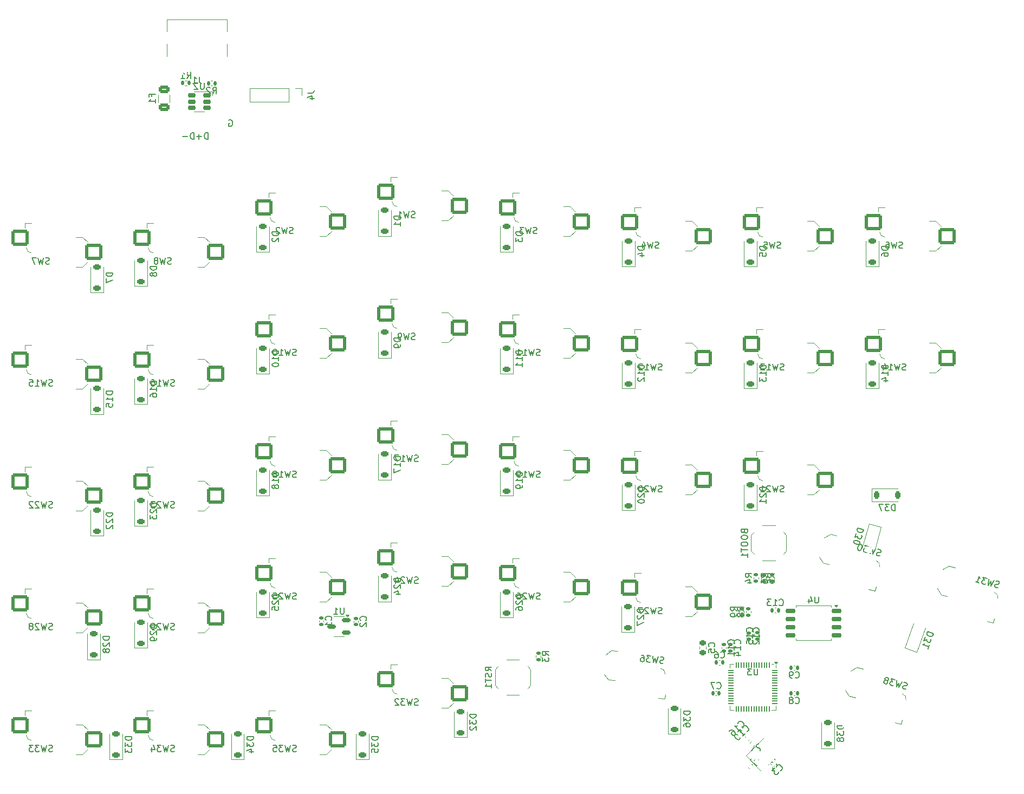
<source format=gbr>
%TF.GenerationSoftware,KiCad,Pcbnew,8.0.1-rc1*%
%TF.CreationDate,2024-04-23T13:15:56-05:00*%
%TF.ProjectId,ergomax_left,6572676f-6d61-4785-9f6c-6566742e6b69,rev?*%
%TF.SameCoordinates,Original*%
%TF.FileFunction,Legend,Bot*%
%TF.FilePolarity,Positive*%
%FSLAX46Y46*%
G04 Gerber Fmt 4.6, Leading zero omitted, Abs format (unit mm)*
G04 Created by KiCad (PCBNEW 8.0.1-rc1) date 2024-04-23 13:15:56*
%MOMM*%
%LPD*%
G01*
G04 APERTURE LIST*
G04 Aperture macros list*
%AMRoundRect*
0 Rectangle with rounded corners*
0 $1 Rounding radius*
0 $2 $3 $4 $5 $6 $7 $8 $9 X,Y pos of 4 corners*
0 Add a 4 corners polygon primitive as box body*
4,1,4,$2,$3,$4,$5,$6,$7,$8,$9,$2,$3,0*
0 Add four circle primitives for the rounded corners*
1,1,$1+$1,$2,$3*
1,1,$1+$1,$4,$5*
1,1,$1+$1,$6,$7*
1,1,$1+$1,$8,$9*
0 Add four rect primitives between the rounded corners*
20,1,$1+$1,$2,$3,$4,$5,0*
20,1,$1+$1,$4,$5,$6,$7,0*
20,1,$1+$1,$6,$7,$8,$9,0*
20,1,$1+$1,$8,$9,$2,$3,0*%
%AMRotRect*
0 Rectangle, with rotation*
0 The origin of the aperture is its center*
0 $1 length*
0 $2 width*
0 $3 Rotation angle, in degrees counterclockwise*
0 Add horizontal line*
21,1,$1,$2,0,0,$3*%
G04 Aperture macros list end*
%ADD10C,0.150000*%
%ADD11C,0.120000*%
%ADD12C,1.400000*%
%ADD13C,2.200000*%
%ADD14C,2.000000*%
%ADD15R,2.000000X2.000000*%
%ADD16R,3.200000X2.000000*%
%ADD17R,1.350000X1.350000*%
%ADD18O,1.350000X1.350000*%
%ADD19R,1.800000X1.800000*%
%ADD20C,1.800000*%
%ADD21C,1.700000*%
%ADD22C,3.400000*%
%ADD23RoundRect,0.260000X1.065000X1.040000X-1.065000X1.040000X-1.065000X-1.040000X1.065000X-1.040000X0*%
%ADD24C,3.300000*%
%ADD25RoundRect,0.135000X-0.185000X0.135000X-0.185000X-0.135000X0.185000X-0.135000X0.185000X0.135000X0*%
%ADD26RoundRect,0.225000X0.375000X-0.225000X0.375000X0.225000X-0.375000X0.225000X-0.375000X-0.225000X0*%
%ADD27C,0.650000*%
%ADD28R,0.600000X1.450000*%
%ADD29R,0.300000X1.450000*%
%ADD30O,1.000000X2.100000*%
%ADD31O,1.000000X1.600000*%
%ADD32RoundRect,0.135000X0.135000X0.185000X-0.135000X0.185000X-0.135000X-0.185000X0.135000X-0.185000X0*%
%ADD33RoundRect,0.050000X0.387500X0.050000X-0.387500X0.050000X-0.387500X-0.050000X0.387500X-0.050000X0*%
%ADD34RoundRect,0.050000X0.050000X0.387500X-0.050000X0.387500X-0.050000X-0.387500X0.050000X-0.387500X0*%
%ADD35R,3.200000X3.200000*%
%ADD36RoundRect,0.260000X-1.297883X-0.728921X0.759539X-1.280205X1.297883X0.728921X-0.759539X1.280205X0*%
%ADD37RoundRect,0.140000X-0.170000X0.140000X-0.170000X-0.140000X0.170000X-0.140000X0.170000X0.140000X0*%
%ADD38R,1.000000X1.700000*%
%ADD39RoundRect,0.260000X-1.151589X-0.943222X0.970305X-1.128863X1.151589X0.943222X-0.970305X1.128863X0*%
%ADD40RoundRect,0.135000X-0.135000X-0.185000X0.135000X-0.185000X0.135000X0.185000X-0.135000X0.185000X0*%
%ADD41RoundRect,0.140000X0.170000X-0.140000X0.170000X0.140000X-0.170000X0.140000X-0.170000X-0.140000X0*%
%ADD42RoundRect,0.140000X0.140000X0.170000X-0.140000X0.170000X-0.140000X-0.170000X0.140000X-0.170000X0*%
%ADD43RoundRect,0.140000X0.021213X-0.219203X0.219203X-0.021213X-0.021213X0.219203X-0.219203X0.021213X0*%
%ADD44RoundRect,0.250000X-0.625000X0.375000X-0.625000X-0.375000X0.625000X-0.375000X0.625000X0.375000X0*%
%ADD45RoundRect,0.135000X0.185000X-0.135000X0.185000X0.135000X-0.185000X0.135000X-0.185000X-0.135000X0*%
%ADD46RoundRect,0.140000X0.219203X0.021213X0.021213X0.219203X-0.219203X-0.021213X-0.021213X-0.219203X0*%
%ADD47RoundRect,0.225000X-0.225000X-0.375000X0.225000X-0.375000X0.225000X0.375000X-0.225000X0.375000X0*%
%ADD48RoundRect,0.135000X0.035355X-0.226274X0.226274X-0.035355X-0.035355X0.226274X-0.226274X0.035355X0*%
%ADD49RoundRect,0.140000X-0.021213X0.219203X-0.219203X0.021213X0.021213X-0.219203X0.219203X-0.021213X0*%
%ADD50RoundRect,0.150000X0.475000X0.150000X-0.475000X0.150000X-0.475000X-0.150000X0.475000X-0.150000X0*%
%ADD51RoundRect,0.225000X-0.303988X0.314390X-0.420456X-0.120276X0.303988X-0.314390X0.420456X0.120276X0*%
%ADD52RoundRect,0.150000X0.512500X0.150000X-0.512500X0.150000X-0.512500X-0.150000X0.512500X-0.150000X0*%
%ADD53RoundRect,0.225000X0.250000X-0.225000X0.250000X0.225000X-0.250000X0.225000X-0.250000X-0.225000X0*%
%ADD54RotRect,1.400000X1.200000X45.000000*%
%ADD55RoundRect,0.140000X-0.140000X-0.170000X0.140000X-0.170000X0.140000X0.170000X-0.140000X0.170000X0*%
%ADD56RoundRect,0.150000X0.650000X0.150000X-0.650000X0.150000X-0.650000X-0.150000X0.650000X-0.150000X0*%
%ADD57RoundRect,0.225000X0.275430X-0.339688X0.429339X0.083173X-0.275430X0.339688X-0.429339X-0.083173X0*%
G04 APERTURE END LIST*
D10*
X74639411Y-38917438D02*
X74734649Y-38869819D01*
X74734649Y-38869819D02*
X74877506Y-38869819D01*
X74877506Y-38869819D02*
X75020363Y-38917438D01*
X75020363Y-38917438D02*
X75115601Y-39012676D01*
X75115601Y-39012676D02*
X75163220Y-39107914D01*
X75163220Y-39107914D02*
X75210839Y-39298390D01*
X75210839Y-39298390D02*
X75210839Y-39441247D01*
X75210839Y-39441247D02*
X75163220Y-39631723D01*
X75163220Y-39631723D02*
X75115601Y-39726961D01*
X75115601Y-39726961D02*
X75020363Y-39822200D01*
X75020363Y-39822200D02*
X74877506Y-39869819D01*
X74877506Y-39869819D02*
X74782268Y-39869819D01*
X74782268Y-39869819D02*
X74639411Y-39822200D01*
X74639411Y-39822200D02*
X74591792Y-39774580D01*
X74591792Y-39774580D02*
X74591792Y-39441247D01*
X74591792Y-39441247D02*
X74782268Y-39441247D01*
X71363538Y-41857925D02*
X71363538Y-40857925D01*
X71363538Y-40857925D02*
X71125443Y-40857925D01*
X71125443Y-40857925D02*
X70982586Y-40905544D01*
X70982586Y-40905544D02*
X70887348Y-41000782D01*
X70887348Y-41000782D02*
X70839729Y-41096020D01*
X70839729Y-41096020D02*
X70792110Y-41286496D01*
X70792110Y-41286496D02*
X70792110Y-41429353D01*
X70792110Y-41429353D02*
X70839729Y-41619829D01*
X70839729Y-41619829D02*
X70887348Y-41715067D01*
X70887348Y-41715067D02*
X70982586Y-41810306D01*
X70982586Y-41810306D02*
X71125443Y-41857925D01*
X71125443Y-41857925D02*
X71363538Y-41857925D01*
X70363538Y-41476972D02*
X69601634Y-41476972D01*
X69982586Y-41857925D02*
X69982586Y-41096020D01*
X69163220Y-41869819D02*
X69163220Y-40869819D01*
X69163220Y-40869819D02*
X68925125Y-40869819D01*
X68925125Y-40869819D02*
X68782268Y-40917438D01*
X68782268Y-40917438D02*
X68687030Y-41012676D01*
X68687030Y-41012676D02*
X68639411Y-41107914D01*
X68639411Y-41107914D02*
X68591792Y-41298390D01*
X68591792Y-41298390D02*
X68591792Y-41441247D01*
X68591792Y-41441247D02*
X68639411Y-41631723D01*
X68639411Y-41631723D02*
X68687030Y-41726961D01*
X68687030Y-41726961D02*
X68782268Y-41822200D01*
X68782268Y-41822200D02*
X68925125Y-41869819D01*
X68925125Y-41869819D02*
X69163220Y-41869819D01*
X68163220Y-41488866D02*
X67401316Y-41488866D01*
X180404523Y-77930700D02*
X180261666Y-77978319D01*
X180261666Y-77978319D02*
X180023571Y-77978319D01*
X180023571Y-77978319D02*
X179928333Y-77930700D01*
X179928333Y-77930700D02*
X179880714Y-77883080D01*
X179880714Y-77883080D02*
X179833095Y-77787842D01*
X179833095Y-77787842D02*
X179833095Y-77692604D01*
X179833095Y-77692604D02*
X179880714Y-77597366D01*
X179880714Y-77597366D02*
X179928333Y-77549747D01*
X179928333Y-77549747D02*
X180023571Y-77502128D01*
X180023571Y-77502128D02*
X180214047Y-77454509D01*
X180214047Y-77454509D02*
X180309285Y-77406890D01*
X180309285Y-77406890D02*
X180356904Y-77359271D01*
X180356904Y-77359271D02*
X180404523Y-77264033D01*
X180404523Y-77264033D02*
X180404523Y-77168795D01*
X180404523Y-77168795D02*
X180356904Y-77073557D01*
X180356904Y-77073557D02*
X180309285Y-77025938D01*
X180309285Y-77025938D02*
X180214047Y-76978319D01*
X180214047Y-76978319D02*
X179975952Y-76978319D01*
X179975952Y-76978319D02*
X179833095Y-77025938D01*
X179499761Y-76978319D02*
X179261666Y-77978319D01*
X179261666Y-77978319D02*
X179071190Y-77264033D01*
X179071190Y-77264033D02*
X178880714Y-77978319D01*
X178880714Y-77978319D02*
X178642619Y-76978319D01*
X177737857Y-77978319D02*
X178309285Y-77978319D01*
X178023571Y-77978319D02*
X178023571Y-76978319D01*
X178023571Y-76978319D02*
X178118809Y-77121176D01*
X178118809Y-77121176D02*
X178214047Y-77216414D01*
X178214047Y-77216414D02*
X178309285Y-77264033D01*
X176880714Y-77311652D02*
X176880714Y-77978319D01*
X177118809Y-76930700D02*
X177356904Y-77644985D01*
X177356904Y-77644985D02*
X176737857Y-77644985D01*
X156340794Y-110333286D02*
X155864603Y-109999953D01*
X156340794Y-109761858D02*
X155340794Y-109761858D01*
X155340794Y-109761858D02*
X155340794Y-110142810D01*
X155340794Y-110142810D02*
X155388413Y-110238048D01*
X155388413Y-110238048D02*
X155436032Y-110285667D01*
X155436032Y-110285667D02*
X155531270Y-110333286D01*
X155531270Y-110333286D02*
X155674127Y-110333286D01*
X155674127Y-110333286D02*
X155769365Y-110285667D01*
X155769365Y-110285667D02*
X155816984Y-110238048D01*
X155816984Y-110238048D02*
X155864603Y-110142810D01*
X155864603Y-110142810D02*
X155864603Y-109761858D01*
X155674127Y-111190429D02*
X156340794Y-111190429D01*
X155293175Y-110952334D02*
X156007460Y-110714239D01*
X156007460Y-110714239D02*
X156007460Y-111333286D01*
X47054523Y-80407200D02*
X46911666Y-80454819D01*
X46911666Y-80454819D02*
X46673571Y-80454819D01*
X46673571Y-80454819D02*
X46578333Y-80407200D01*
X46578333Y-80407200D02*
X46530714Y-80359580D01*
X46530714Y-80359580D02*
X46483095Y-80264342D01*
X46483095Y-80264342D02*
X46483095Y-80169104D01*
X46483095Y-80169104D02*
X46530714Y-80073866D01*
X46530714Y-80073866D02*
X46578333Y-80026247D01*
X46578333Y-80026247D02*
X46673571Y-79978628D01*
X46673571Y-79978628D02*
X46864047Y-79931009D01*
X46864047Y-79931009D02*
X46959285Y-79883390D01*
X46959285Y-79883390D02*
X47006904Y-79835771D01*
X47006904Y-79835771D02*
X47054523Y-79740533D01*
X47054523Y-79740533D02*
X47054523Y-79645295D01*
X47054523Y-79645295D02*
X47006904Y-79550057D01*
X47006904Y-79550057D02*
X46959285Y-79502438D01*
X46959285Y-79502438D02*
X46864047Y-79454819D01*
X46864047Y-79454819D02*
X46625952Y-79454819D01*
X46625952Y-79454819D02*
X46483095Y-79502438D01*
X46149761Y-79454819D02*
X45911666Y-80454819D01*
X45911666Y-80454819D02*
X45721190Y-79740533D01*
X45721190Y-79740533D02*
X45530714Y-80454819D01*
X45530714Y-80454819D02*
X45292619Y-79454819D01*
X44387857Y-80454819D02*
X44959285Y-80454819D01*
X44673571Y-80454819D02*
X44673571Y-79454819D01*
X44673571Y-79454819D02*
X44768809Y-79597676D01*
X44768809Y-79597676D02*
X44864047Y-79692914D01*
X44864047Y-79692914D02*
X44959285Y-79740533D01*
X43483095Y-79454819D02*
X43959285Y-79454819D01*
X43959285Y-79454819D02*
X44006904Y-79931009D01*
X44006904Y-79931009D02*
X43959285Y-79883390D01*
X43959285Y-79883390D02*
X43864047Y-79835771D01*
X43864047Y-79835771D02*
X43625952Y-79835771D01*
X43625952Y-79835771D02*
X43530714Y-79883390D01*
X43530714Y-79883390D02*
X43483095Y-79931009D01*
X43483095Y-79931009D02*
X43435476Y-80026247D01*
X43435476Y-80026247D02*
X43435476Y-80264342D01*
X43435476Y-80264342D02*
X43483095Y-80359580D01*
X43483095Y-80359580D02*
X43530714Y-80407200D01*
X43530714Y-80407200D02*
X43625952Y-80454819D01*
X43625952Y-80454819D02*
X43864047Y-80454819D01*
X43864047Y-80454819D02*
X43959285Y-80407200D01*
X43959285Y-80407200D02*
X44006904Y-80359580D01*
X139554822Y-96298214D02*
X138554822Y-96298214D01*
X138554822Y-96298214D02*
X138554822Y-96536309D01*
X138554822Y-96536309D02*
X138602441Y-96679166D01*
X138602441Y-96679166D02*
X138697679Y-96774404D01*
X138697679Y-96774404D02*
X138792917Y-96822023D01*
X138792917Y-96822023D02*
X138983393Y-96869642D01*
X138983393Y-96869642D02*
X139126250Y-96869642D01*
X139126250Y-96869642D02*
X139316726Y-96822023D01*
X139316726Y-96822023D02*
X139411964Y-96774404D01*
X139411964Y-96774404D02*
X139507203Y-96679166D01*
X139507203Y-96679166D02*
X139554822Y-96536309D01*
X139554822Y-96536309D02*
X139554822Y-96298214D01*
X138650060Y-97250595D02*
X138602441Y-97298214D01*
X138602441Y-97298214D02*
X138554822Y-97393452D01*
X138554822Y-97393452D02*
X138554822Y-97631547D01*
X138554822Y-97631547D02*
X138602441Y-97726785D01*
X138602441Y-97726785D02*
X138650060Y-97774404D01*
X138650060Y-97774404D02*
X138745298Y-97822023D01*
X138745298Y-97822023D02*
X138840536Y-97822023D01*
X138840536Y-97822023D02*
X138983393Y-97774404D01*
X138983393Y-97774404D02*
X139554822Y-97202976D01*
X139554822Y-97202976D02*
X139554822Y-97822023D01*
X138554822Y-98441071D02*
X138554822Y-98536309D01*
X138554822Y-98536309D02*
X138602441Y-98631547D01*
X138602441Y-98631547D02*
X138650060Y-98679166D01*
X138650060Y-98679166D02*
X138745298Y-98726785D01*
X138745298Y-98726785D02*
X138935774Y-98774404D01*
X138935774Y-98774404D02*
X139173869Y-98774404D01*
X139173869Y-98774404D02*
X139364345Y-98726785D01*
X139364345Y-98726785D02*
X139459583Y-98679166D01*
X139459583Y-98679166D02*
X139507203Y-98631547D01*
X139507203Y-98631547D02*
X139554822Y-98536309D01*
X139554822Y-98536309D02*
X139554822Y-98441071D01*
X139554822Y-98441071D02*
X139507203Y-98345833D01*
X139507203Y-98345833D02*
X139459583Y-98298214D01*
X139459583Y-98298214D02*
X139364345Y-98250595D01*
X139364345Y-98250595D02*
X139173869Y-98202976D01*
X139173869Y-98202976D02*
X138935774Y-98202976D01*
X138935774Y-98202976D02*
X138745298Y-98250595D01*
X138745298Y-98250595D02*
X138650060Y-98298214D01*
X138650060Y-98298214D02*
X138602441Y-98345833D01*
X138602441Y-98345833D02*
X138554822Y-98441071D01*
X66104523Y-118507200D02*
X65961666Y-118554819D01*
X65961666Y-118554819D02*
X65723571Y-118554819D01*
X65723571Y-118554819D02*
X65628333Y-118507200D01*
X65628333Y-118507200D02*
X65580714Y-118459580D01*
X65580714Y-118459580D02*
X65533095Y-118364342D01*
X65533095Y-118364342D02*
X65533095Y-118269104D01*
X65533095Y-118269104D02*
X65580714Y-118173866D01*
X65580714Y-118173866D02*
X65628333Y-118126247D01*
X65628333Y-118126247D02*
X65723571Y-118078628D01*
X65723571Y-118078628D02*
X65914047Y-118031009D01*
X65914047Y-118031009D02*
X66009285Y-117983390D01*
X66009285Y-117983390D02*
X66056904Y-117935771D01*
X66056904Y-117935771D02*
X66104523Y-117840533D01*
X66104523Y-117840533D02*
X66104523Y-117745295D01*
X66104523Y-117745295D02*
X66056904Y-117650057D01*
X66056904Y-117650057D02*
X66009285Y-117602438D01*
X66009285Y-117602438D02*
X65914047Y-117554819D01*
X65914047Y-117554819D02*
X65675952Y-117554819D01*
X65675952Y-117554819D02*
X65533095Y-117602438D01*
X65199761Y-117554819D02*
X64961666Y-118554819D01*
X64961666Y-118554819D02*
X64771190Y-117840533D01*
X64771190Y-117840533D02*
X64580714Y-118554819D01*
X64580714Y-118554819D02*
X64342619Y-117554819D01*
X64009285Y-117650057D02*
X63961666Y-117602438D01*
X63961666Y-117602438D02*
X63866428Y-117554819D01*
X63866428Y-117554819D02*
X63628333Y-117554819D01*
X63628333Y-117554819D02*
X63533095Y-117602438D01*
X63533095Y-117602438D02*
X63485476Y-117650057D01*
X63485476Y-117650057D02*
X63437857Y-117745295D01*
X63437857Y-117745295D02*
X63437857Y-117840533D01*
X63437857Y-117840533D02*
X63485476Y-117983390D01*
X63485476Y-117983390D02*
X64056904Y-118554819D01*
X64056904Y-118554819D02*
X63437857Y-118554819D01*
X62961666Y-118554819D02*
X62771190Y-118554819D01*
X62771190Y-118554819D02*
X62675952Y-118507200D01*
X62675952Y-118507200D02*
X62628333Y-118459580D01*
X62628333Y-118459580D02*
X62533095Y-118316723D01*
X62533095Y-118316723D02*
X62485476Y-118126247D01*
X62485476Y-118126247D02*
X62485476Y-117745295D01*
X62485476Y-117745295D02*
X62533095Y-117650057D01*
X62533095Y-117650057D02*
X62580714Y-117602438D01*
X62580714Y-117602438D02*
X62675952Y-117554819D01*
X62675952Y-117554819D02*
X62866428Y-117554819D01*
X62866428Y-117554819D02*
X62961666Y-117602438D01*
X62961666Y-117602438D02*
X63009285Y-117650057D01*
X63009285Y-117650057D02*
X63056904Y-117745295D01*
X63056904Y-117745295D02*
X63056904Y-117983390D01*
X63056904Y-117983390D02*
X63009285Y-118078628D01*
X63009285Y-118078628D02*
X62961666Y-118126247D01*
X62961666Y-118126247D02*
X62866428Y-118173866D01*
X62866428Y-118173866D02*
X62675952Y-118173866D01*
X62675952Y-118173866D02*
X62580714Y-118126247D01*
X62580714Y-118126247D02*
X62533095Y-118078628D01*
X62533095Y-118078628D02*
X62485476Y-117983390D01*
X47054523Y-137557200D02*
X46911666Y-137604819D01*
X46911666Y-137604819D02*
X46673571Y-137604819D01*
X46673571Y-137604819D02*
X46578333Y-137557200D01*
X46578333Y-137557200D02*
X46530714Y-137509580D01*
X46530714Y-137509580D02*
X46483095Y-137414342D01*
X46483095Y-137414342D02*
X46483095Y-137319104D01*
X46483095Y-137319104D02*
X46530714Y-137223866D01*
X46530714Y-137223866D02*
X46578333Y-137176247D01*
X46578333Y-137176247D02*
X46673571Y-137128628D01*
X46673571Y-137128628D02*
X46864047Y-137081009D01*
X46864047Y-137081009D02*
X46959285Y-137033390D01*
X46959285Y-137033390D02*
X47006904Y-136985771D01*
X47006904Y-136985771D02*
X47054523Y-136890533D01*
X47054523Y-136890533D02*
X47054523Y-136795295D01*
X47054523Y-136795295D02*
X47006904Y-136700057D01*
X47006904Y-136700057D02*
X46959285Y-136652438D01*
X46959285Y-136652438D02*
X46864047Y-136604819D01*
X46864047Y-136604819D02*
X46625952Y-136604819D01*
X46625952Y-136604819D02*
X46483095Y-136652438D01*
X46149761Y-136604819D02*
X45911666Y-137604819D01*
X45911666Y-137604819D02*
X45721190Y-136890533D01*
X45721190Y-136890533D02*
X45530714Y-137604819D01*
X45530714Y-137604819D02*
X45292619Y-136604819D01*
X45006904Y-136604819D02*
X44387857Y-136604819D01*
X44387857Y-136604819D02*
X44721190Y-136985771D01*
X44721190Y-136985771D02*
X44578333Y-136985771D01*
X44578333Y-136985771D02*
X44483095Y-137033390D01*
X44483095Y-137033390D02*
X44435476Y-137081009D01*
X44435476Y-137081009D02*
X44387857Y-137176247D01*
X44387857Y-137176247D02*
X44387857Y-137414342D01*
X44387857Y-137414342D02*
X44435476Y-137509580D01*
X44435476Y-137509580D02*
X44483095Y-137557200D01*
X44483095Y-137557200D02*
X44578333Y-137604819D01*
X44578333Y-137604819D02*
X44864047Y-137604819D01*
X44864047Y-137604819D02*
X44959285Y-137557200D01*
X44959285Y-137557200D02*
X45006904Y-137509580D01*
X44054523Y-136604819D02*
X43435476Y-136604819D01*
X43435476Y-136604819D02*
X43768809Y-136985771D01*
X43768809Y-136985771D02*
X43625952Y-136985771D01*
X43625952Y-136985771D02*
X43530714Y-137033390D01*
X43530714Y-137033390D02*
X43483095Y-137081009D01*
X43483095Y-137081009D02*
X43435476Y-137176247D01*
X43435476Y-137176247D02*
X43435476Y-137414342D01*
X43435476Y-137414342D02*
X43483095Y-137509580D01*
X43483095Y-137509580D02*
X43530714Y-137557200D01*
X43530714Y-137557200D02*
X43625952Y-137604819D01*
X43625952Y-137604819D02*
X43911666Y-137604819D01*
X43911666Y-137604819D02*
X44006904Y-137557200D01*
X44006904Y-137557200D02*
X44054523Y-137509580D01*
X70013333Y-32149817D02*
X70013333Y-32864102D01*
X70013333Y-32864102D02*
X70060952Y-33006959D01*
X70060952Y-33006959D02*
X70156190Y-33102198D01*
X70156190Y-33102198D02*
X70299047Y-33149817D01*
X70299047Y-33149817D02*
X70394285Y-33149817D01*
X69013333Y-33149817D02*
X69584761Y-33149817D01*
X69299047Y-33149817D02*
X69299047Y-32149817D01*
X69299047Y-32149817D02*
X69394285Y-32292674D01*
X69394285Y-32292674D02*
X69489523Y-32387912D01*
X69489523Y-32387912D02*
X69584761Y-32435531D01*
X85154523Y-75644699D02*
X85011666Y-75692318D01*
X85011666Y-75692318D02*
X84773571Y-75692318D01*
X84773571Y-75692318D02*
X84678333Y-75644699D01*
X84678333Y-75644699D02*
X84630714Y-75597079D01*
X84630714Y-75597079D02*
X84583095Y-75501841D01*
X84583095Y-75501841D02*
X84583095Y-75406603D01*
X84583095Y-75406603D02*
X84630714Y-75311365D01*
X84630714Y-75311365D02*
X84678333Y-75263746D01*
X84678333Y-75263746D02*
X84773571Y-75216127D01*
X84773571Y-75216127D02*
X84964047Y-75168508D01*
X84964047Y-75168508D02*
X85059285Y-75120889D01*
X85059285Y-75120889D02*
X85106904Y-75073270D01*
X85106904Y-75073270D02*
X85154523Y-74978032D01*
X85154523Y-74978032D02*
X85154523Y-74882794D01*
X85154523Y-74882794D02*
X85106904Y-74787556D01*
X85106904Y-74787556D02*
X85059285Y-74739937D01*
X85059285Y-74739937D02*
X84964047Y-74692318D01*
X84964047Y-74692318D02*
X84725952Y-74692318D01*
X84725952Y-74692318D02*
X84583095Y-74739937D01*
X84249761Y-74692318D02*
X84011666Y-75692318D01*
X84011666Y-75692318D02*
X83821190Y-74978032D01*
X83821190Y-74978032D02*
X83630714Y-75692318D01*
X83630714Y-75692318D02*
X83392619Y-74692318D01*
X82487857Y-75692318D02*
X83059285Y-75692318D01*
X82773571Y-75692318D02*
X82773571Y-74692318D01*
X82773571Y-74692318D02*
X82868809Y-74835175D01*
X82868809Y-74835175D02*
X82964047Y-74930413D01*
X82964047Y-74930413D02*
X83059285Y-74978032D01*
X81868809Y-74692318D02*
X81773571Y-74692318D01*
X81773571Y-74692318D02*
X81678333Y-74739937D01*
X81678333Y-74739937D02*
X81630714Y-74787556D01*
X81630714Y-74787556D02*
X81583095Y-74882794D01*
X81583095Y-74882794D02*
X81535476Y-75073270D01*
X81535476Y-75073270D02*
X81535476Y-75311365D01*
X81535476Y-75311365D02*
X81583095Y-75501841D01*
X81583095Y-75501841D02*
X81630714Y-75597079D01*
X81630714Y-75597079D02*
X81678333Y-75644699D01*
X81678333Y-75644699D02*
X81773571Y-75692318D01*
X81773571Y-75692318D02*
X81868809Y-75692318D01*
X81868809Y-75692318D02*
X81964047Y-75644699D01*
X81964047Y-75644699D02*
X82011666Y-75597079D01*
X82011666Y-75597079D02*
X82059285Y-75501841D01*
X82059285Y-75501841D02*
X82106904Y-75311365D01*
X82106904Y-75311365D02*
X82106904Y-75073270D01*
X82106904Y-75073270D02*
X82059285Y-74882794D01*
X82059285Y-74882794D02*
X82011666Y-74787556D01*
X82011666Y-74787556D02*
X81964047Y-74739937D01*
X81964047Y-74739937D02*
X81868809Y-74692318D01*
X142304523Y-116030700D02*
X142161666Y-116078319D01*
X142161666Y-116078319D02*
X141923571Y-116078319D01*
X141923571Y-116078319D02*
X141828333Y-116030700D01*
X141828333Y-116030700D02*
X141780714Y-115983080D01*
X141780714Y-115983080D02*
X141733095Y-115887842D01*
X141733095Y-115887842D02*
X141733095Y-115792604D01*
X141733095Y-115792604D02*
X141780714Y-115697366D01*
X141780714Y-115697366D02*
X141828333Y-115649747D01*
X141828333Y-115649747D02*
X141923571Y-115602128D01*
X141923571Y-115602128D02*
X142114047Y-115554509D01*
X142114047Y-115554509D02*
X142209285Y-115506890D01*
X142209285Y-115506890D02*
X142256904Y-115459271D01*
X142256904Y-115459271D02*
X142304523Y-115364033D01*
X142304523Y-115364033D02*
X142304523Y-115268795D01*
X142304523Y-115268795D02*
X142256904Y-115173557D01*
X142256904Y-115173557D02*
X142209285Y-115125938D01*
X142209285Y-115125938D02*
X142114047Y-115078319D01*
X142114047Y-115078319D02*
X141875952Y-115078319D01*
X141875952Y-115078319D02*
X141733095Y-115125938D01*
X141399761Y-115078319D02*
X141161666Y-116078319D01*
X141161666Y-116078319D02*
X140971190Y-115364033D01*
X140971190Y-115364033D02*
X140780714Y-116078319D01*
X140780714Y-116078319D02*
X140542619Y-115078319D01*
X140209285Y-115173557D02*
X140161666Y-115125938D01*
X140161666Y-115125938D02*
X140066428Y-115078319D01*
X140066428Y-115078319D02*
X139828333Y-115078319D01*
X139828333Y-115078319D02*
X139733095Y-115125938D01*
X139733095Y-115125938D02*
X139685476Y-115173557D01*
X139685476Y-115173557D02*
X139637857Y-115268795D01*
X139637857Y-115268795D02*
X139637857Y-115364033D01*
X139637857Y-115364033D02*
X139685476Y-115506890D01*
X139685476Y-115506890D02*
X140256904Y-116078319D01*
X140256904Y-116078319D02*
X139637857Y-116078319D01*
X139304523Y-115078319D02*
X138637857Y-115078319D01*
X138637857Y-115078319D02*
X139066428Y-116078319D01*
X139554822Y-77248214D02*
X138554822Y-77248214D01*
X138554822Y-77248214D02*
X138554822Y-77486309D01*
X138554822Y-77486309D02*
X138602441Y-77629166D01*
X138602441Y-77629166D02*
X138697679Y-77724404D01*
X138697679Y-77724404D02*
X138792917Y-77772023D01*
X138792917Y-77772023D02*
X138983393Y-77819642D01*
X138983393Y-77819642D02*
X139126250Y-77819642D01*
X139126250Y-77819642D02*
X139316726Y-77772023D01*
X139316726Y-77772023D02*
X139411964Y-77724404D01*
X139411964Y-77724404D02*
X139507203Y-77629166D01*
X139507203Y-77629166D02*
X139554822Y-77486309D01*
X139554822Y-77486309D02*
X139554822Y-77248214D01*
X139554822Y-78772023D02*
X139554822Y-78200595D01*
X139554822Y-78486309D02*
X138554822Y-78486309D01*
X138554822Y-78486309D02*
X138697679Y-78391071D01*
X138697679Y-78391071D02*
X138792917Y-78295833D01*
X138792917Y-78295833D02*
X138840536Y-78200595D01*
X138650060Y-79152976D02*
X138602441Y-79200595D01*
X138602441Y-79200595D02*
X138554822Y-79295833D01*
X138554822Y-79295833D02*
X138554822Y-79533928D01*
X138554822Y-79533928D02*
X138602441Y-79629166D01*
X138602441Y-79629166D02*
X138650060Y-79676785D01*
X138650060Y-79676785D02*
X138745298Y-79724404D01*
X138745298Y-79724404D02*
X138840536Y-79724404D01*
X138840536Y-79724404D02*
X138983393Y-79676785D01*
X138983393Y-79676785D02*
X139554822Y-79105357D01*
X139554822Y-79105357D02*
X139554822Y-79724404D01*
X56454819Y-81285714D02*
X55454819Y-81285714D01*
X55454819Y-81285714D02*
X55454819Y-81523809D01*
X55454819Y-81523809D02*
X55502438Y-81666666D01*
X55502438Y-81666666D02*
X55597676Y-81761904D01*
X55597676Y-81761904D02*
X55692914Y-81809523D01*
X55692914Y-81809523D02*
X55883390Y-81857142D01*
X55883390Y-81857142D02*
X56026247Y-81857142D01*
X56026247Y-81857142D02*
X56216723Y-81809523D01*
X56216723Y-81809523D02*
X56311961Y-81761904D01*
X56311961Y-81761904D02*
X56407200Y-81666666D01*
X56407200Y-81666666D02*
X56454819Y-81523809D01*
X56454819Y-81523809D02*
X56454819Y-81285714D01*
X56454819Y-82809523D02*
X56454819Y-82238095D01*
X56454819Y-82523809D02*
X55454819Y-82523809D01*
X55454819Y-82523809D02*
X55597676Y-82428571D01*
X55597676Y-82428571D02*
X55692914Y-82333333D01*
X55692914Y-82333333D02*
X55740533Y-82238095D01*
X55454819Y-83714285D02*
X55454819Y-83238095D01*
X55454819Y-83238095D02*
X55931009Y-83190476D01*
X55931009Y-83190476D02*
X55883390Y-83238095D01*
X55883390Y-83238095D02*
X55835771Y-83333333D01*
X55835771Y-83333333D02*
X55835771Y-83571428D01*
X55835771Y-83571428D02*
X55883390Y-83666666D01*
X55883390Y-83666666D02*
X55931009Y-83714285D01*
X55931009Y-83714285D02*
X56026247Y-83761904D01*
X56026247Y-83761904D02*
X56264342Y-83761904D01*
X56264342Y-83761904D02*
X56359580Y-83714285D01*
X56359580Y-83714285D02*
X56407200Y-83666666D01*
X56407200Y-83666666D02*
X56454819Y-83571428D01*
X56454819Y-83571428D02*
X56454819Y-83333333D01*
X56454819Y-83333333D02*
X56407200Y-83238095D01*
X56407200Y-83238095D02*
X56359580Y-83190476D01*
X68092352Y-32399382D02*
X68425685Y-31923191D01*
X68663780Y-32399382D02*
X68663780Y-31399382D01*
X68663780Y-31399382D02*
X68282828Y-31399382D01*
X68282828Y-31399382D02*
X68187590Y-31447001D01*
X68187590Y-31447001D02*
X68139971Y-31494620D01*
X68139971Y-31494620D02*
X68092352Y-31589858D01*
X68092352Y-31589858D02*
X68092352Y-31732715D01*
X68092352Y-31732715D02*
X68139971Y-31827953D01*
X68139971Y-31827953D02*
X68187590Y-31875572D01*
X68187590Y-31875572D02*
X68282828Y-31923191D01*
X68282828Y-31923191D02*
X68663780Y-31923191D01*
X67139971Y-32399382D02*
X67711399Y-32399382D01*
X67425685Y-32399382D02*
X67425685Y-31399382D01*
X67425685Y-31399382D02*
X67520923Y-31542239D01*
X67520923Y-31542239D02*
X67616161Y-31637477D01*
X67616161Y-31637477D02*
X67711399Y-31685096D01*
X65628332Y-61357199D02*
X65485475Y-61404818D01*
X65485475Y-61404818D02*
X65247380Y-61404818D01*
X65247380Y-61404818D02*
X65152142Y-61357199D01*
X65152142Y-61357199D02*
X65104523Y-61309579D01*
X65104523Y-61309579D02*
X65056904Y-61214341D01*
X65056904Y-61214341D02*
X65056904Y-61119103D01*
X65056904Y-61119103D02*
X65104523Y-61023865D01*
X65104523Y-61023865D02*
X65152142Y-60976246D01*
X65152142Y-60976246D02*
X65247380Y-60928627D01*
X65247380Y-60928627D02*
X65437856Y-60881008D01*
X65437856Y-60881008D02*
X65533094Y-60833389D01*
X65533094Y-60833389D02*
X65580713Y-60785770D01*
X65580713Y-60785770D02*
X65628332Y-60690532D01*
X65628332Y-60690532D02*
X65628332Y-60595294D01*
X65628332Y-60595294D02*
X65580713Y-60500056D01*
X65580713Y-60500056D02*
X65533094Y-60452437D01*
X65533094Y-60452437D02*
X65437856Y-60404818D01*
X65437856Y-60404818D02*
X65199761Y-60404818D01*
X65199761Y-60404818D02*
X65056904Y-60452437D01*
X64723570Y-60404818D02*
X64485475Y-61404818D01*
X64485475Y-61404818D02*
X64294999Y-60690532D01*
X64294999Y-60690532D02*
X64104523Y-61404818D01*
X64104523Y-61404818D02*
X63866428Y-60404818D01*
X63342618Y-60833389D02*
X63437856Y-60785770D01*
X63437856Y-60785770D02*
X63485475Y-60738151D01*
X63485475Y-60738151D02*
X63533094Y-60642913D01*
X63533094Y-60642913D02*
X63533094Y-60595294D01*
X63533094Y-60595294D02*
X63485475Y-60500056D01*
X63485475Y-60500056D02*
X63437856Y-60452437D01*
X63437856Y-60452437D02*
X63342618Y-60404818D01*
X63342618Y-60404818D02*
X63152142Y-60404818D01*
X63152142Y-60404818D02*
X63056904Y-60452437D01*
X63056904Y-60452437D02*
X63009285Y-60500056D01*
X63009285Y-60500056D02*
X62961666Y-60595294D01*
X62961666Y-60595294D02*
X62961666Y-60642913D01*
X62961666Y-60642913D02*
X63009285Y-60738151D01*
X63009285Y-60738151D02*
X63056904Y-60785770D01*
X63056904Y-60785770D02*
X63152142Y-60833389D01*
X63152142Y-60833389D02*
X63342618Y-60833389D01*
X63342618Y-60833389D02*
X63437856Y-60881008D01*
X63437856Y-60881008D02*
X63485475Y-60928627D01*
X63485475Y-60928627D02*
X63533094Y-61023865D01*
X63533094Y-61023865D02*
X63533094Y-61214341D01*
X63533094Y-61214341D02*
X63485475Y-61309579D01*
X63485475Y-61309579D02*
X63437856Y-61357199D01*
X63437856Y-61357199D02*
X63342618Y-61404818D01*
X63342618Y-61404818D02*
X63152142Y-61404818D01*
X63152142Y-61404818D02*
X63056904Y-61357199D01*
X63056904Y-61357199D02*
X63009285Y-61309579D01*
X63009285Y-61309579D02*
X62961666Y-61214341D01*
X62961666Y-61214341D02*
X62961666Y-61023865D01*
X62961666Y-61023865D02*
X63009285Y-60928627D01*
X63009285Y-60928627D02*
X63056904Y-60881008D01*
X63056904Y-60881008D02*
X63152142Y-60833389D01*
X84678332Y-56594699D02*
X84535475Y-56642318D01*
X84535475Y-56642318D02*
X84297380Y-56642318D01*
X84297380Y-56642318D02*
X84202142Y-56594699D01*
X84202142Y-56594699D02*
X84154523Y-56547079D01*
X84154523Y-56547079D02*
X84106904Y-56451841D01*
X84106904Y-56451841D02*
X84106904Y-56356603D01*
X84106904Y-56356603D02*
X84154523Y-56261365D01*
X84154523Y-56261365D02*
X84202142Y-56213746D01*
X84202142Y-56213746D02*
X84297380Y-56166127D01*
X84297380Y-56166127D02*
X84487856Y-56118508D01*
X84487856Y-56118508D02*
X84583094Y-56070889D01*
X84583094Y-56070889D02*
X84630713Y-56023270D01*
X84630713Y-56023270D02*
X84678332Y-55928032D01*
X84678332Y-55928032D02*
X84678332Y-55832794D01*
X84678332Y-55832794D02*
X84630713Y-55737556D01*
X84630713Y-55737556D02*
X84583094Y-55689937D01*
X84583094Y-55689937D02*
X84487856Y-55642318D01*
X84487856Y-55642318D02*
X84249761Y-55642318D01*
X84249761Y-55642318D02*
X84106904Y-55689937D01*
X83773570Y-55642318D02*
X83535475Y-56642318D01*
X83535475Y-56642318D02*
X83344999Y-55928032D01*
X83344999Y-55928032D02*
X83154523Y-56642318D01*
X83154523Y-56642318D02*
X82916428Y-55642318D01*
X82583094Y-55737556D02*
X82535475Y-55689937D01*
X82535475Y-55689937D02*
X82440237Y-55642318D01*
X82440237Y-55642318D02*
X82202142Y-55642318D01*
X82202142Y-55642318D02*
X82106904Y-55689937D01*
X82106904Y-55689937D02*
X82059285Y-55737556D01*
X82059285Y-55737556D02*
X82011666Y-55832794D01*
X82011666Y-55832794D02*
X82011666Y-55928032D01*
X82011666Y-55928032D02*
X82059285Y-56070889D01*
X82059285Y-56070889D02*
X82630713Y-56642318D01*
X82630713Y-56642318D02*
X82011666Y-56642318D01*
X85154533Y-137557191D02*
X85011676Y-137604810D01*
X85011676Y-137604810D02*
X84773581Y-137604810D01*
X84773581Y-137604810D02*
X84678343Y-137557191D01*
X84678343Y-137557191D02*
X84630724Y-137509571D01*
X84630724Y-137509571D02*
X84583105Y-137414333D01*
X84583105Y-137414333D02*
X84583105Y-137319095D01*
X84583105Y-137319095D02*
X84630724Y-137223857D01*
X84630724Y-137223857D02*
X84678343Y-137176238D01*
X84678343Y-137176238D02*
X84773581Y-137128619D01*
X84773581Y-137128619D02*
X84964057Y-137081000D01*
X84964057Y-137081000D02*
X85059295Y-137033381D01*
X85059295Y-137033381D02*
X85106914Y-136985762D01*
X85106914Y-136985762D02*
X85154533Y-136890524D01*
X85154533Y-136890524D02*
X85154533Y-136795286D01*
X85154533Y-136795286D02*
X85106914Y-136700048D01*
X85106914Y-136700048D02*
X85059295Y-136652429D01*
X85059295Y-136652429D02*
X84964057Y-136604810D01*
X84964057Y-136604810D02*
X84725962Y-136604810D01*
X84725962Y-136604810D02*
X84583105Y-136652429D01*
X84249771Y-136604810D02*
X84011676Y-137604810D01*
X84011676Y-137604810D02*
X83821200Y-136890524D01*
X83821200Y-136890524D02*
X83630724Y-137604810D01*
X83630724Y-137604810D02*
X83392629Y-136604810D01*
X83106914Y-136604810D02*
X82487867Y-136604810D01*
X82487867Y-136604810D02*
X82821200Y-136985762D01*
X82821200Y-136985762D02*
X82678343Y-136985762D01*
X82678343Y-136985762D02*
X82583105Y-137033381D01*
X82583105Y-137033381D02*
X82535486Y-137081000D01*
X82535486Y-137081000D02*
X82487867Y-137176238D01*
X82487867Y-137176238D02*
X82487867Y-137414333D01*
X82487867Y-137414333D02*
X82535486Y-137509571D01*
X82535486Y-137509571D02*
X82583105Y-137557191D01*
X82583105Y-137557191D02*
X82678343Y-137604810D01*
X82678343Y-137604810D02*
X82964057Y-137604810D01*
X82964057Y-137604810D02*
X83059295Y-137557191D01*
X83059295Y-137557191D02*
X83106914Y-137509571D01*
X81583105Y-136604810D02*
X82059295Y-136604810D01*
X82059295Y-136604810D02*
X82106914Y-137081000D01*
X82106914Y-137081000D02*
X82059295Y-137033381D01*
X82059295Y-137033381D02*
X81964057Y-136985762D01*
X81964057Y-136985762D02*
X81725962Y-136985762D01*
X81725962Y-136985762D02*
X81630724Y-137033381D01*
X81630724Y-137033381D02*
X81583105Y-137081000D01*
X81583105Y-137081000D02*
X81535486Y-137176238D01*
X81535486Y-137176238D02*
X81535486Y-137414333D01*
X81535486Y-137414333D02*
X81583105Y-137509571D01*
X81583105Y-137509571D02*
X81630724Y-137557191D01*
X81630724Y-137557191D02*
X81725962Y-137604810D01*
X81725962Y-137604810D02*
X81964057Y-137604810D01*
X81964057Y-137604810D02*
X82059295Y-137557191D01*
X82059295Y-137557191D02*
X82106914Y-137509571D01*
X157261904Y-124654819D02*
X157261904Y-125464342D01*
X157261904Y-125464342D02*
X157214285Y-125559580D01*
X157214285Y-125559580D02*
X157166666Y-125607200D01*
X157166666Y-125607200D02*
X157071428Y-125654819D01*
X157071428Y-125654819D02*
X156880952Y-125654819D01*
X156880952Y-125654819D02*
X156785714Y-125607200D01*
X156785714Y-125607200D02*
X156738095Y-125559580D01*
X156738095Y-125559580D02*
X156690476Y-125464342D01*
X156690476Y-125464342D02*
X156690476Y-124654819D01*
X156309523Y-124654819D02*
X155690476Y-124654819D01*
X155690476Y-124654819D02*
X156023809Y-125035771D01*
X156023809Y-125035771D02*
X155880952Y-125035771D01*
X155880952Y-125035771D02*
X155785714Y-125083390D01*
X155785714Y-125083390D02*
X155738095Y-125131009D01*
X155738095Y-125131009D02*
X155690476Y-125226247D01*
X155690476Y-125226247D02*
X155690476Y-125464342D01*
X155690476Y-125464342D02*
X155738095Y-125559580D01*
X155738095Y-125559580D02*
X155785714Y-125607200D01*
X155785714Y-125607200D02*
X155880952Y-125654819D01*
X155880952Y-125654819D02*
X156166666Y-125654819D01*
X156166666Y-125654819D02*
X156261904Y-125607200D01*
X156261904Y-125607200D02*
X156309523Y-125559580D01*
X158604822Y-96298214D02*
X157604822Y-96298214D01*
X157604822Y-96298214D02*
X157604822Y-96536309D01*
X157604822Y-96536309D02*
X157652441Y-96679166D01*
X157652441Y-96679166D02*
X157747679Y-96774404D01*
X157747679Y-96774404D02*
X157842917Y-96822023D01*
X157842917Y-96822023D02*
X158033393Y-96869642D01*
X158033393Y-96869642D02*
X158176250Y-96869642D01*
X158176250Y-96869642D02*
X158366726Y-96822023D01*
X158366726Y-96822023D02*
X158461964Y-96774404D01*
X158461964Y-96774404D02*
X158557203Y-96679166D01*
X158557203Y-96679166D02*
X158604822Y-96536309D01*
X158604822Y-96536309D02*
X158604822Y-96298214D01*
X157700060Y-97250595D02*
X157652441Y-97298214D01*
X157652441Y-97298214D02*
X157604822Y-97393452D01*
X157604822Y-97393452D02*
X157604822Y-97631547D01*
X157604822Y-97631547D02*
X157652441Y-97726785D01*
X157652441Y-97726785D02*
X157700060Y-97774404D01*
X157700060Y-97774404D02*
X157795298Y-97822023D01*
X157795298Y-97822023D02*
X157890536Y-97822023D01*
X157890536Y-97822023D02*
X158033393Y-97774404D01*
X158033393Y-97774404D02*
X158604822Y-97202976D01*
X158604822Y-97202976D02*
X158604822Y-97822023D01*
X158604822Y-98774404D02*
X158604822Y-98202976D01*
X158604822Y-98488690D02*
X157604822Y-98488690D01*
X157604822Y-98488690D02*
X157747679Y-98393452D01*
X157747679Y-98393452D02*
X157842917Y-98298214D01*
X157842917Y-98298214D02*
X157890536Y-98202976D01*
X63354822Y-117824714D02*
X62354822Y-117824714D01*
X62354822Y-117824714D02*
X62354822Y-118062809D01*
X62354822Y-118062809D02*
X62402441Y-118205666D01*
X62402441Y-118205666D02*
X62497679Y-118300904D01*
X62497679Y-118300904D02*
X62592917Y-118348523D01*
X62592917Y-118348523D02*
X62783393Y-118396142D01*
X62783393Y-118396142D02*
X62926250Y-118396142D01*
X62926250Y-118396142D02*
X63116726Y-118348523D01*
X63116726Y-118348523D02*
X63211964Y-118300904D01*
X63211964Y-118300904D02*
X63307203Y-118205666D01*
X63307203Y-118205666D02*
X63354822Y-118062809D01*
X63354822Y-118062809D02*
X63354822Y-117824714D01*
X62450060Y-118777095D02*
X62402441Y-118824714D01*
X62402441Y-118824714D02*
X62354822Y-118919952D01*
X62354822Y-118919952D02*
X62354822Y-119158047D01*
X62354822Y-119158047D02*
X62402441Y-119253285D01*
X62402441Y-119253285D02*
X62450060Y-119300904D01*
X62450060Y-119300904D02*
X62545298Y-119348523D01*
X62545298Y-119348523D02*
X62640536Y-119348523D01*
X62640536Y-119348523D02*
X62783393Y-119300904D01*
X62783393Y-119300904D02*
X63354822Y-118729476D01*
X63354822Y-118729476D02*
X63354822Y-119348523D01*
X63354822Y-119824714D02*
X63354822Y-120015190D01*
X63354822Y-120015190D02*
X63307203Y-120110428D01*
X63307203Y-120110428D02*
X63259583Y-120158047D01*
X63259583Y-120158047D02*
X63116726Y-120253285D01*
X63116726Y-120253285D02*
X62926250Y-120300904D01*
X62926250Y-120300904D02*
X62545298Y-120300904D01*
X62545298Y-120300904D02*
X62450060Y-120253285D01*
X62450060Y-120253285D02*
X62402441Y-120205666D01*
X62402441Y-120205666D02*
X62354822Y-120110428D01*
X62354822Y-120110428D02*
X62354822Y-119919952D01*
X62354822Y-119919952D02*
X62402441Y-119824714D01*
X62402441Y-119824714D02*
X62450060Y-119777095D01*
X62450060Y-119777095D02*
X62545298Y-119729476D01*
X62545298Y-119729476D02*
X62783393Y-119729476D01*
X62783393Y-119729476D02*
X62878631Y-119777095D01*
X62878631Y-119777095D02*
X62926250Y-119824714D01*
X62926250Y-119824714D02*
X62973869Y-119919952D01*
X62973869Y-119919952D02*
X62973869Y-120110428D01*
X62973869Y-120110428D02*
X62926250Y-120205666D01*
X62926250Y-120205666D02*
X62878631Y-120253285D01*
X62878631Y-120253285D02*
X62783393Y-120300904D01*
X101454822Y-110585714D02*
X100454822Y-110585714D01*
X100454822Y-110585714D02*
X100454822Y-110823809D01*
X100454822Y-110823809D02*
X100502441Y-110966666D01*
X100502441Y-110966666D02*
X100597679Y-111061904D01*
X100597679Y-111061904D02*
X100692917Y-111109523D01*
X100692917Y-111109523D02*
X100883393Y-111157142D01*
X100883393Y-111157142D02*
X101026250Y-111157142D01*
X101026250Y-111157142D02*
X101216726Y-111109523D01*
X101216726Y-111109523D02*
X101311964Y-111061904D01*
X101311964Y-111061904D02*
X101407203Y-110966666D01*
X101407203Y-110966666D02*
X101454822Y-110823809D01*
X101454822Y-110823809D02*
X101454822Y-110585714D01*
X100550060Y-111538095D02*
X100502441Y-111585714D01*
X100502441Y-111585714D02*
X100454822Y-111680952D01*
X100454822Y-111680952D02*
X100454822Y-111919047D01*
X100454822Y-111919047D02*
X100502441Y-112014285D01*
X100502441Y-112014285D02*
X100550060Y-112061904D01*
X100550060Y-112061904D02*
X100645298Y-112109523D01*
X100645298Y-112109523D02*
X100740536Y-112109523D01*
X100740536Y-112109523D02*
X100883393Y-112061904D01*
X100883393Y-112061904D02*
X101454822Y-111490476D01*
X101454822Y-111490476D02*
X101454822Y-112109523D01*
X100788155Y-112966666D02*
X101454822Y-112966666D01*
X100407203Y-112728571D02*
X101121488Y-112490476D01*
X101121488Y-112490476D02*
X101121488Y-113109523D01*
X194824328Y-111965634D02*
X194674014Y-111974656D01*
X194674014Y-111974656D02*
X194444032Y-111913032D01*
X194444032Y-111913032D02*
X194364363Y-111842387D01*
X194364363Y-111842387D02*
X194330692Y-111784065D01*
X194330692Y-111784065D02*
X194309345Y-111679748D01*
X194309345Y-111679748D02*
X194333994Y-111587755D01*
X194333994Y-111587755D02*
X194404640Y-111508087D01*
X194404640Y-111508087D02*
X194462961Y-111474415D01*
X194462961Y-111474415D02*
X194567279Y-111453068D01*
X194567279Y-111453068D02*
X194763589Y-111456370D01*
X194763589Y-111456370D02*
X194867907Y-111435023D01*
X194867907Y-111435023D02*
X194926228Y-111401351D01*
X194926228Y-111401351D02*
X194996874Y-111321683D01*
X194996874Y-111321683D02*
X195021524Y-111229690D01*
X195021524Y-111229690D02*
X195000177Y-111125373D01*
X195000177Y-111125373D02*
X194966505Y-111067051D01*
X194966505Y-111067051D02*
X194886837Y-110996405D01*
X194886837Y-110996405D02*
X194656854Y-110934782D01*
X194656854Y-110934782D02*
X194506540Y-110943804D01*
X194196890Y-110811535D02*
X193708088Y-111715837D01*
X193708088Y-111715837D02*
X193708973Y-110976591D01*
X193708973Y-110976591D02*
X193340116Y-111617239D01*
X193340116Y-111617239D02*
X193368953Y-110589690D01*
X193092974Y-110515742D02*
X192495020Y-110355520D01*
X192495020Y-110355520D02*
X192718398Y-110809765D01*
X192718398Y-110809765D02*
X192580409Y-110772791D01*
X192580409Y-110772791D02*
X192476091Y-110794138D01*
X192476091Y-110794138D02*
X192417770Y-110827810D01*
X192417770Y-110827810D02*
X192347124Y-110907478D01*
X192347124Y-110907478D02*
X192285500Y-111137460D01*
X192285500Y-111137460D02*
X192306847Y-111241778D01*
X192306847Y-111241778D02*
X192340519Y-111300099D01*
X192340519Y-111300099D02*
X192420187Y-111370745D01*
X192420187Y-111370745D02*
X192696166Y-111444693D01*
X192696166Y-111444693D02*
X192800484Y-111423346D01*
X192800484Y-111423346D02*
X192858805Y-111389674D01*
X191316272Y-111074952D02*
X191868230Y-111222848D01*
X191592251Y-111148900D02*
X191851070Y-110182974D01*
X191851070Y-110182974D02*
X191906089Y-110345613D01*
X191906089Y-110345613D02*
X191973432Y-110462255D01*
X191973432Y-110462255D02*
X192053100Y-110532901D01*
X123254523Y-75644699D02*
X123111666Y-75692318D01*
X123111666Y-75692318D02*
X122873571Y-75692318D01*
X122873571Y-75692318D02*
X122778333Y-75644699D01*
X122778333Y-75644699D02*
X122730714Y-75597079D01*
X122730714Y-75597079D02*
X122683095Y-75501841D01*
X122683095Y-75501841D02*
X122683095Y-75406603D01*
X122683095Y-75406603D02*
X122730714Y-75311365D01*
X122730714Y-75311365D02*
X122778333Y-75263746D01*
X122778333Y-75263746D02*
X122873571Y-75216127D01*
X122873571Y-75216127D02*
X123064047Y-75168508D01*
X123064047Y-75168508D02*
X123159285Y-75120889D01*
X123159285Y-75120889D02*
X123206904Y-75073270D01*
X123206904Y-75073270D02*
X123254523Y-74978032D01*
X123254523Y-74978032D02*
X123254523Y-74882794D01*
X123254523Y-74882794D02*
X123206904Y-74787556D01*
X123206904Y-74787556D02*
X123159285Y-74739937D01*
X123159285Y-74739937D02*
X123064047Y-74692318D01*
X123064047Y-74692318D02*
X122825952Y-74692318D01*
X122825952Y-74692318D02*
X122683095Y-74739937D01*
X122349761Y-74692318D02*
X122111666Y-75692318D01*
X122111666Y-75692318D02*
X121921190Y-74978032D01*
X121921190Y-74978032D02*
X121730714Y-75692318D01*
X121730714Y-75692318D02*
X121492619Y-74692318D01*
X120587857Y-75692318D02*
X121159285Y-75692318D01*
X120873571Y-75692318D02*
X120873571Y-74692318D01*
X120873571Y-74692318D02*
X120968809Y-74835175D01*
X120968809Y-74835175D02*
X121064047Y-74930413D01*
X121064047Y-74930413D02*
X121159285Y-74978032D01*
X119635476Y-75692318D02*
X120206904Y-75692318D01*
X119921190Y-75692318D02*
X119921190Y-74692318D01*
X119921190Y-74692318D02*
X120016428Y-74835175D01*
X120016428Y-74835175D02*
X120111666Y-74930413D01*
X120111666Y-74930413D02*
X120206904Y-74978032D01*
X160878332Y-58880700D02*
X160735475Y-58928319D01*
X160735475Y-58928319D02*
X160497380Y-58928319D01*
X160497380Y-58928319D02*
X160402142Y-58880700D01*
X160402142Y-58880700D02*
X160354523Y-58833080D01*
X160354523Y-58833080D02*
X160306904Y-58737842D01*
X160306904Y-58737842D02*
X160306904Y-58642604D01*
X160306904Y-58642604D02*
X160354523Y-58547366D01*
X160354523Y-58547366D02*
X160402142Y-58499747D01*
X160402142Y-58499747D02*
X160497380Y-58452128D01*
X160497380Y-58452128D02*
X160687856Y-58404509D01*
X160687856Y-58404509D02*
X160783094Y-58356890D01*
X160783094Y-58356890D02*
X160830713Y-58309271D01*
X160830713Y-58309271D02*
X160878332Y-58214033D01*
X160878332Y-58214033D02*
X160878332Y-58118795D01*
X160878332Y-58118795D02*
X160830713Y-58023557D01*
X160830713Y-58023557D02*
X160783094Y-57975938D01*
X160783094Y-57975938D02*
X160687856Y-57928319D01*
X160687856Y-57928319D02*
X160449761Y-57928319D01*
X160449761Y-57928319D02*
X160306904Y-57975938D01*
X159973570Y-57928319D02*
X159735475Y-58928319D01*
X159735475Y-58928319D02*
X159544999Y-58214033D01*
X159544999Y-58214033D02*
X159354523Y-58928319D01*
X159354523Y-58928319D02*
X159116428Y-57928319D01*
X158259285Y-57928319D02*
X158735475Y-57928319D01*
X158735475Y-57928319D02*
X158783094Y-58404509D01*
X158783094Y-58404509D02*
X158735475Y-58356890D01*
X158735475Y-58356890D02*
X158640237Y-58309271D01*
X158640237Y-58309271D02*
X158402142Y-58309271D01*
X158402142Y-58309271D02*
X158306904Y-58356890D01*
X158306904Y-58356890D02*
X158259285Y-58404509D01*
X158259285Y-58404509D02*
X158211666Y-58499747D01*
X158211666Y-58499747D02*
X158211666Y-58737842D01*
X158211666Y-58737842D02*
X158259285Y-58833080D01*
X158259285Y-58833080D02*
X158306904Y-58880700D01*
X158306904Y-58880700D02*
X158402142Y-58928319D01*
X158402142Y-58928319D02*
X158640237Y-58928319D01*
X158640237Y-58928319D02*
X158735475Y-58880700D01*
X158735475Y-58880700D02*
X158783094Y-58833080D01*
X78454830Y-135285717D02*
X77454830Y-135285717D01*
X77454830Y-135285717D02*
X77454830Y-135523812D01*
X77454830Y-135523812D02*
X77502449Y-135666669D01*
X77502449Y-135666669D02*
X77597687Y-135761907D01*
X77597687Y-135761907D02*
X77692925Y-135809526D01*
X77692925Y-135809526D02*
X77883401Y-135857145D01*
X77883401Y-135857145D02*
X78026258Y-135857145D01*
X78026258Y-135857145D02*
X78216734Y-135809526D01*
X78216734Y-135809526D02*
X78311972Y-135761907D01*
X78311972Y-135761907D02*
X78407211Y-135666669D01*
X78407211Y-135666669D02*
X78454830Y-135523812D01*
X78454830Y-135523812D02*
X78454830Y-135285717D01*
X77454830Y-136190479D02*
X77454830Y-136809526D01*
X77454830Y-136809526D02*
X77835782Y-136476193D01*
X77835782Y-136476193D02*
X77835782Y-136619050D01*
X77835782Y-136619050D02*
X77883401Y-136714288D01*
X77883401Y-136714288D02*
X77931020Y-136761907D01*
X77931020Y-136761907D02*
X78026258Y-136809526D01*
X78026258Y-136809526D02*
X78264353Y-136809526D01*
X78264353Y-136809526D02*
X78359591Y-136761907D01*
X78359591Y-136761907D02*
X78407211Y-136714288D01*
X78407211Y-136714288D02*
X78454830Y-136619050D01*
X78454830Y-136619050D02*
X78454830Y-136333336D01*
X78454830Y-136333336D02*
X78407211Y-136238098D01*
X78407211Y-136238098D02*
X78359591Y-136190479D01*
X77788163Y-137666669D02*
X78454830Y-137666669D01*
X77407211Y-137428574D02*
X78121496Y-137190479D01*
X78121496Y-137190479D02*
X78121496Y-137809526D01*
X179928332Y-58880700D02*
X179785475Y-58928319D01*
X179785475Y-58928319D02*
X179547380Y-58928319D01*
X179547380Y-58928319D02*
X179452142Y-58880700D01*
X179452142Y-58880700D02*
X179404523Y-58833080D01*
X179404523Y-58833080D02*
X179356904Y-58737842D01*
X179356904Y-58737842D02*
X179356904Y-58642604D01*
X179356904Y-58642604D02*
X179404523Y-58547366D01*
X179404523Y-58547366D02*
X179452142Y-58499747D01*
X179452142Y-58499747D02*
X179547380Y-58452128D01*
X179547380Y-58452128D02*
X179737856Y-58404509D01*
X179737856Y-58404509D02*
X179833094Y-58356890D01*
X179833094Y-58356890D02*
X179880713Y-58309271D01*
X179880713Y-58309271D02*
X179928332Y-58214033D01*
X179928332Y-58214033D02*
X179928332Y-58118795D01*
X179928332Y-58118795D02*
X179880713Y-58023557D01*
X179880713Y-58023557D02*
X179833094Y-57975938D01*
X179833094Y-57975938D02*
X179737856Y-57928319D01*
X179737856Y-57928319D02*
X179499761Y-57928319D01*
X179499761Y-57928319D02*
X179356904Y-57975938D01*
X179023570Y-57928319D02*
X178785475Y-58928319D01*
X178785475Y-58928319D02*
X178594999Y-58214033D01*
X178594999Y-58214033D02*
X178404523Y-58928319D01*
X178404523Y-58928319D02*
X178166428Y-57928319D01*
X177356904Y-57928319D02*
X177547380Y-57928319D01*
X177547380Y-57928319D02*
X177642618Y-57975938D01*
X177642618Y-57975938D02*
X177690237Y-58023557D01*
X177690237Y-58023557D02*
X177785475Y-58166414D01*
X177785475Y-58166414D02*
X177833094Y-58356890D01*
X177833094Y-58356890D02*
X177833094Y-58737842D01*
X177833094Y-58737842D02*
X177785475Y-58833080D01*
X177785475Y-58833080D02*
X177737856Y-58880700D01*
X177737856Y-58880700D02*
X177642618Y-58928319D01*
X177642618Y-58928319D02*
X177452142Y-58928319D01*
X177452142Y-58928319D02*
X177356904Y-58880700D01*
X177356904Y-58880700D02*
X177309285Y-58833080D01*
X177309285Y-58833080D02*
X177261666Y-58737842D01*
X177261666Y-58737842D02*
X177261666Y-58499747D01*
X177261666Y-58499747D02*
X177309285Y-58404509D01*
X177309285Y-58404509D02*
X177356904Y-58356890D01*
X177356904Y-58356890D02*
X177452142Y-58309271D01*
X177452142Y-58309271D02*
X177642618Y-58309271D01*
X177642618Y-58309271D02*
X177737856Y-58356890D01*
X177737856Y-58356890D02*
X177785475Y-58404509D01*
X177785475Y-58404509D02*
X177833094Y-58499747D01*
X63354822Y-79724714D02*
X62354822Y-79724714D01*
X62354822Y-79724714D02*
X62354822Y-79962809D01*
X62354822Y-79962809D02*
X62402441Y-80105666D01*
X62402441Y-80105666D02*
X62497679Y-80200904D01*
X62497679Y-80200904D02*
X62592917Y-80248523D01*
X62592917Y-80248523D02*
X62783393Y-80296142D01*
X62783393Y-80296142D02*
X62926250Y-80296142D01*
X62926250Y-80296142D02*
X63116726Y-80248523D01*
X63116726Y-80248523D02*
X63211964Y-80200904D01*
X63211964Y-80200904D02*
X63307203Y-80105666D01*
X63307203Y-80105666D02*
X63354822Y-79962809D01*
X63354822Y-79962809D02*
X63354822Y-79724714D01*
X63354822Y-81248523D02*
X63354822Y-80677095D01*
X63354822Y-80962809D02*
X62354822Y-80962809D01*
X62354822Y-80962809D02*
X62497679Y-80867571D01*
X62497679Y-80867571D02*
X62592917Y-80772333D01*
X62592917Y-80772333D02*
X62640536Y-80677095D01*
X62354822Y-82105666D02*
X62354822Y-81915190D01*
X62354822Y-81915190D02*
X62402441Y-81819952D01*
X62402441Y-81819952D02*
X62450060Y-81772333D01*
X62450060Y-81772333D02*
X62592917Y-81677095D01*
X62592917Y-81677095D02*
X62783393Y-81629476D01*
X62783393Y-81629476D02*
X63164345Y-81629476D01*
X63164345Y-81629476D02*
X63259583Y-81677095D01*
X63259583Y-81677095D02*
X63307203Y-81724714D01*
X63307203Y-81724714D02*
X63354822Y-81819952D01*
X63354822Y-81819952D02*
X63354822Y-82010428D01*
X63354822Y-82010428D02*
X63307203Y-82105666D01*
X63307203Y-82105666D02*
X63259583Y-82153285D01*
X63259583Y-82153285D02*
X63164345Y-82200904D01*
X63164345Y-82200904D02*
X62926250Y-82200904D01*
X62926250Y-82200904D02*
X62831012Y-82153285D01*
X62831012Y-82153285D02*
X62783393Y-82105666D01*
X62783393Y-82105666D02*
X62735774Y-82010428D01*
X62735774Y-82010428D02*
X62735774Y-81819952D01*
X62735774Y-81819952D02*
X62783393Y-81724714D01*
X62783393Y-81724714D02*
X62831012Y-81677095D01*
X62831012Y-81677095D02*
X62926250Y-81629476D01*
X66104523Y-80407200D02*
X65961666Y-80454819D01*
X65961666Y-80454819D02*
X65723571Y-80454819D01*
X65723571Y-80454819D02*
X65628333Y-80407200D01*
X65628333Y-80407200D02*
X65580714Y-80359580D01*
X65580714Y-80359580D02*
X65533095Y-80264342D01*
X65533095Y-80264342D02*
X65533095Y-80169104D01*
X65533095Y-80169104D02*
X65580714Y-80073866D01*
X65580714Y-80073866D02*
X65628333Y-80026247D01*
X65628333Y-80026247D02*
X65723571Y-79978628D01*
X65723571Y-79978628D02*
X65914047Y-79931009D01*
X65914047Y-79931009D02*
X66009285Y-79883390D01*
X66009285Y-79883390D02*
X66056904Y-79835771D01*
X66056904Y-79835771D02*
X66104523Y-79740533D01*
X66104523Y-79740533D02*
X66104523Y-79645295D01*
X66104523Y-79645295D02*
X66056904Y-79550057D01*
X66056904Y-79550057D02*
X66009285Y-79502438D01*
X66009285Y-79502438D02*
X65914047Y-79454819D01*
X65914047Y-79454819D02*
X65675952Y-79454819D01*
X65675952Y-79454819D02*
X65533095Y-79502438D01*
X65199761Y-79454819D02*
X64961666Y-80454819D01*
X64961666Y-80454819D02*
X64771190Y-79740533D01*
X64771190Y-79740533D02*
X64580714Y-80454819D01*
X64580714Y-80454819D02*
X64342619Y-79454819D01*
X63437857Y-80454819D02*
X64009285Y-80454819D01*
X63723571Y-80454819D02*
X63723571Y-79454819D01*
X63723571Y-79454819D02*
X63818809Y-79597676D01*
X63818809Y-79597676D02*
X63914047Y-79692914D01*
X63914047Y-79692914D02*
X64009285Y-79740533D01*
X62580714Y-79454819D02*
X62771190Y-79454819D01*
X62771190Y-79454819D02*
X62866428Y-79502438D01*
X62866428Y-79502438D02*
X62914047Y-79550057D01*
X62914047Y-79550057D02*
X63009285Y-79692914D01*
X63009285Y-79692914D02*
X63056904Y-79883390D01*
X63056904Y-79883390D02*
X63056904Y-80264342D01*
X63056904Y-80264342D02*
X63009285Y-80359580D01*
X63009285Y-80359580D02*
X62961666Y-80407200D01*
X62961666Y-80407200D02*
X62866428Y-80454819D01*
X62866428Y-80454819D02*
X62675952Y-80454819D01*
X62675952Y-80454819D02*
X62580714Y-80407200D01*
X62580714Y-80407200D02*
X62533095Y-80359580D01*
X62533095Y-80359580D02*
X62485476Y-80264342D01*
X62485476Y-80264342D02*
X62485476Y-80026247D01*
X62485476Y-80026247D02*
X62533095Y-79931009D01*
X62533095Y-79931009D02*
X62580714Y-79883390D01*
X62580714Y-79883390D02*
X62675952Y-79835771D01*
X62675952Y-79835771D02*
X62866428Y-79835771D01*
X62866428Y-79835771D02*
X62961666Y-79883390D01*
X62961666Y-79883390D02*
X63009285Y-79931009D01*
X63009285Y-79931009D02*
X63056904Y-80026247D01*
X156404291Y-118882956D02*
X156451911Y-118835337D01*
X156451911Y-118835337D02*
X156499530Y-118692480D01*
X156499530Y-118692480D02*
X156499530Y-118597242D01*
X156499530Y-118597242D02*
X156451911Y-118454385D01*
X156451911Y-118454385D02*
X156356672Y-118359147D01*
X156356672Y-118359147D02*
X156261434Y-118311528D01*
X156261434Y-118311528D02*
X156070958Y-118263909D01*
X156070958Y-118263909D02*
X155928101Y-118263909D01*
X155928101Y-118263909D02*
X155737625Y-118311528D01*
X155737625Y-118311528D02*
X155642387Y-118359147D01*
X155642387Y-118359147D02*
X155547149Y-118454385D01*
X155547149Y-118454385D02*
X155499530Y-118597242D01*
X155499530Y-118597242D02*
X155499530Y-118692480D01*
X155499530Y-118692480D02*
X155547149Y-118835337D01*
X155547149Y-118835337D02*
X155594768Y-118882956D01*
X156499530Y-119835337D02*
X156499530Y-119263909D01*
X156499530Y-119549623D02*
X155499530Y-119549623D01*
X155499530Y-119549623D02*
X155642387Y-119454385D01*
X155642387Y-119454385D02*
X155737625Y-119359147D01*
X155737625Y-119359147D02*
X155785244Y-119263909D01*
X155499530Y-120740099D02*
X155499530Y-120263909D01*
X155499530Y-120263909D02*
X155975720Y-120216290D01*
X155975720Y-120216290D02*
X155928101Y-120263909D01*
X155928101Y-120263909D02*
X155880482Y-120359147D01*
X155880482Y-120359147D02*
X155880482Y-120597242D01*
X155880482Y-120597242D02*
X155928101Y-120692480D01*
X155928101Y-120692480D02*
X155975720Y-120740099D01*
X155975720Y-120740099D02*
X156070958Y-120787718D01*
X156070958Y-120787718D02*
X156309053Y-120787718D01*
X156309053Y-120787718D02*
X156404291Y-120740099D01*
X156404291Y-120740099D02*
X156451911Y-120692480D01*
X156451911Y-120692480D02*
X156499530Y-120597242D01*
X156499530Y-120597242D02*
X156499530Y-120359147D01*
X156499530Y-120359147D02*
X156451911Y-120263909D01*
X156451911Y-120263909D02*
X156404291Y-120216290D01*
X155181010Y-103166664D02*
X155228629Y-103309521D01*
X155228629Y-103309521D02*
X155276248Y-103357140D01*
X155276248Y-103357140D02*
X155371486Y-103404759D01*
X155371486Y-103404759D02*
X155514343Y-103404759D01*
X155514343Y-103404759D02*
X155609581Y-103357140D01*
X155609581Y-103357140D02*
X155657201Y-103309521D01*
X155657201Y-103309521D02*
X155704820Y-103214283D01*
X155704820Y-103214283D02*
X155704820Y-102833331D01*
X155704820Y-102833331D02*
X154704820Y-102833331D01*
X154704820Y-102833331D02*
X154704820Y-103166664D01*
X154704820Y-103166664D02*
X154752439Y-103261902D01*
X154752439Y-103261902D02*
X154800058Y-103309521D01*
X154800058Y-103309521D02*
X154895296Y-103357140D01*
X154895296Y-103357140D02*
X154990534Y-103357140D01*
X154990534Y-103357140D02*
X155085772Y-103309521D01*
X155085772Y-103309521D02*
X155133391Y-103261902D01*
X155133391Y-103261902D02*
X155181010Y-103166664D01*
X155181010Y-103166664D02*
X155181010Y-102833331D01*
X154704820Y-104023807D02*
X154704820Y-104214283D01*
X154704820Y-104214283D02*
X154752439Y-104309521D01*
X154752439Y-104309521D02*
X154847677Y-104404759D01*
X154847677Y-104404759D02*
X155038153Y-104452378D01*
X155038153Y-104452378D02*
X155371486Y-104452378D01*
X155371486Y-104452378D02*
X155561962Y-104404759D01*
X155561962Y-104404759D02*
X155657201Y-104309521D01*
X155657201Y-104309521D02*
X155704820Y-104214283D01*
X155704820Y-104214283D02*
X155704820Y-104023807D01*
X155704820Y-104023807D02*
X155657201Y-103928569D01*
X155657201Y-103928569D02*
X155561962Y-103833331D01*
X155561962Y-103833331D02*
X155371486Y-103785712D01*
X155371486Y-103785712D02*
X155038153Y-103785712D01*
X155038153Y-103785712D02*
X154847677Y-103833331D01*
X154847677Y-103833331D02*
X154752439Y-103928569D01*
X154752439Y-103928569D02*
X154704820Y-104023807D01*
X154704820Y-105071426D02*
X154704820Y-105261902D01*
X154704820Y-105261902D02*
X154752439Y-105357140D01*
X154752439Y-105357140D02*
X154847677Y-105452378D01*
X154847677Y-105452378D02*
X155038153Y-105499997D01*
X155038153Y-105499997D02*
X155371486Y-105499997D01*
X155371486Y-105499997D02*
X155561962Y-105452378D01*
X155561962Y-105452378D02*
X155657201Y-105357140D01*
X155657201Y-105357140D02*
X155704820Y-105261902D01*
X155704820Y-105261902D02*
X155704820Y-105071426D01*
X155704820Y-105071426D02*
X155657201Y-104976188D01*
X155657201Y-104976188D02*
X155561962Y-104880950D01*
X155561962Y-104880950D02*
X155371486Y-104833331D01*
X155371486Y-104833331D02*
X155038153Y-104833331D01*
X155038153Y-104833331D02*
X154847677Y-104880950D01*
X154847677Y-104880950D02*
X154752439Y-104976188D01*
X154752439Y-104976188D02*
X154704820Y-105071426D01*
X154704820Y-105785712D02*
X154704820Y-106357140D01*
X155704820Y-106071426D02*
X154704820Y-106071426D01*
X155704820Y-107214283D02*
X155704820Y-106642855D01*
X155704820Y-106928569D02*
X154704820Y-106928569D01*
X154704820Y-106928569D02*
X154847677Y-106833331D01*
X154847677Y-106833331D02*
X154942915Y-106738093D01*
X154942915Y-106738093D02*
X154990534Y-106642855D01*
X139454817Y-115348213D02*
X138454817Y-115348213D01*
X138454817Y-115348213D02*
X138454817Y-115586308D01*
X138454817Y-115586308D02*
X138502436Y-115729165D01*
X138502436Y-115729165D02*
X138597674Y-115824403D01*
X138597674Y-115824403D02*
X138692912Y-115872022D01*
X138692912Y-115872022D02*
X138883388Y-115919641D01*
X138883388Y-115919641D02*
X139026245Y-115919641D01*
X139026245Y-115919641D02*
X139216721Y-115872022D01*
X139216721Y-115872022D02*
X139311959Y-115824403D01*
X139311959Y-115824403D02*
X139407198Y-115729165D01*
X139407198Y-115729165D02*
X139454817Y-115586308D01*
X139454817Y-115586308D02*
X139454817Y-115348213D01*
X138550055Y-116300594D02*
X138502436Y-116348213D01*
X138502436Y-116348213D02*
X138454817Y-116443451D01*
X138454817Y-116443451D02*
X138454817Y-116681546D01*
X138454817Y-116681546D02*
X138502436Y-116776784D01*
X138502436Y-116776784D02*
X138550055Y-116824403D01*
X138550055Y-116824403D02*
X138645293Y-116872022D01*
X138645293Y-116872022D02*
X138740531Y-116872022D01*
X138740531Y-116872022D02*
X138883388Y-116824403D01*
X138883388Y-116824403D02*
X139454817Y-116252975D01*
X139454817Y-116252975D02*
X139454817Y-116872022D01*
X138454817Y-117205356D02*
X138454817Y-117872022D01*
X138454817Y-117872022D02*
X139454817Y-117443451D01*
X142530413Y-123785416D02*
X142383949Y-123820403D01*
X142383949Y-123820403D02*
X142146760Y-123799652D01*
X142146760Y-123799652D02*
X142056034Y-123743914D01*
X142056034Y-123743914D02*
X142012747Y-123692326D01*
X142012747Y-123692326D02*
X141973609Y-123593300D01*
X141973609Y-123593300D02*
X141981910Y-123498424D01*
X141981910Y-123498424D02*
X142037648Y-123407698D01*
X142037648Y-123407698D02*
X142089236Y-123364411D01*
X142089236Y-123364411D02*
X142188262Y-123325274D01*
X142188262Y-123325274D02*
X142382164Y-123294437D01*
X142382164Y-123294437D02*
X142481190Y-123255300D01*
X142481190Y-123255300D02*
X142532778Y-123212012D01*
X142532778Y-123212012D02*
X142588517Y-123121287D01*
X142588517Y-123121287D02*
X142596817Y-123026411D01*
X142596817Y-123026411D02*
X142557680Y-122927385D01*
X142557680Y-122927385D02*
X142514392Y-122875797D01*
X142514392Y-122875797D02*
X142423667Y-122820058D01*
X142423667Y-122820058D02*
X142186478Y-122799307D01*
X142186478Y-122799307D02*
X142040014Y-122834294D01*
X141712099Y-122757804D02*
X141387754Y-123733248D01*
X141387754Y-123733248D02*
X141260257Y-123005079D01*
X141260257Y-123005079D02*
X141008251Y-123700045D01*
X141008251Y-123700045D02*
X140858218Y-122683099D01*
X140573591Y-122658198D02*
X139956899Y-122604244D01*
X139956899Y-122604244D02*
X140255762Y-123012799D01*
X140255762Y-123012799D02*
X140113448Y-123000348D01*
X140113448Y-123000348D02*
X140014422Y-123039485D01*
X140014422Y-123039485D02*
X139962834Y-123082773D01*
X139962834Y-123082773D02*
X139907096Y-123173498D01*
X139907096Y-123173498D02*
X139886344Y-123410688D01*
X139886344Y-123410688D02*
X139925482Y-123509713D01*
X139925482Y-123509713D02*
X139968769Y-123561302D01*
X139968769Y-123561302D02*
X140059495Y-123617040D01*
X140059495Y-123617040D02*
X140344122Y-123641942D01*
X140344122Y-123641942D02*
X140443148Y-123602804D01*
X140443148Y-123602804D02*
X140494736Y-123559517D01*
X139103018Y-122529539D02*
X139292769Y-122546140D01*
X139292769Y-122546140D02*
X139383495Y-122601879D01*
X139383495Y-122601879D02*
X139426782Y-122653467D01*
X139426782Y-122653467D02*
X139509207Y-122804081D01*
X139509207Y-122804081D02*
X139540044Y-122997983D01*
X139540044Y-122997983D02*
X139506842Y-123377485D01*
X139506842Y-123377485D02*
X139451103Y-123468211D01*
X139451103Y-123468211D02*
X139399515Y-123511498D01*
X139399515Y-123511498D02*
X139300489Y-123550636D01*
X139300489Y-123550636D02*
X139110738Y-123534035D01*
X139110738Y-123534035D02*
X139020012Y-123478296D01*
X139020012Y-123478296D02*
X138976725Y-123426708D01*
X138976725Y-123426708D02*
X138937588Y-123327682D01*
X138937588Y-123327682D02*
X138958339Y-123090493D01*
X138958339Y-123090493D02*
X139014077Y-122999767D01*
X139014077Y-122999767D02*
X139065665Y-122956480D01*
X139065665Y-122956480D02*
X139164691Y-122917343D01*
X139164691Y-122917343D02*
X139354443Y-122933944D01*
X139354443Y-122933944D02*
X139445168Y-122989682D01*
X139445168Y-122989682D02*
X139488456Y-123041270D01*
X139488456Y-123041270D02*
X139527593Y-123140296D01*
X47054523Y-118507200D02*
X46911666Y-118554819D01*
X46911666Y-118554819D02*
X46673571Y-118554819D01*
X46673571Y-118554819D02*
X46578333Y-118507200D01*
X46578333Y-118507200D02*
X46530714Y-118459580D01*
X46530714Y-118459580D02*
X46483095Y-118364342D01*
X46483095Y-118364342D02*
X46483095Y-118269104D01*
X46483095Y-118269104D02*
X46530714Y-118173866D01*
X46530714Y-118173866D02*
X46578333Y-118126247D01*
X46578333Y-118126247D02*
X46673571Y-118078628D01*
X46673571Y-118078628D02*
X46864047Y-118031009D01*
X46864047Y-118031009D02*
X46959285Y-117983390D01*
X46959285Y-117983390D02*
X47006904Y-117935771D01*
X47006904Y-117935771D02*
X47054523Y-117840533D01*
X47054523Y-117840533D02*
X47054523Y-117745295D01*
X47054523Y-117745295D02*
X47006904Y-117650057D01*
X47006904Y-117650057D02*
X46959285Y-117602438D01*
X46959285Y-117602438D02*
X46864047Y-117554819D01*
X46864047Y-117554819D02*
X46625952Y-117554819D01*
X46625952Y-117554819D02*
X46483095Y-117602438D01*
X46149761Y-117554819D02*
X45911666Y-118554819D01*
X45911666Y-118554819D02*
X45721190Y-117840533D01*
X45721190Y-117840533D02*
X45530714Y-118554819D01*
X45530714Y-118554819D02*
X45292619Y-117554819D01*
X44959285Y-117650057D02*
X44911666Y-117602438D01*
X44911666Y-117602438D02*
X44816428Y-117554819D01*
X44816428Y-117554819D02*
X44578333Y-117554819D01*
X44578333Y-117554819D02*
X44483095Y-117602438D01*
X44483095Y-117602438D02*
X44435476Y-117650057D01*
X44435476Y-117650057D02*
X44387857Y-117745295D01*
X44387857Y-117745295D02*
X44387857Y-117840533D01*
X44387857Y-117840533D02*
X44435476Y-117983390D01*
X44435476Y-117983390D02*
X45006904Y-118554819D01*
X45006904Y-118554819D02*
X44387857Y-118554819D01*
X43816428Y-117983390D02*
X43911666Y-117935771D01*
X43911666Y-117935771D02*
X43959285Y-117888152D01*
X43959285Y-117888152D02*
X44006904Y-117792914D01*
X44006904Y-117792914D02*
X44006904Y-117745295D01*
X44006904Y-117745295D02*
X43959285Y-117650057D01*
X43959285Y-117650057D02*
X43911666Y-117602438D01*
X43911666Y-117602438D02*
X43816428Y-117554819D01*
X43816428Y-117554819D02*
X43625952Y-117554819D01*
X43625952Y-117554819D02*
X43530714Y-117602438D01*
X43530714Y-117602438D02*
X43483095Y-117650057D01*
X43483095Y-117650057D02*
X43435476Y-117745295D01*
X43435476Y-117745295D02*
X43435476Y-117792914D01*
X43435476Y-117792914D02*
X43483095Y-117888152D01*
X43483095Y-117888152D02*
X43530714Y-117935771D01*
X43530714Y-117935771D02*
X43625952Y-117983390D01*
X43625952Y-117983390D02*
X43816428Y-117983390D01*
X43816428Y-117983390D02*
X43911666Y-118031009D01*
X43911666Y-118031009D02*
X43959285Y-118078628D01*
X43959285Y-118078628D02*
X44006904Y-118173866D01*
X44006904Y-118173866D02*
X44006904Y-118364342D01*
X44006904Y-118364342D02*
X43959285Y-118459580D01*
X43959285Y-118459580D02*
X43911666Y-118507200D01*
X43911666Y-118507200D02*
X43816428Y-118554819D01*
X43816428Y-118554819D02*
X43625952Y-118554819D01*
X43625952Y-118554819D02*
X43530714Y-118507200D01*
X43530714Y-118507200D02*
X43483095Y-118459580D01*
X43483095Y-118459580D02*
X43435476Y-118364342D01*
X43435476Y-118364342D02*
X43435476Y-118173866D01*
X43435476Y-118173866D02*
X43483095Y-118078628D01*
X43483095Y-118078628D02*
X43530714Y-118031009D01*
X43530714Y-118031009D02*
X43625952Y-117983390D01*
X161354523Y-96980700D02*
X161211666Y-97028319D01*
X161211666Y-97028319D02*
X160973571Y-97028319D01*
X160973571Y-97028319D02*
X160878333Y-96980700D01*
X160878333Y-96980700D02*
X160830714Y-96933080D01*
X160830714Y-96933080D02*
X160783095Y-96837842D01*
X160783095Y-96837842D02*
X160783095Y-96742604D01*
X160783095Y-96742604D02*
X160830714Y-96647366D01*
X160830714Y-96647366D02*
X160878333Y-96599747D01*
X160878333Y-96599747D02*
X160973571Y-96552128D01*
X160973571Y-96552128D02*
X161164047Y-96504509D01*
X161164047Y-96504509D02*
X161259285Y-96456890D01*
X161259285Y-96456890D02*
X161306904Y-96409271D01*
X161306904Y-96409271D02*
X161354523Y-96314033D01*
X161354523Y-96314033D02*
X161354523Y-96218795D01*
X161354523Y-96218795D02*
X161306904Y-96123557D01*
X161306904Y-96123557D02*
X161259285Y-96075938D01*
X161259285Y-96075938D02*
X161164047Y-96028319D01*
X161164047Y-96028319D02*
X160925952Y-96028319D01*
X160925952Y-96028319D02*
X160783095Y-96075938D01*
X160449761Y-96028319D02*
X160211666Y-97028319D01*
X160211666Y-97028319D02*
X160021190Y-96314033D01*
X160021190Y-96314033D02*
X159830714Y-97028319D01*
X159830714Y-97028319D02*
X159592619Y-96028319D01*
X159259285Y-96123557D02*
X159211666Y-96075938D01*
X159211666Y-96075938D02*
X159116428Y-96028319D01*
X159116428Y-96028319D02*
X158878333Y-96028319D01*
X158878333Y-96028319D02*
X158783095Y-96075938D01*
X158783095Y-96075938D02*
X158735476Y-96123557D01*
X158735476Y-96123557D02*
X158687857Y-96218795D01*
X158687857Y-96218795D02*
X158687857Y-96314033D01*
X158687857Y-96314033D02*
X158735476Y-96456890D01*
X158735476Y-96456890D02*
X159306904Y-97028319D01*
X159306904Y-97028319D02*
X158687857Y-97028319D01*
X157735476Y-97028319D02*
X158306904Y-97028319D01*
X158021190Y-97028319D02*
X158021190Y-96028319D01*
X158021190Y-96028319D02*
X158116428Y-96171176D01*
X158116428Y-96171176D02*
X158211666Y-96266414D01*
X158211666Y-96266414D02*
X158306904Y-96314033D01*
X101454822Y-91535714D02*
X100454822Y-91535714D01*
X100454822Y-91535714D02*
X100454822Y-91773809D01*
X100454822Y-91773809D02*
X100502441Y-91916666D01*
X100502441Y-91916666D02*
X100597679Y-92011904D01*
X100597679Y-92011904D02*
X100692917Y-92059523D01*
X100692917Y-92059523D02*
X100883393Y-92107142D01*
X100883393Y-92107142D02*
X101026250Y-92107142D01*
X101026250Y-92107142D02*
X101216726Y-92059523D01*
X101216726Y-92059523D02*
X101311964Y-92011904D01*
X101311964Y-92011904D02*
X101407203Y-91916666D01*
X101407203Y-91916666D02*
X101454822Y-91773809D01*
X101454822Y-91773809D02*
X101454822Y-91535714D01*
X101454822Y-93059523D02*
X101454822Y-92488095D01*
X101454822Y-92773809D02*
X100454822Y-92773809D01*
X100454822Y-92773809D02*
X100597679Y-92678571D01*
X100597679Y-92678571D02*
X100692917Y-92583333D01*
X100692917Y-92583333D02*
X100740536Y-92488095D01*
X100454822Y-93392857D02*
X100454822Y-94059523D01*
X100454822Y-94059523D02*
X101454822Y-93630952D01*
X66104523Y-137557200D02*
X65961666Y-137604819D01*
X65961666Y-137604819D02*
X65723571Y-137604819D01*
X65723571Y-137604819D02*
X65628333Y-137557200D01*
X65628333Y-137557200D02*
X65580714Y-137509580D01*
X65580714Y-137509580D02*
X65533095Y-137414342D01*
X65533095Y-137414342D02*
X65533095Y-137319104D01*
X65533095Y-137319104D02*
X65580714Y-137223866D01*
X65580714Y-137223866D02*
X65628333Y-137176247D01*
X65628333Y-137176247D02*
X65723571Y-137128628D01*
X65723571Y-137128628D02*
X65914047Y-137081009D01*
X65914047Y-137081009D02*
X66009285Y-137033390D01*
X66009285Y-137033390D02*
X66056904Y-136985771D01*
X66056904Y-136985771D02*
X66104523Y-136890533D01*
X66104523Y-136890533D02*
X66104523Y-136795295D01*
X66104523Y-136795295D02*
X66056904Y-136700057D01*
X66056904Y-136700057D02*
X66009285Y-136652438D01*
X66009285Y-136652438D02*
X65914047Y-136604819D01*
X65914047Y-136604819D02*
X65675952Y-136604819D01*
X65675952Y-136604819D02*
X65533095Y-136652438D01*
X65199761Y-136604819D02*
X64961666Y-137604819D01*
X64961666Y-137604819D02*
X64771190Y-136890533D01*
X64771190Y-136890533D02*
X64580714Y-137604819D01*
X64580714Y-137604819D02*
X64342619Y-136604819D01*
X64056904Y-136604819D02*
X63437857Y-136604819D01*
X63437857Y-136604819D02*
X63771190Y-136985771D01*
X63771190Y-136985771D02*
X63628333Y-136985771D01*
X63628333Y-136985771D02*
X63533095Y-137033390D01*
X63533095Y-137033390D02*
X63485476Y-137081009D01*
X63485476Y-137081009D02*
X63437857Y-137176247D01*
X63437857Y-137176247D02*
X63437857Y-137414342D01*
X63437857Y-137414342D02*
X63485476Y-137509580D01*
X63485476Y-137509580D02*
X63533095Y-137557200D01*
X63533095Y-137557200D02*
X63628333Y-137604819D01*
X63628333Y-137604819D02*
X63914047Y-137604819D01*
X63914047Y-137604819D02*
X64009285Y-137557200D01*
X64009285Y-137557200D02*
X64056904Y-137509580D01*
X62580714Y-136938152D02*
X62580714Y-137604819D01*
X62818809Y-136557200D02*
X63056904Y-137271485D01*
X63056904Y-137271485D02*
X62437857Y-137271485D01*
X180452730Y-127836034D02*
X180302416Y-127845056D01*
X180302416Y-127845056D02*
X180072434Y-127783432D01*
X180072434Y-127783432D02*
X179992765Y-127712787D01*
X179992765Y-127712787D02*
X179959094Y-127654465D01*
X179959094Y-127654465D02*
X179937747Y-127550148D01*
X179937747Y-127550148D02*
X179962396Y-127458155D01*
X179962396Y-127458155D02*
X180033042Y-127378487D01*
X180033042Y-127378487D02*
X180091363Y-127344815D01*
X180091363Y-127344815D02*
X180195681Y-127323468D01*
X180195681Y-127323468D02*
X180391991Y-127326770D01*
X180391991Y-127326770D02*
X180496309Y-127305423D01*
X180496309Y-127305423D02*
X180554630Y-127271751D01*
X180554630Y-127271751D02*
X180625276Y-127192083D01*
X180625276Y-127192083D02*
X180649926Y-127100090D01*
X180649926Y-127100090D02*
X180628579Y-126995773D01*
X180628579Y-126995773D02*
X180594907Y-126937451D01*
X180594907Y-126937451D02*
X180515239Y-126866805D01*
X180515239Y-126866805D02*
X180285256Y-126805182D01*
X180285256Y-126805182D02*
X180134942Y-126814204D01*
X179825292Y-126681935D02*
X179336490Y-127586237D01*
X179336490Y-127586237D02*
X179337375Y-126846991D01*
X179337375Y-126846991D02*
X178968518Y-127487639D01*
X178968518Y-127487639D02*
X178997355Y-126460090D01*
X178721376Y-126386142D02*
X178123422Y-126225920D01*
X178123422Y-126225920D02*
X178346800Y-126680165D01*
X178346800Y-126680165D02*
X178208811Y-126643191D01*
X178208811Y-126643191D02*
X178104493Y-126664538D01*
X178104493Y-126664538D02*
X178046172Y-126698210D01*
X178046172Y-126698210D02*
X177975526Y-126777878D01*
X177975526Y-126777878D02*
X177913902Y-127007860D01*
X177913902Y-127007860D02*
X177935249Y-127112178D01*
X177935249Y-127112178D02*
X177968921Y-127170499D01*
X177968921Y-127170499D02*
X178048589Y-127241145D01*
X178048589Y-127241145D02*
X178324568Y-127315093D01*
X178324568Y-127315093D02*
X178428886Y-127293746D01*
X178428886Y-127293746D02*
X178487207Y-127260074D01*
X177460542Y-126491992D02*
X177564860Y-126470645D01*
X177564860Y-126470645D02*
X177623181Y-126436973D01*
X177623181Y-126436973D02*
X177693827Y-126357305D01*
X177693827Y-126357305D02*
X177706152Y-126311308D01*
X177706152Y-126311308D02*
X177684805Y-126206991D01*
X177684805Y-126206991D02*
X177651133Y-126148670D01*
X177651133Y-126148670D02*
X177571465Y-126078024D01*
X177571465Y-126078024D02*
X177387479Y-126028725D01*
X177387479Y-126028725D02*
X177283161Y-126050072D01*
X177283161Y-126050072D02*
X177224840Y-126083744D01*
X177224840Y-126083744D02*
X177154194Y-126163412D01*
X177154194Y-126163412D02*
X177141869Y-126209408D01*
X177141869Y-126209408D02*
X177163216Y-126313726D01*
X177163216Y-126313726D02*
X177196888Y-126372047D01*
X177196888Y-126372047D02*
X177276556Y-126442693D01*
X177276556Y-126442693D02*
X177460542Y-126491992D01*
X177460542Y-126491992D02*
X177540210Y-126562638D01*
X177540210Y-126562638D02*
X177573882Y-126620959D01*
X177573882Y-126620959D02*
X177595229Y-126725277D01*
X177595229Y-126725277D02*
X177545930Y-126909262D01*
X177545930Y-126909262D02*
X177475285Y-126988931D01*
X177475285Y-126988931D02*
X177416963Y-127022602D01*
X177416963Y-127022602D02*
X177312646Y-127043949D01*
X177312646Y-127043949D02*
X177128660Y-126994651D01*
X177128660Y-126994651D02*
X177048992Y-126924005D01*
X177048992Y-126924005D02*
X177015320Y-126865684D01*
X177015320Y-126865684D02*
X176993973Y-126761366D01*
X176993973Y-126761366D02*
X177043272Y-126577380D01*
X177043272Y-126577380D02*
X177113918Y-126497712D01*
X177113918Y-126497712D02*
X177172239Y-126464040D01*
X177172239Y-126464040D02*
X177276556Y-126442693D01*
X63354822Y-98774714D02*
X62354822Y-98774714D01*
X62354822Y-98774714D02*
X62354822Y-99012809D01*
X62354822Y-99012809D02*
X62402441Y-99155666D01*
X62402441Y-99155666D02*
X62497679Y-99250904D01*
X62497679Y-99250904D02*
X62592917Y-99298523D01*
X62592917Y-99298523D02*
X62783393Y-99346142D01*
X62783393Y-99346142D02*
X62926250Y-99346142D01*
X62926250Y-99346142D02*
X63116726Y-99298523D01*
X63116726Y-99298523D02*
X63211964Y-99250904D01*
X63211964Y-99250904D02*
X63307203Y-99155666D01*
X63307203Y-99155666D02*
X63354822Y-99012809D01*
X63354822Y-99012809D02*
X63354822Y-98774714D01*
X62450060Y-99727095D02*
X62402441Y-99774714D01*
X62402441Y-99774714D02*
X62354822Y-99869952D01*
X62354822Y-99869952D02*
X62354822Y-100108047D01*
X62354822Y-100108047D02*
X62402441Y-100203285D01*
X62402441Y-100203285D02*
X62450060Y-100250904D01*
X62450060Y-100250904D02*
X62545298Y-100298523D01*
X62545298Y-100298523D02*
X62640536Y-100298523D01*
X62640536Y-100298523D02*
X62783393Y-100250904D01*
X62783393Y-100250904D02*
X63354822Y-99679476D01*
X63354822Y-99679476D02*
X63354822Y-100298523D01*
X62354822Y-100631857D02*
X62354822Y-101250904D01*
X62354822Y-101250904D02*
X62735774Y-100917571D01*
X62735774Y-100917571D02*
X62735774Y-101060428D01*
X62735774Y-101060428D02*
X62783393Y-101155666D01*
X62783393Y-101155666D02*
X62831012Y-101203285D01*
X62831012Y-101203285D02*
X62926250Y-101250904D01*
X62926250Y-101250904D02*
X63164345Y-101250904D01*
X63164345Y-101250904D02*
X63259583Y-101203285D01*
X63259583Y-101203285D02*
X63307203Y-101155666D01*
X63307203Y-101155666D02*
X63354822Y-101060428D01*
X63354822Y-101060428D02*
X63354822Y-100774714D01*
X63354822Y-100774714D02*
X63307203Y-100679476D01*
X63307203Y-100679476D02*
X63259583Y-100631857D01*
X47054523Y-99457200D02*
X46911666Y-99504819D01*
X46911666Y-99504819D02*
X46673571Y-99504819D01*
X46673571Y-99504819D02*
X46578333Y-99457200D01*
X46578333Y-99457200D02*
X46530714Y-99409580D01*
X46530714Y-99409580D02*
X46483095Y-99314342D01*
X46483095Y-99314342D02*
X46483095Y-99219104D01*
X46483095Y-99219104D02*
X46530714Y-99123866D01*
X46530714Y-99123866D02*
X46578333Y-99076247D01*
X46578333Y-99076247D02*
X46673571Y-99028628D01*
X46673571Y-99028628D02*
X46864047Y-98981009D01*
X46864047Y-98981009D02*
X46959285Y-98933390D01*
X46959285Y-98933390D02*
X47006904Y-98885771D01*
X47006904Y-98885771D02*
X47054523Y-98790533D01*
X47054523Y-98790533D02*
X47054523Y-98695295D01*
X47054523Y-98695295D02*
X47006904Y-98600057D01*
X47006904Y-98600057D02*
X46959285Y-98552438D01*
X46959285Y-98552438D02*
X46864047Y-98504819D01*
X46864047Y-98504819D02*
X46625952Y-98504819D01*
X46625952Y-98504819D02*
X46483095Y-98552438D01*
X46149761Y-98504819D02*
X45911666Y-99504819D01*
X45911666Y-99504819D02*
X45721190Y-98790533D01*
X45721190Y-98790533D02*
X45530714Y-99504819D01*
X45530714Y-99504819D02*
X45292619Y-98504819D01*
X44959285Y-98600057D02*
X44911666Y-98552438D01*
X44911666Y-98552438D02*
X44816428Y-98504819D01*
X44816428Y-98504819D02*
X44578333Y-98504819D01*
X44578333Y-98504819D02*
X44483095Y-98552438D01*
X44483095Y-98552438D02*
X44435476Y-98600057D01*
X44435476Y-98600057D02*
X44387857Y-98695295D01*
X44387857Y-98695295D02*
X44387857Y-98790533D01*
X44387857Y-98790533D02*
X44435476Y-98933390D01*
X44435476Y-98933390D02*
X45006904Y-99504819D01*
X45006904Y-99504819D02*
X44387857Y-99504819D01*
X44006904Y-98600057D02*
X43959285Y-98552438D01*
X43959285Y-98552438D02*
X43864047Y-98504819D01*
X43864047Y-98504819D02*
X43625952Y-98504819D01*
X43625952Y-98504819D02*
X43530714Y-98552438D01*
X43530714Y-98552438D02*
X43483095Y-98600057D01*
X43483095Y-98600057D02*
X43435476Y-98695295D01*
X43435476Y-98695295D02*
X43435476Y-98790533D01*
X43435476Y-98790533D02*
X43483095Y-98933390D01*
X43483095Y-98933390D02*
X44054523Y-99504819D01*
X44054523Y-99504819D02*
X43435476Y-99504819D01*
X72106325Y-34768895D02*
X72439658Y-34292704D01*
X72677753Y-34768895D02*
X72677753Y-33768895D01*
X72677753Y-33768895D02*
X72296801Y-33768895D01*
X72296801Y-33768895D02*
X72201563Y-33816514D01*
X72201563Y-33816514D02*
X72153944Y-33864133D01*
X72153944Y-33864133D02*
X72106325Y-33959371D01*
X72106325Y-33959371D02*
X72106325Y-34102228D01*
X72106325Y-34102228D02*
X72153944Y-34197466D01*
X72153944Y-34197466D02*
X72201563Y-34245085D01*
X72201563Y-34245085D02*
X72296801Y-34292704D01*
X72296801Y-34292704D02*
X72677753Y-34292704D01*
X71725372Y-33864133D02*
X71677753Y-33816514D01*
X71677753Y-33816514D02*
X71582515Y-33768895D01*
X71582515Y-33768895D02*
X71344420Y-33768895D01*
X71344420Y-33768895D02*
X71249182Y-33816514D01*
X71249182Y-33816514D02*
X71201563Y-33864133D01*
X71201563Y-33864133D02*
X71153944Y-33959371D01*
X71153944Y-33959371D02*
X71153944Y-34054609D01*
X71153944Y-34054609D02*
X71201563Y-34197466D01*
X71201563Y-34197466D02*
X71772991Y-34768895D01*
X71772991Y-34768895D02*
X71153944Y-34768895D01*
X122778332Y-56594699D02*
X122635475Y-56642318D01*
X122635475Y-56642318D02*
X122397380Y-56642318D01*
X122397380Y-56642318D02*
X122302142Y-56594699D01*
X122302142Y-56594699D02*
X122254523Y-56547079D01*
X122254523Y-56547079D02*
X122206904Y-56451841D01*
X122206904Y-56451841D02*
X122206904Y-56356603D01*
X122206904Y-56356603D02*
X122254523Y-56261365D01*
X122254523Y-56261365D02*
X122302142Y-56213746D01*
X122302142Y-56213746D02*
X122397380Y-56166127D01*
X122397380Y-56166127D02*
X122587856Y-56118508D01*
X122587856Y-56118508D02*
X122683094Y-56070889D01*
X122683094Y-56070889D02*
X122730713Y-56023270D01*
X122730713Y-56023270D02*
X122778332Y-55928032D01*
X122778332Y-55928032D02*
X122778332Y-55832794D01*
X122778332Y-55832794D02*
X122730713Y-55737556D01*
X122730713Y-55737556D02*
X122683094Y-55689937D01*
X122683094Y-55689937D02*
X122587856Y-55642318D01*
X122587856Y-55642318D02*
X122349761Y-55642318D01*
X122349761Y-55642318D02*
X122206904Y-55689937D01*
X121873570Y-55642318D02*
X121635475Y-56642318D01*
X121635475Y-56642318D02*
X121444999Y-55928032D01*
X121444999Y-55928032D02*
X121254523Y-56642318D01*
X121254523Y-56642318D02*
X121016428Y-55642318D01*
X120730713Y-55642318D02*
X120111666Y-55642318D01*
X120111666Y-55642318D02*
X120444999Y-56023270D01*
X120444999Y-56023270D02*
X120302142Y-56023270D01*
X120302142Y-56023270D02*
X120206904Y-56070889D01*
X120206904Y-56070889D02*
X120159285Y-56118508D01*
X120159285Y-56118508D02*
X120111666Y-56213746D01*
X120111666Y-56213746D02*
X120111666Y-56451841D01*
X120111666Y-56451841D02*
X120159285Y-56547079D01*
X120159285Y-56547079D02*
X120206904Y-56594699D01*
X120206904Y-56594699D02*
X120302142Y-56642318D01*
X120302142Y-56642318D02*
X120587856Y-56642318D01*
X120587856Y-56642318D02*
X120683094Y-56594699D01*
X120683094Y-56594699D02*
X120730713Y-56547079D01*
X153519581Y-120733913D02*
X153567201Y-120686294D01*
X153567201Y-120686294D02*
X153614820Y-120543437D01*
X153614820Y-120543437D02*
X153614820Y-120448199D01*
X153614820Y-120448199D02*
X153567201Y-120305342D01*
X153567201Y-120305342D02*
X153471962Y-120210104D01*
X153471962Y-120210104D02*
X153376724Y-120162485D01*
X153376724Y-120162485D02*
X153186248Y-120114866D01*
X153186248Y-120114866D02*
X153043391Y-120114866D01*
X153043391Y-120114866D02*
X152852915Y-120162485D01*
X152852915Y-120162485D02*
X152757677Y-120210104D01*
X152757677Y-120210104D02*
X152662439Y-120305342D01*
X152662439Y-120305342D02*
X152614820Y-120448199D01*
X152614820Y-120448199D02*
X152614820Y-120543437D01*
X152614820Y-120543437D02*
X152662439Y-120686294D01*
X152662439Y-120686294D02*
X152710058Y-120733913D01*
X153614820Y-121686294D02*
X153614820Y-121114866D01*
X153614820Y-121400580D02*
X152614820Y-121400580D01*
X152614820Y-121400580D02*
X152757677Y-121305342D01*
X152757677Y-121305342D02*
X152852915Y-121210104D01*
X152852915Y-121210104D02*
X152900534Y-121114866D01*
X153614820Y-122638675D02*
X153614820Y-122067247D01*
X153614820Y-122352961D02*
X152614820Y-122352961D01*
X152614820Y-122352961D02*
X152757677Y-122257723D01*
X152757677Y-122257723D02*
X152852915Y-122162485D01*
X152852915Y-122162485D02*
X152900534Y-122067247D01*
X151486666Y-122899580D02*
X151534285Y-122947200D01*
X151534285Y-122947200D02*
X151677142Y-122994819D01*
X151677142Y-122994819D02*
X151772380Y-122994819D01*
X151772380Y-122994819D02*
X151915237Y-122947200D01*
X151915237Y-122947200D02*
X152010475Y-122851961D01*
X152010475Y-122851961D02*
X152058094Y-122756723D01*
X152058094Y-122756723D02*
X152105713Y-122566247D01*
X152105713Y-122566247D02*
X152105713Y-122423390D01*
X152105713Y-122423390D02*
X152058094Y-122232914D01*
X152058094Y-122232914D02*
X152010475Y-122137676D01*
X152010475Y-122137676D02*
X151915237Y-122042438D01*
X151915237Y-122042438D02*
X151772380Y-121994819D01*
X151772380Y-121994819D02*
X151677142Y-121994819D01*
X151677142Y-121994819D02*
X151534285Y-122042438D01*
X151534285Y-122042438D02*
X151486666Y-122090057D01*
X150629523Y-121994819D02*
X150819999Y-121994819D01*
X150819999Y-121994819D02*
X150915237Y-122042438D01*
X150915237Y-122042438D02*
X150962856Y-122090057D01*
X150962856Y-122090057D02*
X151058094Y-122232914D01*
X151058094Y-122232914D02*
X151105713Y-122423390D01*
X151105713Y-122423390D02*
X151105713Y-122804342D01*
X151105713Y-122804342D02*
X151058094Y-122899580D01*
X151058094Y-122899580D02*
X151010475Y-122947200D01*
X151010475Y-122947200D02*
X150915237Y-122994819D01*
X150915237Y-122994819D02*
X150724761Y-122994819D01*
X150724761Y-122994819D02*
X150629523Y-122947200D01*
X150629523Y-122947200D02*
X150581904Y-122899580D01*
X150581904Y-122899580D02*
X150534285Y-122804342D01*
X150534285Y-122804342D02*
X150534285Y-122566247D01*
X150534285Y-122566247D02*
X150581904Y-122471009D01*
X150581904Y-122471009D02*
X150629523Y-122423390D01*
X150629523Y-122423390D02*
X150724761Y-122375771D01*
X150724761Y-122375771D02*
X150915237Y-122375771D01*
X150915237Y-122375771D02*
X151010475Y-122423390D01*
X151010475Y-122423390D02*
X151058094Y-122471009D01*
X151058094Y-122471009D02*
X151105713Y-122566247D01*
X120504822Y-113062214D02*
X119504822Y-113062214D01*
X119504822Y-113062214D02*
X119504822Y-113300309D01*
X119504822Y-113300309D02*
X119552441Y-113443166D01*
X119552441Y-113443166D02*
X119647679Y-113538404D01*
X119647679Y-113538404D02*
X119742917Y-113586023D01*
X119742917Y-113586023D02*
X119933393Y-113633642D01*
X119933393Y-113633642D02*
X120076250Y-113633642D01*
X120076250Y-113633642D02*
X120266726Y-113586023D01*
X120266726Y-113586023D02*
X120361964Y-113538404D01*
X120361964Y-113538404D02*
X120457203Y-113443166D01*
X120457203Y-113443166D02*
X120504822Y-113300309D01*
X120504822Y-113300309D02*
X120504822Y-113062214D01*
X119600060Y-114014595D02*
X119552441Y-114062214D01*
X119552441Y-114062214D02*
X119504822Y-114157452D01*
X119504822Y-114157452D02*
X119504822Y-114395547D01*
X119504822Y-114395547D02*
X119552441Y-114490785D01*
X119552441Y-114490785D02*
X119600060Y-114538404D01*
X119600060Y-114538404D02*
X119695298Y-114586023D01*
X119695298Y-114586023D02*
X119790536Y-114586023D01*
X119790536Y-114586023D02*
X119933393Y-114538404D01*
X119933393Y-114538404D02*
X120504822Y-113966976D01*
X120504822Y-113966976D02*
X120504822Y-114586023D01*
X119504822Y-115443166D02*
X119504822Y-115252690D01*
X119504822Y-115252690D02*
X119552441Y-115157452D01*
X119552441Y-115157452D02*
X119600060Y-115109833D01*
X119600060Y-115109833D02*
X119742917Y-115014595D01*
X119742917Y-115014595D02*
X119933393Y-114966976D01*
X119933393Y-114966976D02*
X120314345Y-114966976D01*
X120314345Y-114966976D02*
X120409583Y-115014595D01*
X120409583Y-115014595D02*
X120457203Y-115062214D01*
X120457203Y-115062214D02*
X120504822Y-115157452D01*
X120504822Y-115157452D02*
X120504822Y-115347928D01*
X120504822Y-115347928D02*
X120457203Y-115443166D01*
X120457203Y-115443166D02*
X120409583Y-115490785D01*
X120409583Y-115490785D02*
X120314345Y-115538404D01*
X120314345Y-115538404D02*
X120076250Y-115538404D01*
X120076250Y-115538404D02*
X119981012Y-115490785D01*
X119981012Y-115490785D02*
X119933393Y-115443166D01*
X119933393Y-115443166D02*
X119885774Y-115347928D01*
X119885774Y-115347928D02*
X119885774Y-115157452D01*
X119885774Y-115157452D02*
X119933393Y-115062214D01*
X119933393Y-115062214D02*
X119981012Y-115014595D01*
X119981012Y-115014595D02*
X120076250Y-114966976D01*
X103728332Y-54118200D02*
X103585475Y-54165819D01*
X103585475Y-54165819D02*
X103347380Y-54165819D01*
X103347380Y-54165819D02*
X103252142Y-54118200D01*
X103252142Y-54118200D02*
X103204523Y-54070580D01*
X103204523Y-54070580D02*
X103156904Y-53975342D01*
X103156904Y-53975342D02*
X103156904Y-53880104D01*
X103156904Y-53880104D02*
X103204523Y-53784866D01*
X103204523Y-53784866D02*
X103252142Y-53737247D01*
X103252142Y-53737247D02*
X103347380Y-53689628D01*
X103347380Y-53689628D02*
X103537856Y-53642009D01*
X103537856Y-53642009D02*
X103633094Y-53594390D01*
X103633094Y-53594390D02*
X103680713Y-53546771D01*
X103680713Y-53546771D02*
X103728332Y-53451533D01*
X103728332Y-53451533D02*
X103728332Y-53356295D01*
X103728332Y-53356295D02*
X103680713Y-53261057D01*
X103680713Y-53261057D02*
X103633094Y-53213438D01*
X103633094Y-53213438D02*
X103537856Y-53165819D01*
X103537856Y-53165819D02*
X103299761Y-53165819D01*
X103299761Y-53165819D02*
X103156904Y-53213438D01*
X102823570Y-53165819D02*
X102585475Y-54165819D01*
X102585475Y-54165819D02*
X102394999Y-53451533D01*
X102394999Y-53451533D02*
X102204523Y-54165819D01*
X102204523Y-54165819D02*
X101966428Y-53165819D01*
X101061666Y-54165819D02*
X101633094Y-54165819D01*
X101347380Y-54165819D02*
X101347380Y-53165819D01*
X101347380Y-53165819D02*
X101442618Y-53308676D01*
X101442618Y-53308676D02*
X101537856Y-53403914D01*
X101537856Y-53403914D02*
X101633094Y-53451533D01*
X176347389Y-107007909D02*
X176197075Y-107016931D01*
X176197075Y-107016931D02*
X175967093Y-106955307D01*
X175967093Y-106955307D02*
X175887424Y-106884662D01*
X175887424Y-106884662D02*
X175853753Y-106826340D01*
X175853753Y-106826340D02*
X175832406Y-106722023D01*
X175832406Y-106722023D02*
X175857055Y-106630030D01*
X175857055Y-106630030D02*
X175927701Y-106550362D01*
X175927701Y-106550362D02*
X175986022Y-106516690D01*
X175986022Y-106516690D02*
X176090340Y-106495343D01*
X176090340Y-106495343D02*
X176286650Y-106498645D01*
X176286650Y-106498645D02*
X176390968Y-106477298D01*
X176390968Y-106477298D02*
X176449289Y-106443626D01*
X176449289Y-106443626D02*
X176519935Y-106363958D01*
X176519935Y-106363958D02*
X176544585Y-106271965D01*
X176544585Y-106271965D02*
X176523238Y-106167648D01*
X176523238Y-106167648D02*
X176489566Y-106109326D01*
X176489566Y-106109326D02*
X176409898Y-106038680D01*
X176409898Y-106038680D02*
X176179915Y-105977057D01*
X176179915Y-105977057D02*
X176029601Y-105986079D01*
X175719951Y-105853810D02*
X175231149Y-106758112D01*
X175231149Y-106758112D02*
X175232034Y-106018866D01*
X175232034Y-106018866D02*
X174863177Y-106659514D01*
X174863177Y-106659514D02*
X174892014Y-105631965D01*
X174616035Y-105558017D02*
X174018081Y-105397795D01*
X174018081Y-105397795D02*
X174241459Y-105852040D01*
X174241459Y-105852040D02*
X174103470Y-105815066D01*
X174103470Y-105815066D02*
X173999152Y-105836413D01*
X173999152Y-105836413D02*
X173940831Y-105870085D01*
X173940831Y-105870085D02*
X173870185Y-105949753D01*
X173870185Y-105949753D02*
X173808561Y-106179735D01*
X173808561Y-106179735D02*
X173829908Y-106284053D01*
X173829908Y-106284053D02*
X173863580Y-106342374D01*
X173863580Y-106342374D02*
X173943248Y-106413020D01*
X173943248Y-106413020D02*
X174219227Y-106486968D01*
X174219227Y-106486968D02*
X174323545Y-106465621D01*
X174323545Y-106465621D02*
X174381866Y-106431949D01*
X173420127Y-105237574D02*
X173328134Y-105212925D01*
X173328134Y-105212925D02*
X173223817Y-105234272D01*
X173223817Y-105234272D02*
X173165495Y-105267943D01*
X173165495Y-105267943D02*
X173094850Y-105347612D01*
X173094850Y-105347612D02*
X172999554Y-105519273D01*
X172999554Y-105519273D02*
X172937931Y-105749255D01*
X172937931Y-105749255D02*
X172934628Y-105945566D01*
X172934628Y-105945566D02*
X172955975Y-106049883D01*
X172955975Y-106049883D02*
X172989647Y-106108204D01*
X172989647Y-106108204D02*
X173069315Y-106178850D01*
X173069315Y-106178850D02*
X173161308Y-106203500D01*
X173161308Y-106203500D02*
X173265626Y-106182153D01*
X173265626Y-106182153D02*
X173323947Y-106148481D01*
X173323947Y-106148481D02*
X173394593Y-106068813D01*
X173394593Y-106068813D02*
X173489888Y-105897152D01*
X173489888Y-105897152D02*
X173551512Y-105667169D01*
X173551512Y-105667169D02*
X173554814Y-105470859D01*
X173554814Y-105470859D02*
X173533467Y-105366541D01*
X173533467Y-105366541D02*
X173499795Y-105308220D01*
X173499795Y-105308220D02*
X173420127Y-105237574D01*
X66104523Y-99457200D02*
X65961666Y-99504819D01*
X65961666Y-99504819D02*
X65723571Y-99504819D01*
X65723571Y-99504819D02*
X65628333Y-99457200D01*
X65628333Y-99457200D02*
X65580714Y-99409580D01*
X65580714Y-99409580D02*
X65533095Y-99314342D01*
X65533095Y-99314342D02*
X65533095Y-99219104D01*
X65533095Y-99219104D02*
X65580714Y-99123866D01*
X65580714Y-99123866D02*
X65628333Y-99076247D01*
X65628333Y-99076247D02*
X65723571Y-99028628D01*
X65723571Y-99028628D02*
X65914047Y-98981009D01*
X65914047Y-98981009D02*
X66009285Y-98933390D01*
X66009285Y-98933390D02*
X66056904Y-98885771D01*
X66056904Y-98885771D02*
X66104523Y-98790533D01*
X66104523Y-98790533D02*
X66104523Y-98695295D01*
X66104523Y-98695295D02*
X66056904Y-98600057D01*
X66056904Y-98600057D02*
X66009285Y-98552438D01*
X66009285Y-98552438D02*
X65914047Y-98504819D01*
X65914047Y-98504819D02*
X65675952Y-98504819D01*
X65675952Y-98504819D02*
X65533095Y-98552438D01*
X65199761Y-98504819D02*
X64961666Y-99504819D01*
X64961666Y-99504819D02*
X64771190Y-98790533D01*
X64771190Y-98790533D02*
X64580714Y-99504819D01*
X64580714Y-99504819D02*
X64342619Y-98504819D01*
X64009285Y-98600057D02*
X63961666Y-98552438D01*
X63961666Y-98552438D02*
X63866428Y-98504819D01*
X63866428Y-98504819D02*
X63628333Y-98504819D01*
X63628333Y-98504819D02*
X63533095Y-98552438D01*
X63533095Y-98552438D02*
X63485476Y-98600057D01*
X63485476Y-98600057D02*
X63437857Y-98695295D01*
X63437857Y-98695295D02*
X63437857Y-98790533D01*
X63437857Y-98790533D02*
X63485476Y-98933390D01*
X63485476Y-98933390D02*
X64056904Y-99504819D01*
X64056904Y-99504819D02*
X63437857Y-99504819D01*
X63104523Y-98504819D02*
X62485476Y-98504819D01*
X62485476Y-98504819D02*
X62818809Y-98885771D01*
X62818809Y-98885771D02*
X62675952Y-98885771D01*
X62675952Y-98885771D02*
X62580714Y-98933390D01*
X62580714Y-98933390D02*
X62533095Y-98981009D01*
X62533095Y-98981009D02*
X62485476Y-99076247D01*
X62485476Y-99076247D02*
X62485476Y-99314342D01*
X62485476Y-99314342D02*
X62533095Y-99409580D01*
X62533095Y-99409580D02*
X62580714Y-99457200D01*
X62580714Y-99457200D02*
X62675952Y-99504819D01*
X62675952Y-99504819D02*
X62961666Y-99504819D01*
X62961666Y-99504819D02*
X63056904Y-99457200D01*
X63056904Y-99457200D02*
X63104523Y-99409580D01*
X96027031Y-117107376D02*
X96074651Y-117059757D01*
X96074651Y-117059757D02*
X96122270Y-116916900D01*
X96122270Y-116916900D02*
X96122270Y-116821662D01*
X96122270Y-116821662D02*
X96074651Y-116678805D01*
X96074651Y-116678805D02*
X95979412Y-116583567D01*
X95979412Y-116583567D02*
X95884174Y-116535948D01*
X95884174Y-116535948D02*
X95693698Y-116488329D01*
X95693698Y-116488329D02*
X95550841Y-116488329D01*
X95550841Y-116488329D02*
X95360365Y-116535948D01*
X95360365Y-116535948D02*
X95265127Y-116583567D01*
X95265127Y-116583567D02*
X95169889Y-116678805D01*
X95169889Y-116678805D02*
X95122270Y-116821662D01*
X95122270Y-116821662D02*
X95122270Y-116916900D01*
X95122270Y-116916900D02*
X95169889Y-117059757D01*
X95169889Y-117059757D02*
X95217508Y-117107376D01*
X95217508Y-117488329D02*
X95169889Y-117535948D01*
X95169889Y-117535948D02*
X95122270Y-117631186D01*
X95122270Y-117631186D02*
X95122270Y-117869281D01*
X95122270Y-117869281D02*
X95169889Y-117964519D01*
X95169889Y-117964519D02*
X95217508Y-118012138D01*
X95217508Y-118012138D02*
X95312746Y-118059757D01*
X95312746Y-118059757D02*
X95407984Y-118059757D01*
X95407984Y-118059757D02*
X95550841Y-118012138D01*
X95550841Y-118012138D02*
X96122270Y-117440710D01*
X96122270Y-117440710D02*
X96122270Y-118059757D01*
X123254523Y-113744700D02*
X123111666Y-113792319D01*
X123111666Y-113792319D02*
X122873571Y-113792319D01*
X122873571Y-113792319D02*
X122778333Y-113744700D01*
X122778333Y-113744700D02*
X122730714Y-113697080D01*
X122730714Y-113697080D02*
X122683095Y-113601842D01*
X122683095Y-113601842D02*
X122683095Y-113506604D01*
X122683095Y-113506604D02*
X122730714Y-113411366D01*
X122730714Y-113411366D02*
X122778333Y-113363747D01*
X122778333Y-113363747D02*
X122873571Y-113316128D01*
X122873571Y-113316128D02*
X123064047Y-113268509D01*
X123064047Y-113268509D02*
X123159285Y-113220890D01*
X123159285Y-113220890D02*
X123206904Y-113173271D01*
X123206904Y-113173271D02*
X123254523Y-113078033D01*
X123254523Y-113078033D02*
X123254523Y-112982795D01*
X123254523Y-112982795D02*
X123206904Y-112887557D01*
X123206904Y-112887557D02*
X123159285Y-112839938D01*
X123159285Y-112839938D02*
X123064047Y-112792319D01*
X123064047Y-112792319D02*
X122825952Y-112792319D01*
X122825952Y-112792319D02*
X122683095Y-112839938D01*
X122349761Y-112792319D02*
X122111666Y-113792319D01*
X122111666Y-113792319D02*
X121921190Y-113078033D01*
X121921190Y-113078033D02*
X121730714Y-113792319D01*
X121730714Y-113792319D02*
X121492619Y-112792319D01*
X121159285Y-112887557D02*
X121111666Y-112839938D01*
X121111666Y-112839938D02*
X121016428Y-112792319D01*
X121016428Y-112792319D02*
X120778333Y-112792319D01*
X120778333Y-112792319D02*
X120683095Y-112839938D01*
X120683095Y-112839938D02*
X120635476Y-112887557D01*
X120635476Y-112887557D02*
X120587857Y-112982795D01*
X120587857Y-112982795D02*
X120587857Y-113078033D01*
X120587857Y-113078033D02*
X120635476Y-113220890D01*
X120635476Y-113220890D02*
X121206904Y-113792319D01*
X121206904Y-113792319D02*
X120587857Y-113792319D01*
X119730714Y-112792319D02*
X119921190Y-112792319D01*
X119921190Y-112792319D02*
X120016428Y-112839938D01*
X120016428Y-112839938D02*
X120064047Y-112887557D01*
X120064047Y-112887557D02*
X120159285Y-113030414D01*
X120159285Y-113030414D02*
X120206904Y-113220890D01*
X120206904Y-113220890D02*
X120206904Y-113601842D01*
X120206904Y-113601842D02*
X120159285Y-113697080D01*
X120159285Y-113697080D02*
X120111666Y-113744700D01*
X120111666Y-113744700D02*
X120016428Y-113792319D01*
X120016428Y-113792319D02*
X119825952Y-113792319D01*
X119825952Y-113792319D02*
X119730714Y-113744700D01*
X119730714Y-113744700D02*
X119683095Y-113697080D01*
X119683095Y-113697080D02*
X119635476Y-113601842D01*
X119635476Y-113601842D02*
X119635476Y-113363747D01*
X119635476Y-113363747D02*
X119683095Y-113268509D01*
X119683095Y-113268509D02*
X119730714Y-113220890D01*
X119730714Y-113220890D02*
X119825952Y-113173271D01*
X119825952Y-113173271D02*
X120016428Y-113173271D01*
X120016428Y-113173271D02*
X120111666Y-113220890D01*
X120111666Y-113220890D02*
X120159285Y-113268509D01*
X120159285Y-113268509D02*
X120206904Y-113363747D01*
X82404822Y-56388404D02*
X81404822Y-56388404D01*
X81404822Y-56388404D02*
X81404822Y-56626499D01*
X81404822Y-56626499D02*
X81452441Y-56769356D01*
X81452441Y-56769356D02*
X81547679Y-56864594D01*
X81547679Y-56864594D02*
X81642917Y-56912213D01*
X81642917Y-56912213D02*
X81833393Y-56959832D01*
X81833393Y-56959832D02*
X81976250Y-56959832D01*
X81976250Y-56959832D02*
X82166726Y-56912213D01*
X82166726Y-56912213D02*
X82261964Y-56864594D01*
X82261964Y-56864594D02*
X82357203Y-56769356D01*
X82357203Y-56769356D02*
X82404822Y-56626499D01*
X82404822Y-56626499D02*
X82404822Y-56388404D01*
X81500060Y-57340785D02*
X81452441Y-57388404D01*
X81452441Y-57388404D02*
X81404822Y-57483642D01*
X81404822Y-57483642D02*
X81404822Y-57721737D01*
X81404822Y-57721737D02*
X81452441Y-57816975D01*
X81452441Y-57816975D02*
X81500060Y-57864594D01*
X81500060Y-57864594D02*
X81595298Y-57912213D01*
X81595298Y-57912213D02*
X81690536Y-57912213D01*
X81690536Y-57912213D02*
X81833393Y-57864594D01*
X81833393Y-57864594D02*
X82404822Y-57293166D01*
X82404822Y-57293166D02*
X82404822Y-57912213D01*
X154034820Y-115592442D02*
X153558629Y-115259109D01*
X154034820Y-115021014D02*
X153034820Y-115021014D01*
X153034820Y-115021014D02*
X153034820Y-115401966D01*
X153034820Y-115401966D02*
X153082439Y-115497204D01*
X153082439Y-115497204D02*
X153130058Y-115544823D01*
X153130058Y-115544823D02*
X153225296Y-115592442D01*
X153225296Y-115592442D02*
X153368153Y-115592442D01*
X153368153Y-115592442D02*
X153463391Y-115544823D01*
X153463391Y-115544823D02*
X153511010Y-115497204D01*
X153511010Y-115497204D02*
X153558629Y-115401966D01*
X153558629Y-115401966D02*
X153558629Y-115021014D01*
X154034820Y-116068633D02*
X154034820Y-116259109D01*
X154034820Y-116259109D02*
X153987201Y-116354347D01*
X153987201Y-116354347D02*
X153939581Y-116401966D01*
X153939581Y-116401966D02*
X153796724Y-116497204D01*
X153796724Y-116497204D02*
X153606248Y-116544823D01*
X153606248Y-116544823D02*
X153225296Y-116544823D01*
X153225296Y-116544823D02*
X153130058Y-116497204D01*
X153130058Y-116497204D02*
X153082439Y-116449585D01*
X153082439Y-116449585D02*
X153034820Y-116354347D01*
X153034820Y-116354347D02*
X153034820Y-116163871D01*
X153034820Y-116163871D02*
X153082439Y-116068633D01*
X153082439Y-116068633D02*
X153130058Y-116021014D01*
X153130058Y-116021014D02*
X153225296Y-115973395D01*
X153225296Y-115973395D02*
X153463391Y-115973395D01*
X153463391Y-115973395D02*
X153558629Y-116021014D01*
X153558629Y-116021014D02*
X153606248Y-116068633D01*
X153606248Y-116068633D02*
X153653867Y-116163871D01*
X153653867Y-116163871D02*
X153653867Y-116354347D01*
X153653867Y-116354347D02*
X153606248Y-116449585D01*
X153606248Y-116449585D02*
X153558629Y-116497204D01*
X153558629Y-116497204D02*
X153463391Y-116544823D01*
X160792231Y-140571807D02*
X160859575Y-140571807D01*
X160859575Y-140571807D02*
X160994262Y-140504463D01*
X160994262Y-140504463D02*
X161061605Y-140437120D01*
X161061605Y-140437120D02*
X161128949Y-140302433D01*
X161128949Y-140302433D02*
X161128949Y-140167746D01*
X161128949Y-140167746D02*
X161095277Y-140066731D01*
X161095277Y-140066731D02*
X160994262Y-139898372D01*
X160994262Y-139898372D02*
X160893247Y-139797357D01*
X160893247Y-139797357D02*
X160724888Y-139696341D01*
X160724888Y-139696341D02*
X160623873Y-139662670D01*
X160623873Y-139662670D02*
X160489186Y-139662670D01*
X160489186Y-139662670D02*
X160354499Y-139730013D01*
X160354499Y-139730013D02*
X160287155Y-139797357D01*
X160287155Y-139797357D02*
X160219812Y-139932044D01*
X160219812Y-139932044D02*
X160219812Y-139999387D01*
X159916766Y-140167746D02*
X159479033Y-140605479D01*
X159479033Y-140605479D02*
X159984109Y-140639150D01*
X159984109Y-140639150D02*
X159883094Y-140740166D01*
X159883094Y-140740166D02*
X159849422Y-140841181D01*
X159849422Y-140841181D02*
X159849422Y-140908524D01*
X159849422Y-140908524D02*
X159883094Y-141009540D01*
X159883094Y-141009540D02*
X160051453Y-141177898D01*
X160051453Y-141177898D02*
X160152468Y-141211570D01*
X160152468Y-141211570D02*
X160219812Y-141211570D01*
X160219812Y-141211570D02*
X160320827Y-141177898D01*
X160320827Y-141177898D02*
X160522857Y-140975868D01*
X160522857Y-140975868D02*
X160556529Y-140874853D01*
X160556529Y-140874853D02*
X160556529Y-140807509D01*
X56454819Y-100285714D02*
X55454819Y-100285714D01*
X55454819Y-100285714D02*
X55454819Y-100523809D01*
X55454819Y-100523809D02*
X55502438Y-100666666D01*
X55502438Y-100666666D02*
X55597676Y-100761904D01*
X55597676Y-100761904D02*
X55692914Y-100809523D01*
X55692914Y-100809523D02*
X55883390Y-100857142D01*
X55883390Y-100857142D02*
X56026247Y-100857142D01*
X56026247Y-100857142D02*
X56216723Y-100809523D01*
X56216723Y-100809523D02*
X56311961Y-100761904D01*
X56311961Y-100761904D02*
X56407200Y-100666666D01*
X56407200Y-100666666D02*
X56454819Y-100523809D01*
X56454819Y-100523809D02*
X56454819Y-100285714D01*
X55550057Y-101238095D02*
X55502438Y-101285714D01*
X55502438Y-101285714D02*
X55454819Y-101380952D01*
X55454819Y-101380952D02*
X55454819Y-101619047D01*
X55454819Y-101619047D02*
X55502438Y-101714285D01*
X55502438Y-101714285D02*
X55550057Y-101761904D01*
X55550057Y-101761904D02*
X55645295Y-101809523D01*
X55645295Y-101809523D02*
X55740533Y-101809523D01*
X55740533Y-101809523D02*
X55883390Y-101761904D01*
X55883390Y-101761904D02*
X56454819Y-101190476D01*
X56454819Y-101190476D02*
X56454819Y-101809523D01*
X55550057Y-102190476D02*
X55502438Y-102238095D01*
X55502438Y-102238095D02*
X55454819Y-102333333D01*
X55454819Y-102333333D02*
X55454819Y-102571428D01*
X55454819Y-102571428D02*
X55502438Y-102666666D01*
X55502438Y-102666666D02*
X55550057Y-102714285D01*
X55550057Y-102714285D02*
X55645295Y-102761904D01*
X55645295Y-102761904D02*
X55740533Y-102761904D01*
X55740533Y-102761904D02*
X55883390Y-102714285D01*
X55883390Y-102714285D02*
X56454819Y-102142857D01*
X56454819Y-102142857D02*
X56454819Y-102761904D01*
X155099459Y-115592440D02*
X154623268Y-115259107D01*
X155099459Y-115021012D02*
X154099459Y-115021012D01*
X154099459Y-115021012D02*
X154099459Y-115401964D01*
X154099459Y-115401964D02*
X154147078Y-115497202D01*
X154147078Y-115497202D02*
X154194697Y-115544821D01*
X154194697Y-115544821D02*
X154289935Y-115592440D01*
X154289935Y-115592440D02*
X154432792Y-115592440D01*
X154432792Y-115592440D02*
X154528030Y-115544821D01*
X154528030Y-115544821D02*
X154575649Y-115497202D01*
X154575649Y-115497202D02*
X154623268Y-115401964D01*
X154623268Y-115401964D02*
X154623268Y-115021012D01*
X154528030Y-116163869D02*
X154480411Y-116068631D01*
X154480411Y-116068631D02*
X154432792Y-116021012D01*
X154432792Y-116021012D02*
X154337554Y-115973393D01*
X154337554Y-115973393D02*
X154289935Y-115973393D01*
X154289935Y-115973393D02*
X154194697Y-116021012D01*
X154194697Y-116021012D02*
X154147078Y-116068631D01*
X154147078Y-116068631D02*
X154099459Y-116163869D01*
X154099459Y-116163869D02*
X154099459Y-116354345D01*
X154099459Y-116354345D02*
X154147078Y-116449583D01*
X154147078Y-116449583D02*
X154194697Y-116497202D01*
X154194697Y-116497202D02*
X154289935Y-116544821D01*
X154289935Y-116544821D02*
X154337554Y-116544821D01*
X154337554Y-116544821D02*
X154432792Y-116497202D01*
X154432792Y-116497202D02*
X154480411Y-116449583D01*
X154480411Y-116449583D02*
X154528030Y-116354345D01*
X154528030Y-116354345D02*
X154528030Y-116163869D01*
X154528030Y-116163869D02*
X154575649Y-116068631D01*
X154575649Y-116068631D02*
X154623268Y-116021012D01*
X154623268Y-116021012D02*
X154718506Y-115973393D01*
X154718506Y-115973393D02*
X154908982Y-115973393D01*
X154908982Y-115973393D02*
X155004220Y-116021012D01*
X155004220Y-116021012D02*
X155051840Y-116068631D01*
X155051840Y-116068631D02*
X155099459Y-116163869D01*
X155099459Y-116163869D02*
X155099459Y-116354345D01*
X155099459Y-116354345D02*
X155051840Y-116449583D01*
X155051840Y-116449583D02*
X155004220Y-116497202D01*
X155004220Y-116497202D02*
X154908982Y-116544821D01*
X154908982Y-116544821D02*
X154718506Y-116544821D01*
X154718506Y-116544821D02*
X154623268Y-116497202D01*
X154623268Y-116497202D02*
X154575649Y-116449583D01*
X154575649Y-116449583D02*
X154528030Y-116354345D01*
X56454819Y-62761905D02*
X55454819Y-62761905D01*
X55454819Y-62761905D02*
X55454819Y-63000000D01*
X55454819Y-63000000D02*
X55502438Y-63142857D01*
X55502438Y-63142857D02*
X55597676Y-63238095D01*
X55597676Y-63238095D02*
X55692914Y-63285714D01*
X55692914Y-63285714D02*
X55883390Y-63333333D01*
X55883390Y-63333333D02*
X56026247Y-63333333D01*
X56026247Y-63333333D02*
X56216723Y-63285714D01*
X56216723Y-63285714D02*
X56311961Y-63238095D01*
X56311961Y-63238095D02*
X56407200Y-63142857D01*
X56407200Y-63142857D02*
X56454819Y-63000000D01*
X56454819Y-63000000D02*
X56454819Y-62761905D01*
X55454819Y-63666667D02*
X55454819Y-64333333D01*
X55454819Y-64333333D02*
X56454819Y-63904762D01*
X158784822Y-110333333D02*
X158308631Y-110000000D01*
X158784822Y-109761905D02*
X157784822Y-109761905D01*
X157784822Y-109761905D02*
X157784822Y-110142857D01*
X157784822Y-110142857D02*
X157832441Y-110238095D01*
X157832441Y-110238095D02*
X157880060Y-110285714D01*
X157880060Y-110285714D02*
X157975298Y-110333333D01*
X157975298Y-110333333D02*
X158118155Y-110333333D01*
X158118155Y-110333333D02*
X158213393Y-110285714D01*
X158213393Y-110285714D02*
X158261012Y-110238095D01*
X158261012Y-110238095D02*
X158308631Y-110142857D01*
X158308631Y-110142857D02*
X158308631Y-109761905D01*
X157784822Y-111190476D02*
X157784822Y-111000000D01*
X157784822Y-111000000D02*
X157832441Y-110904762D01*
X157832441Y-110904762D02*
X157880060Y-110857143D01*
X157880060Y-110857143D02*
X158022917Y-110761905D01*
X158022917Y-110761905D02*
X158213393Y-110714286D01*
X158213393Y-110714286D02*
X158594345Y-110714286D01*
X158594345Y-110714286D02*
X158689583Y-110761905D01*
X158689583Y-110761905D02*
X158737203Y-110809524D01*
X158737203Y-110809524D02*
X158784822Y-110904762D01*
X158784822Y-110904762D02*
X158784822Y-111095238D01*
X158784822Y-111095238D02*
X158737203Y-111190476D01*
X158737203Y-111190476D02*
X158689583Y-111238095D01*
X158689583Y-111238095D02*
X158594345Y-111285714D01*
X158594345Y-111285714D02*
X158356250Y-111285714D01*
X158356250Y-111285714D02*
X158261012Y-111238095D01*
X158261012Y-111238095D02*
X158213393Y-111190476D01*
X158213393Y-111190476D02*
X158165774Y-111095238D01*
X158165774Y-111095238D02*
X158165774Y-110904762D01*
X158165774Y-110904762D02*
X158213393Y-110809524D01*
X158213393Y-110809524D02*
X158261012Y-110761905D01*
X158261012Y-110761905D02*
X158356250Y-110714286D01*
X177654822Y-58674405D02*
X176654822Y-58674405D01*
X176654822Y-58674405D02*
X176654822Y-58912500D01*
X176654822Y-58912500D02*
X176702441Y-59055357D01*
X176702441Y-59055357D02*
X176797679Y-59150595D01*
X176797679Y-59150595D02*
X176892917Y-59198214D01*
X176892917Y-59198214D02*
X177083393Y-59245833D01*
X177083393Y-59245833D02*
X177226250Y-59245833D01*
X177226250Y-59245833D02*
X177416726Y-59198214D01*
X177416726Y-59198214D02*
X177511964Y-59150595D01*
X177511964Y-59150595D02*
X177607203Y-59055357D01*
X177607203Y-59055357D02*
X177654822Y-58912500D01*
X177654822Y-58912500D02*
X177654822Y-58674405D01*
X176654822Y-60102976D02*
X176654822Y-59912500D01*
X176654822Y-59912500D02*
X176702441Y-59817262D01*
X176702441Y-59817262D02*
X176750060Y-59769643D01*
X176750060Y-59769643D02*
X176892917Y-59674405D01*
X176892917Y-59674405D02*
X177083393Y-59626786D01*
X177083393Y-59626786D02*
X177464345Y-59626786D01*
X177464345Y-59626786D02*
X177559583Y-59674405D01*
X177559583Y-59674405D02*
X177607203Y-59722024D01*
X177607203Y-59722024D02*
X177654822Y-59817262D01*
X177654822Y-59817262D02*
X177654822Y-60007738D01*
X177654822Y-60007738D02*
X177607203Y-60102976D01*
X177607203Y-60102976D02*
X177559583Y-60150595D01*
X177559583Y-60150595D02*
X177464345Y-60198214D01*
X177464345Y-60198214D02*
X177226250Y-60198214D01*
X177226250Y-60198214D02*
X177131012Y-60150595D01*
X177131012Y-60150595D02*
X177083393Y-60102976D01*
X177083393Y-60102976D02*
X177035774Y-60007738D01*
X177035774Y-60007738D02*
X177035774Y-59817262D01*
X177035774Y-59817262D02*
X177083393Y-59722024D01*
X177083393Y-59722024D02*
X177131012Y-59674405D01*
X177131012Y-59674405D02*
X177226250Y-59626786D01*
X62611009Y-35166666D02*
X62611009Y-34833333D01*
X63134819Y-34833333D02*
X62134819Y-34833333D01*
X62134819Y-34833333D02*
X62134819Y-35309523D01*
X63134819Y-36214285D02*
X63134819Y-35642857D01*
X63134819Y-35928571D02*
X62134819Y-35928571D01*
X62134819Y-35928571D02*
X62277676Y-35833333D01*
X62277676Y-35833333D02*
X62372914Y-35738095D01*
X62372914Y-35738095D02*
X62420533Y-35642857D01*
X124624818Y-122583334D02*
X124148627Y-122250001D01*
X124624818Y-122011906D02*
X123624818Y-122011906D01*
X123624818Y-122011906D02*
X123624818Y-122392858D01*
X123624818Y-122392858D02*
X123672437Y-122488096D01*
X123672437Y-122488096D02*
X123720056Y-122535715D01*
X123720056Y-122535715D02*
X123815294Y-122583334D01*
X123815294Y-122583334D02*
X123958151Y-122583334D01*
X123958151Y-122583334D02*
X124053389Y-122535715D01*
X124053389Y-122535715D02*
X124101008Y-122488096D01*
X124101008Y-122488096D02*
X124148627Y-122392858D01*
X124148627Y-122392858D02*
X124148627Y-122011906D01*
X123624818Y-122916668D02*
X123624818Y-123535715D01*
X123624818Y-123535715D02*
X124005770Y-123202382D01*
X124005770Y-123202382D02*
X124005770Y-123345239D01*
X124005770Y-123345239D02*
X124053389Y-123440477D01*
X124053389Y-123440477D02*
X124101008Y-123488096D01*
X124101008Y-123488096D02*
X124196246Y-123535715D01*
X124196246Y-123535715D02*
X124434341Y-123535715D01*
X124434341Y-123535715D02*
X124529579Y-123488096D01*
X124529579Y-123488096D02*
X124577199Y-123440477D01*
X124577199Y-123440477D02*
X124624818Y-123345239D01*
X124624818Y-123345239D02*
X124624818Y-123059525D01*
X124624818Y-123059525D02*
X124577199Y-122964287D01*
X124577199Y-122964287D02*
X124529579Y-122916668D01*
X101454826Y-53911906D02*
X100454826Y-53911906D01*
X100454826Y-53911906D02*
X100454826Y-54150001D01*
X100454826Y-54150001D02*
X100502445Y-54292858D01*
X100502445Y-54292858D02*
X100597683Y-54388096D01*
X100597683Y-54388096D02*
X100692921Y-54435715D01*
X100692921Y-54435715D02*
X100883397Y-54483334D01*
X100883397Y-54483334D02*
X101026254Y-54483334D01*
X101026254Y-54483334D02*
X101216730Y-54435715D01*
X101216730Y-54435715D02*
X101311968Y-54388096D01*
X101311968Y-54388096D02*
X101407207Y-54292858D01*
X101407207Y-54292858D02*
X101454826Y-54150001D01*
X101454826Y-54150001D02*
X101454826Y-53911906D01*
X101454826Y-55435715D02*
X101454826Y-54864287D01*
X101454826Y-55150001D02*
X100454826Y-55150001D01*
X100454826Y-55150001D02*
X100597683Y-55054763D01*
X100597683Y-55054763D02*
X100692921Y-54959525D01*
X100692921Y-54959525D02*
X100740540Y-54864287D01*
X157424243Y-118903739D02*
X157471863Y-118856120D01*
X157471863Y-118856120D02*
X157519482Y-118713263D01*
X157519482Y-118713263D02*
X157519482Y-118618025D01*
X157519482Y-118618025D02*
X157471863Y-118475168D01*
X157471863Y-118475168D02*
X157376624Y-118379930D01*
X157376624Y-118379930D02*
X157281386Y-118332311D01*
X157281386Y-118332311D02*
X157090910Y-118284692D01*
X157090910Y-118284692D02*
X156948053Y-118284692D01*
X156948053Y-118284692D02*
X156757577Y-118332311D01*
X156757577Y-118332311D02*
X156662339Y-118379930D01*
X156662339Y-118379930D02*
X156567101Y-118475168D01*
X156567101Y-118475168D02*
X156519482Y-118618025D01*
X156519482Y-118618025D02*
X156519482Y-118713263D01*
X156519482Y-118713263D02*
X156567101Y-118856120D01*
X156567101Y-118856120D02*
X156614720Y-118903739D01*
X157519482Y-119856120D02*
X157519482Y-119284692D01*
X157519482Y-119570406D02*
X156519482Y-119570406D01*
X156519482Y-119570406D02*
X156662339Y-119475168D01*
X156662339Y-119475168D02*
X156757577Y-119379930D01*
X156757577Y-119379930D02*
X156805196Y-119284692D01*
X156614720Y-120237073D02*
X156567101Y-120284692D01*
X156567101Y-120284692D02*
X156519482Y-120379930D01*
X156519482Y-120379930D02*
X156519482Y-120618025D01*
X156519482Y-120618025D02*
X156567101Y-120713263D01*
X156567101Y-120713263D02*
X156614720Y-120760882D01*
X156614720Y-120760882D02*
X156709958Y-120808501D01*
X156709958Y-120808501D02*
X156805196Y-120808501D01*
X156805196Y-120808501D02*
X156948053Y-120760882D01*
X156948053Y-120760882D02*
X157519482Y-120189454D01*
X157519482Y-120189454D02*
X157519482Y-120808501D01*
X177654830Y-77248215D02*
X176654830Y-77248215D01*
X176654830Y-77248215D02*
X176654830Y-77486310D01*
X176654830Y-77486310D02*
X176702449Y-77629167D01*
X176702449Y-77629167D02*
X176797687Y-77724405D01*
X176797687Y-77724405D02*
X176892925Y-77772024D01*
X176892925Y-77772024D02*
X177083401Y-77819643D01*
X177083401Y-77819643D02*
X177226258Y-77819643D01*
X177226258Y-77819643D02*
X177416734Y-77772024D01*
X177416734Y-77772024D02*
X177511972Y-77724405D01*
X177511972Y-77724405D02*
X177607211Y-77629167D01*
X177607211Y-77629167D02*
X177654830Y-77486310D01*
X177654830Y-77486310D02*
X177654830Y-77248215D01*
X177654830Y-78772024D02*
X177654830Y-78200596D01*
X177654830Y-78486310D02*
X176654830Y-78486310D01*
X176654830Y-78486310D02*
X176797687Y-78391072D01*
X176797687Y-78391072D02*
X176892925Y-78295834D01*
X176892925Y-78295834D02*
X176940544Y-78200596D01*
X176988163Y-79629167D02*
X177654830Y-79629167D01*
X176607211Y-79391072D02*
X177321496Y-79152977D01*
X177321496Y-79152977D02*
X177321496Y-79772024D01*
X156800778Y-139441988D02*
X156800778Y-139509332D01*
X156800778Y-139509332D02*
X156868122Y-139644019D01*
X156868122Y-139644019D02*
X156935465Y-139711362D01*
X156935465Y-139711362D02*
X157070152Y-139778706D01*
X157070152Y-139778706D02*
X157204839Y-139778706D01*
X157204839Y-139778706D02*
X157305854Y-139745034D01*
X157305854Y-139745034D02*
X157474213Y-139644019D01*
X157474213Y-139644019D02*
X157575228Y-139543004D01*
X157575228Y-139543004D02*
X157676244Y-139374645D01*
X157676244Y-139374645D02*
X157709915Y-139273630D01*
X157709915Y-139273630D02*
X157709915Y-139138943D01*
X157709915Y-139138943D02*
X157642572Y-139004256D01*
X157642572Y-139004256D02*
X157575228Y-138936912D01*
X157575228Y-138936912D02*
X157440541Y-138869569D01*
X157440541Y-138869569D02*
X157373198Y-138869569D01*
X156598748Y-138431836D02*
X156127343Y-138903240D01*
X157036480Y-138330821D02*
X156699763Y-139004256D01*
X156699763Y-139004256D02*
X156262030Y-138566523D01*
X170704828Y-133535710D02*
X169704828Y-133535710D01*
X169704828Y-133535710D02*
X169704828Y-133773805D01*
X169704828Y-133773805D02*
X169752447Y-133916662D01*
X169752447Y-133916662D02*
X169847685Y-134011900D01*
X169847685Y-134011900D02*
X169942923Y-134059519D01*
X169942923Y-134059519D02*
X170133399Y-134107138D01*
X170133399Y-134107138D02*
X170276256Y-134107138D01*
X170276256Y-134107138D02*
X170466732Y-134059519D01*
X170466732Y-134059519D02*
X170561970Y-134011900D01*
X170561970Y-134011900D02*
X170657209Y-133916662D01*
X170657209Y-133916662D02*
X170704828Y-133773805D01*
X170704828Y-133773805D02*
X170704828Y-133535710D01*
X169704828Y-134440472D02*
X169704828Y-135059519D01*
X169704828Y-135059519D02*
X170085780Y-134726186D01*
X170085780Y-134726186D02*
X170085780Y-134869043D01*
X170085780Y-134869043D02*
X170133399Y-134964281D01*
X170133399Y-134964281D02*
X170181018Y-135011900D01*
X170181018Y-135011900D02*
X170276256Y-135059519D01*
X170276256Y-135059519D02*
X170514351Y-135059519D01*
X170514351Y-135059519D02*
X170609589Y-135011900D01*
X170609589Y-135011900D02*
X170657209Y-134964281D01*
X170657209Y-134964281D02*
X170704828Y-134869043D01*
X170704828Y-134869043D02*
X170704828Y-134583329D01*
X170704828Y-134583329D02*
X170657209Y-134488091D01*
X170657209Y-134488091D02*
X170609589Y-134440472D01*
X170133399Y-135630948D02*
X170085780Y-135535710D01*
X170085780Y-135535710D02*
X170038161Y-135488091D01*
X170038161Y-135488091D02*
X169942923Y-135440472D01*
X169942923Y-135440472D02*
X169895304Y-135440472D01*
X169895304Y-135440472D02*
X169800066Y-135488091D01*
X169800066Y-135488091D02*
X169752447Y-135535710D01*
X169752447Y-135535710D02*
X169704828Y-135630948D01*
X169704828Y-135630948D02*
X169704828Y-135821424D01*
X169704828Y-135821424D02*
X169752447Y-135916662D01*
X169752447Y-135916662D02*
X169800066Y-135964281D01*
X169800066Y-135964281D02*
X169895304Y-136011900D01*
X169895304Y-136011900D02*
X169942923Y-136011900D01*
X169942923Y-136011900D02*
X170038161Y-135964281D01*
X170038161Y-135964281D02*
X170085780Y-135916662D01*
X170085780Y-135916662D02*
X170133399Y-135821424D01*
X170133399Y-135821424D02*
X170133399Y-135630948D01*
X170133399Y-135630948D02*
X170181018Y-135535710D01*
X170181018Y-135535710D02*
X170228637Y-135488091D01*
X170228637Y-135488091D02*
X170323875Y-135440472D01*
X170323875Y-135440472D02*
X170514351Y-135440472D01*
X170514351Y-135440472D02*
X170609589Y-135488091D01*
X170609589Y-135488091D02*
X170657209Y-135535710D01*
X170657209Y-135535710D02*
X170704828Y-135630948D01*
X170704828Y-135630948D02*
X170704828Y-135821424D01*
X170704828Y-135821424D02*
X170657209Y-135916662D01*
X170657209Y-135916662D02*
X170609589Y-135964281D01*
X170609589Y-135964281D02*
X170514351Y-136011900D01*
X170514351Y-136011900D02*
X170323875Y-136011900D01*
X170323875Y-136011900D02*
X170228637Y-135964281D01*
X170228637Y-135964281D02*
X170181018Y-135916662D01*
X170181018Y-135916662D02*
X170133399Y-135821424D01*
X104204523Y-130318200D02*
X104061666Y-130365819D01*
X104061666Y-130365819D02*
X103823571Y-130365819D01*
X103823571Y-130365819D02*
X103728333Y-130318200D01*
X103728333Y-130318200D02*
X103680714Y-130270580D01*
X103680714Y-130270580D02*
X103633095Y-130175342D01*
X103633095Y-130175342D02*
X103633095Y-130080104D01*
X103633095Y-130080104D02*
X103680714Y-129984866D01*
X103680714Y-129984866D02*
X103728333Y-129937247D01*
X103728333Y-129937247D02*
X103823571Y-129889628D01*
X103823571Y-129889628D02*
X104014047Y-129842009D01*
X104014047Y-129842009D02*
X104109285Y-129794390D01*
X104109285Y-129794390D02*
X104156904Y-129746771D01*
X104156904Y-129746771D02*
X104204523Y-129651533D01*
X104204523Y-129651533D02*
X104204523Y-129556295D01*
X104204523Y-129556295D02*
X104156904Y-129461057D01*
X104156904Y-129461057D02*
X104109285Y-129413438D01*
X104109285Y-129413438D02*
X104014047Y-129365819D01*
X104014047Y-129365819D02*
X103775952Y-129365819D01*
X103775952Y-129365819D02*
X103633095Y-129413438D01*
X103299761Y-129365819D02*
X103061666Y-130365819D01*
X103061666Y-130365819D02*
X102871190Y-129651533D01*
X102871190Y-129651533D02*
X102680714Y-130365819D01*
X102680714Y-130365819D02*
X102442619Y-129365819D01*
X102156904Y-129365819D02*
X101537857Y-129365819D01*
X101537857Y-129365819D02*
X101871190Y-129746771D01*
X101871190Y-129746771D02*
X101728333Y-129746771D01*
X101728333Y-129746771D02*
X101633095Y-129794390D01*
X101633095Y-129794390D02*
X101585476Y-129842009D01*
X101585476Y-129842009D02*
X101537857Y-129937247D01*
X101537857Y-129937247D02*
X101537857Y-130175342D01*
X101537857Y-130175342D02*
X101585476Y-130270580D01*
X101585476Y-130270580D02*
X101633095Y-130318200D01*
X101633095Y-130318200D02*
X101728333Y-130365819D01*
X101728333Y-130365819D02*
X102014047Y-130365819D01*
X102014047Y-130365819D02*
X102109285Y-130318200D01*
X102109285Y-130318200D02*
X102156904Y-130270580D01*
X101156904Y-129461057D02*
X101109285Y-129413438D01*
X101109285Y-129413438D02*
X101014047Y-129365819D01*
X101014047Y-129365819D02*
X100775952Y-129365819D01*
X100775952Y-129365819D02*
X100680714Y-129413438D01*
X100680714Y-129413438D02*
X100633095Y-129461057D01*
X100633095Y-129461057D02*
X100585476Y-129556295D01*
X100585476Y-129556295D02*
X100585476Y-129651533D01*
X100585476Y-129651533D02*
X100633095Y-129794390D01*
X100633095Y-129794390D02*
X101204523Y-130365819D01*
X101204523Y-130365819D02*
X100585476Y-130365819D01*
X178714292Y-99954816D02*
X178714292Y-98954816D01*
X178714292Y-98954816D02*
X178476197Y-98954816D01*
X178476197Y-98954816D02*
X178333340Y-99002435D01*
X178333340Y-99002435D02*
X178238102Y-99097673D01*
X178238102Y-99097673D02*
X178190483Y-99192911D01*
X178190483Y-99192911D02*
X178142864Y-99383387D01*
X178142864Y-99383387D02*
X178142864Y-99526244D01*
X178142864Y-99526244D02*
X178190483Y-99716720D01*
X178190483Y-99716720D02*
X178238102Y-99811958D01*
X178238102Y-99811958D02*
X178333340Y-99907197D01*
X178333340Y-99907197D02*
X178476197Y-99954816D01*
X178476197Y-99954816D02*
X178714292Y-99954816D01*
X177809530Y-98954816D02*
X177190483Y-98954816D01*
X177190483Y-98954816D02*
X177523816Y-99335768D01*
X177523816Y-99335768D02*
X177380959Y-99335768D01*
X177380959Y-99335768D02*
X177285721Y-99383387D01*
X177285721Y-99383387D02*
X177238102Y-99431006D01*
X177238102Y-99431006D02*
X177190483Y-99526244D01*
X177190483Y-99526244D02*
X177190483Y-99764339D01*
X177190483Y-99764339D02*
X177238102Y-99859577D01*
X177238102Y-99859577D02*
X177285721Y-99907197D01*
X177285721Y-99907197D02*
X177380959Y-99954816D01*
X177380959Y-99954816D02*
X177666673Y-99954816D01*
X177666673Y-99954816D02*
X177761911Y-99907197D01*
X177761911Y-99907197D02*
X177809530Y-99859577D01*
X176857149Y-98954816D02*
X176190483Y-98954816D01*
X176190483Y-98954816D02*
X176619054Y-99954816D01*
X97954829Y-135285712D02*
X96954829Y-135285712D01*
X96954829Y-135285712D02*
X96954829Y-135523807D01*
X96954829Y-135523807D02*
X97002448Y-135666664D01*
X97002448Y-135666664D02*
X97097686Y-135761902D01*
X97097686Y-135761902D02*
X97192924Y-135809521D01*
X97192924Y-135809521D02*
X97383400Y-135857140D01*
X97383400Y-135857140D02*
X97526257Y-135857140D01*
X97526257Y-135857140D02*
X97716733Y-135809521D01*
X97716733Y-135809521D02*
X97811971Y-135761902D01*
X97811971Y-135761902D02*
X97907210Y-135666664D01*
X97907210Y-135666664D02*
X97954829Y-135523807D01*
X97954829Y-135523807D02*
X97954829Y-135285712D01*
X96954829Y-136190474D02*
X96954829Y-136809521D01*
X96954829Y-136809521D02*
X97335781Y-136476188D01*
X97335781Y-136476188D02*
X97335781Y-136619045D01*
X97335781Y-136619045D02*
X97383400Y-136714283D01*
X97383400Y-136714283D02*
X97431019Y-136761902D01*
X97431019Y-136761902D02*
X97526257Y-136809521D01*
X97526257Y-136809521D02*
X97764352Y-136809521D01*
X97764352Y-136809521D02*
X97859590Y-136761902D01*
X97859590Y-136761902D02*
X97907210Y-136714283D01*
X97907210Y-136714283D02*
X97954829Y-136619045D01*
X97954829Y-136619045D02*
X97954829Y-136333331D01*
X97954829Y-136333331D02*
X97907210Y-136238093D01*
X97907210Y-136238093D02*
X97859590Y-136190474D01*
X96954829Y-137714283D02*
X96954829Y-137238093D01*
X96954829Y-137238093D02*
X97431019Y-137190474D01*
X97431019Y-137190474D02*
X97383400Y-137238093D01*
X97383400Y-137238093D02*
X97335781Y-137333331D01*
X97335781Y-137333331D02*
X97335781Y-137571426D01*
X97335781Y-137571426D02*
X97383400Y-137666664D01*
X97383400Y-137666664D02*
X97431019Y-137714283D01*
X97431019Y-137714283D02*
X97526257Y-137761902D01*
X97526257Y-137761902D02*
X97764352Y-137761902D01*
X97764352Y-137761902D02*
X97859590Y-137714283D01*
X97859590Y-137714283D02*
X97907210Y-137666664D01*
X97907210Y-137666664D02*
X97954829Y-137571426D01*
X97954829Y-137571426D02*
X97954829Y-137333331D01*
X97954829Y-137333331D02*
X97907210Y-137238093D01*
X97907210Y-137238093D02*
X97859590Y-137190474D01*
X101454822Y-72961905D02*
X100454822Y-72961905D01*
X100454822Y-72961905D02*
X100454822Y-73200000D01*
X100454822Y-73200000D02*
X100502441Y-73342857D01*
X100502441Y-73342857D02*
X100597679Y-73438095D01*
X100597679Y-73438095D02*
X100692917Y-73485714D01*
X100692917Y-73485714D02*
X100883393Y-73533333D01*
X100883393Y-73533333D02*
X101026250Y-73533333D01*
X101026250Y-73533333D02*
X101216726Y-73485714D01*
X101216726Y-73485714D02*
X101311964Y-73438095D01*
X101311964Y-73438095D02*
X101407203Y-73342857D01*
X101407203Y-73342857D02*
X101454822Y-73200000D01*
X101454822Y-73200000D02*
X101454822Y-72961905D01*
X101454822Y-74009524D02*
X101454822Y-74200000D01*
X101454822Y-74200000D02*
X101407203Y-74295238D01*
X101407203Y-74295238D02*
X101359583Y-74342857D01*
X101359583Y-74342857D02*
X101216726Y-74438095D01*
X101216726Y-74438095D02*
X101026250Y-74485714D01*
X101026250Y-74485714D02*
X100645298Y-74485714D01*
X100645298Y-74485714D02*
X100550060Y-74438095D01*
X100550060Y-74438095D02*
X100502441Y-74390476D01*
X100502441Y-74390476D02*
X100454822Y-74295238D01*
X100454822Y-74295238D02*
X100454822Y-74104762D01*
X100454822Y-74104762D02*
X100502441Y-74009524D01*
X100502441Y-74009524D02*
X100550060Y-73961905D01*
X100550060Y-73961905D02*
X100645298Y-73914286D01*
X100645298Y-73914286D02*
X100883393Y-73914286D01*
X100883393Y-73914286D02*
X100978631Y-73961905D01*
X100978631Y-73961905D02*
X101026250Y-74009524D01*
X101026250Y-74009524D02*
X101073869Y-74104762D01*
X101073869Y-74104762D02*
X101073869Y-74295238D01*
X101073869Y-74295238D02*
X101026250Y-74390476D01*
X101026250Y-74390476D02*
X100978631Y-74438095D01*
X100978631Y-74438095D02*
X100883393Y-74485714D01*
X150916666Y-127698435D02*
X150964285Y-127746055D01*
X150964285Y-127746055D02*
X151107142Y-127793674D01*
X151107142Y-127793674D02*
X151202380Y-127793674D01*
X151202380Y-127793674D02*
X151345237Y-127746055D01*
X151345237Y-127746055D02*
X151440475Y-127650816D01*
X151440475Y-127650816D02*
X151488094Y-127555578D01*
X151488094Y-127555578D02*
X151535713Y-127365102D01*
X151535713Y-127365102D02*
X151535713Y-127222245D01*
X151535713Y-127222245D02*
X151488094Y-127031769D01*
X151488094Y-127031769D02*
X151440475Y-126936531D01*
X151440475Y-126936531D02*
X151345237Y-126841293D01*
X151345237Y-126841293D02*
X151202380Y-126793674D01*
X151202380Y-126793674D02*
X151107142Y-126793674D01*
X151107142Y-126793674D02*
X150964285Y-126841293D01*
X150964285Y-126841293D02*
X150916666Y-126888912D01*
X150583332Y-126793674D02*
X149916666Y-126793674D01*
X149916666Y-126793674D02*
X150345237Y-127793674D01*
X157679166Y-137454684D02*
X157578151Y-136882265D01*
X158083227Y-137050623D02*
X157376120Y-136343517D01*
X157376120Y-136343517D02*
X157106746Y-136612891D01*
X157106746Y-136612891D02*
X157073074Y-136713906D01*
X157073074Y-136713906D02*
X157073074Y-136781249D01*
X157073074Y-136781249D02*
X157106746Y-136882265D01*
X157106746Y-136882265D02*
X157207761Y-136983280D01*
X157207761Y-136983280D02*
X157308777Y-137016952D01*
X157308777Y-137016952D02*
X157376120Y-137016952D01*
X157376120Y-137016952D02*
X157477135Y-136983280D01*
X157477135Y-136983280D02*
X157746509Y-136713906D01*
X156736357Y-136983280D02*
X156264952Y-137454684D01*
X156264952Y-137454684D02*
X157275105Y-137858745D01*
X155509540Y-134479451D02*
X155576884Y-134479451D01*
X155576884Y-134479451D02*
X155711571Y-134412107D01*
X155711571Y-134412107D02*
X155778914Y-134344764D01*
X155778914Y-134344764D02*
X155846258Y-134210077D01*
X155846258Y-134210077D02*
X155846258Y-134075390D01*
X155846258Y-134075390D02*
X155812586Y-133974375D01*
X155812586Y-133974375D02*
X155711571Y-133806016D01*
X155711571Y-133806016D02*
X155610556Y-133705001D01*
X155610556Y-133705001D02*
X155442197Y-133603985D01*
X155442197Y-133603985D02*
X155341182Y-133570314D01*
X155341182Y-133570314D02*
X155206495Y-133570314D01*
X155206495Y-133570314D02*
X155071808Y-133637657D01*
X155071808Y-133637657D02*
X155004464Y-133705001D01*
X155004464Y-133705001D02*
X154937121Y-133839688D01*
X154937121Y-133839688D02*
X154937121Y-133907031D01*
X154903449Y-135220229D02*
X155307510Y-134816168D01*
X155105479Y-135018199D02*
X154398373Y-134311092D01*
X154398373Y-134311092D02*
X154566731Y-134344764D01*
X154566731Y-134344764D02*
X154701418Y-134344764D01*
X154701418Y-134344764D02*
X154802434Y-134311092D01*
X153758609Y-134950856D02*
X153691266Y-135018199D01*
X153691266Y-135018199D02*
X153657594Y-135119214D01*
X153657594Y-135119214D02*
X153657594Y-135186558D01*
X153657594Y-135186558D02*
X153691266Y-135287573D01*
X153691266Y-135287573D02*
X153792281Y-135455932D01*
X153792281Y-135455932D02*
X153960640Y-135624291D01*
X153960640Y-135624291D02*
X154128998Y-135725306D01*
X154128998Y-135725306D02*
X154230014Y-135758978D01*
X154230014Y-135758978D02*
X154297357Y-135758978D01*
X154297357Y-135758978D02*
X154398372Y-135725306D01*
X154398372Y-135725306D02*
X154465716Y-135657962D01*
X154465716Y-135657962D02*
X154499388Y-135556947D01*
X154499388Y-135556947D02*
X154499388Y-135489604D01*
X154499388Y-135489604D02*
X154465716Y-135388588D01*
X154465716Y-135388588D02*
X154364701Y-135220230D01*
X154364701Y-135220230D02*
X154196342Y-135051871D01*
X154196342Y-135051871D02*
X154027983Y-134950856D01*
X154027983Y-134950856D02*
X153926968Y-134917184D01*
X153926968Y-134917184D02*
X153859624Y-134917184D01*
X153859624Y-134917184D02*
X153758609Y-134950856D01*
X70761902Y-33054816D02*
X70761902Y-33864339D01*
X70761902Y-33864339D02*
X70714283Y-33959577D01*
X70714283Y-33959577D02*
X70666664Y-34007197D01*
X70666664Y-34007197D02*
X70571426Y-34054816D01*
X70571426Y-34054816D02*
X70380950Y-34054816D01*
X70380950Y-34054816D02*
X70285712Y-34007197D01*
X70285712Y-34007197D02*
X70238093Y-33959577D01*
X70238093Y-33959577D02*
X70190474Y-33864339D01*
X70190474Y-33864339D02*
X70190474Y-33054816D01*
X69761902Y-33150054D02*
X69714283Y-33102435D01*
X69714283Y-33102435D02*
X69619045Y-33054816D01*
X69619045Y-33054816D02*
X69380950Y-33054816D01*
X69380950Y-33054816D02*
X69285712Y-33102435D01*
X69285712Y-33102435D02*
X69238093Y-33150054D01*
X69238093Y-33150054D02*
X69190474Y-33245292D01*
X69190474Y-33245292D02*
X69190474Y-33340530D01*
X69190474Y-33340530D02*
X69238093Y-33483387D01*
X69238093Y-33483387D02*
X69809521Y-34054816D01*
X69809521Y-34054816D02*
X69190474Y-34054816D01*
X173821750Y-102927168D02*
X172855824Y-102668349D01*
X172855824Y-102668349D02*
X172794201Y-102898332D01*
X172794201Y-102898332D02*
X172803223Y-103048646D01*
X172803223Y-103048646D02*
X172870567Y-103165288D01*
X172870567Y-103165288D02*
X172950235Y-103235934D01*
X172950235Y-103235934D02*
X173121896Y-103331229D01*
X173121896Y-103331229D02*
X173259885Y-103368204D01*
X173259885Y-103368204D02*
X173456196Y-103371506D01*
X173456196Y-103371506D02*
X173560514Y-103350159D01*
X173560514Y-103350159D02*
X173677156Y-103282815D01*
X173677156Y-103282815D02*
X173760127Y-103157151D01*
X173760127Y-103157151D02*
X173821750Y-102927168D01*
X172621655Y-103542282D02*
X172461433Y-104140236D01*
X172461433Y-104140236D02*
X172915678Y-103916859D01*
X172915678Y-103916859D02*
X172878704Y-104054848D01*
X172878704Y-104054848D02*
X172900051Y-104159166D01*
X172900051Y-104159166D02*
X172933723Y-104217487D01*
X172933723Y-104217487D02*
X173013391Y-104288133D01*
X173013391Y-104288133D02*
X173243373Y-104349756D01*
X173243373Y-104349756D02*
X173347691Y-104328409D01*
X173347691Y-104328409D02*
X173406012Y-104294738D01*
X173406012Y-104294738D02*
X173476658Y-104215069D01*
X173476658Y-104215069D02*
X173550606Y-103939091D01*
X173550606Y-103939091D02*
X173529259Y-103834773D01*
X173529259Y-103834773D02*
X173495588Y-103776452D01*
X172301212Y-104738190D02*
X172276563Y-104830183D01*
X172276563Y-104830183D02*
X172297910Y-104934501D01*
X172297910Y-104934501D02*
X172331582Y-104992822D01*
X172331582Y-104992822D02*
X172411250Y-105063468D01*
X172411250Y-105063468D02*
X172582911Y-105158763D01*
X172582911Y-105158763D02*
X172812893Y-105220387D01*
X172812893Y-105220387D02*
X173009204Y-105223689D01*
X173009204Y-105223689D02*
X173113521Y-105202342D01*
X173113521Y-105202342D02*
X173171843Y-105168671D01*
X173171843Y-105168671D02*
X173242489Y-105089002D01*
X173242489Y-105089002D02*
X173267138Y-104997009D01*
X173267138Y-104997009D02*
X173245791Y-104892692D01*
X173245791Y-104892692D02*
X173212119Y-104834371D01*
X173212119Y-104834371D02*
X173132451Y-104763725D01*
X173132451Y-104763725D02*
X172960790Y-104668429D01*
X172960790Y-104668429D02*
X172730807Y-104606806D01*
X172730807Y-104606806D02*
X172534497Y-104603503D01*
X172534497Y-104603503D02*
X172430179Y-104624850D01*
X172430179Y-104624850D02*
X172371858Y-104658522D01*
X172371858Y-104658522D02*
X172301212Y-104738190D01*
X92624404Y-115104819D02*
X92624404Y-115914342D01*
X92624404Y-115914342D02*
X92576785Y-116009580D01*
X92576785Y-116009580D02*
X92529166Y-116057200D01*
X92529166Y-116057200D02*
X92433928Y-116104819D01*
X92433928Y-116104819D02*
X92243452Y-116104819D01*
X92243452Y-116104819D02*
X92148214Y-116057200D01*
X92148214Y-116057200D02*
X92100595Y-116009580D01*
X92100595Y-116009580D02*
X92052976Y-115914342D01*
X92052976Y-115914342D02*
X92052976Y-115104819D01*
X91052976Y-116104819D02*
X91624404Y-116104819D01*
X91338690Y-116104819D02*
X91338690Y-115104819D01*
X91338690Y-115104819D02*
X91433928Y-115247676D01*
X91433928Y-115247676D02*
X91529166Y-115342914D01*
X91529166Y-115342914D02*
X91624404Y-115390533D01*
X113293438Y-131778711D02*
X112293438Y-131778711D01*
X112293438Y-131778711D02*
X112293438Y-132016806D01*
X112293438Y-132016806D02*
X112341057Y-132159663D01*
X112341057Y-132159663D02*
X112436295Y-132254901D01*
X112436295Y-132254901D02*
X112531533Y-132302520D01*
X112531533Y-132302520D02*
X112722009Y-132350139D01*
X112722009Y-132350139D02*
X112864866Y-132350139D01*
X112864866Y-132350139D02*
X113055342Y-132302520D01*
X113055342Y-132302520D02*
X113150580Y-132254901D01*
X113150580Y-132254901D02*
X113245819Y-132159663D01*
X113245819Y-132159663D02*
X113293438Y-132016806D01*
X113293438Y-132016806D02*
X113293438Y-131778711D01*
X112293438Y-132683473D02*
X112293438Y-133302520D01*
X112293438Y-133302520D02*
X112674390Y-132969187D01*
X112674390Y-132969187D02*
X112674390Y-133112044D01*
X112674390Y-133112044D02*
X112722009Y-133207282D01*
X112722009Y-133207282D02*
X112769628Y-133254901D01*
X112769628Y-133254901D02*
X112864866Y-133302520D01*
X112864866Y-133302520D02*
X113102961Y-133302520D01*
X113102961Y-133302520D02*
X113198199Y-133254901D01*
X113198199Y-133254901D02*
X113245819Y-133207282D01*
X113245819Y-133207282D02*
X113293438Y-133112044D01*
X113293438Y-133112044D02*
X113293438Y-132826330D01*
X113293438Y-132826330D02*
X113245819Y-132731092D01*
X113245819Y-132731092D02*
X113198199Y-132683473D01*
X112388676Y-133683473D02*
X112341057Y-133731092D01*
X112341057Y-133731092D02*
X112293438Y-133826330D01*
X112293438Y-133826330D02*
X112293438Y-134064425D01*
X112293438Y-134064425D02*
X112341057Y-134159663D01*
X112341057Y-134159663D02*
X112388676Y-134207282D01*
X112388676Y-134207282D02*
X112483914Y-134254901D01*
X112483914Y-134254901D02*
X112579152Y-134254901D01*
X112579152Y-134254901D02*
X112722009Y-134207282D01*
X112722009Y-134207282D02*
X113293438Y-133635854D01*
X113293438Y-133635854D02*
X113293438Y-134254901D01*
X158604822Y-58674405D02*
X157604822Y-58674405D01*
X157604822Y-58674405D02*
X157604822Y-58912500D01*
X157604822Y-58912500D02*
X157652441Y-59055357D01*
X157652441Y-59055357D02*
X157747679Y-59150595D01*
X157747679Y-59150595D02*
X157842917Y-59198214D01*
X157842917Y-59198214D02*
X158033393Y-59245833D01*
X158033393Y-59245833D02*
X158176250Y-59245833D01*
X158176250Y-59245833D02*
X158366726Y-59198214D01*
X158366726Y-59198214D02*
X158461964Y-59150595D01*
X158461964Y-59150595D02*
X158557203Y-59055357D01*
X158557203Y-59055357D02*
X158604822Y-58912500D01*
X158604822Y-58912500D02*
X158604822Y-58674405D01*
X157604822Y-60150595D02*
X157604822Y-59674405D01*
X157604822Y-59674405D02*
X158081012Y-59626786D01*
X158081012Y-59626786D02*
X158033393Y-59674405D01*
X158033393Y-59674405D02*
X157985774Y-59769643D01*
X157985774Y-59769643D02*
X157985774Y-60007738D01*
X157985774Y-60007738D02*
X158033393Y-60102976D01*
X158033393Y-60102976D02*
X158081012Y-60150595D01*
X158081012Y-60150595D02*
X158176250Y-60198214D01*
X158176250Y-60198214D02*
X158414345Y-60198214D01*
X158414345Y-60198214D02*
X158509583Y-60150595D01*
X158509583Y-60150595D02*
X158557203Y-60102976D01*
X158557203Y-60102976D02*
X158604822Y-60007738D01*
X158604822Y-60007738D02*
X158604822Y-59769643D01*
X158604822Y-59769643D02*
X158557203Y-59674405D01*
X158557203Y-59674405D02*
X158509583Y-59626786D01*
X85154523Y-94694700D02*
X85011666Y-94742319D01*
X85011666Y-94742319D02*
X84773571Y-94742319D01*
X84773571Y-94742319D02*
X84678333Y-94694700D01*
X84678333Y-94694700D02*
X84630714Y-94647080D01*
X84630714Y-94647080D02*
X84583095Y-94551842D01*
X84583095Y-94551842D02*
X84583095Y-94456604D01*
X84583095Y-94456604D02*
X84630714Y-94361366D01*
X84630714Y-94361366D02*
X84678333Y-94313747D01*
X84678333Y-94313747D02*
X84773571Y-94266128D01*
X84773571Y-94266128D02*
X84964047Y-94218509D01*
X84964047Y-94218509D02*
X85059285Y-94170890D01*
X85059285Y-94170890D02*
X85106904Y-94123271D01*
X85106904Y-94123271D02*
X85154523Y-94028033D01*
X85154523Y-94028033D02*
X85154523Y-93932795D01*
X85154523Y-93932795D02*
X85106904Y-93837557D01*
X85106904Y-93837557D02*
X85059285Y-93789938D01*
X85059285Y-93789938D02*
X84964047Y-93742319D01*
X84964047Y-93742319D02*
X84725952Y-93742319D01*
X84725952Y-93742319D02*
X84583095Y-93789938D01*
X84249761Y-93742319D02*
X84011666Y-94742319D01*
X84011666Y-94742319D02*
X83821190Y-94028033D01*
X83821190Y-94028033D02*
X83630714Y-94742319D01*
X83630714Y-94742319D02*
X83392619Y-93742319D01*
X82487857Y-94742319D02*
X83059285Y-94742319D01*
X82773571Y-94742319D02*
X82773571Y-93742319D01*
X82773571Y-93742319D02*
X82868809Y-93885176D01*
X82868809Y-93885176D02*
X82964047Y-93980414D01*
X82964047Y-93980414D02*
X83059285Y-94028033D01*
X81916428Y-94170890D02*
X82011666Y-94123271D01*
X82011666Y-94123271D02*
X82059285Y-94075652D01*
X82059285Y-94075652D02*
X82106904Y-93980414D01*
X82106904Y-93980414D02*
X82106904Y-93932795D01*
X82106904Y-93932795D02*
X82059285Y-93837557D01*
X82059285Y-93837557D02*
X82011666Y-93789938D01*
X82011666Y-93789938D02*
X81916428Y-93742319D01*
X81916428Y-93742319D02*
X81725952Y-93742319D01*
X81725952Y-93742319D02*
X81630714Y-93789938D01*
X81630714Y-93789938D02*
X81583095Y-93837557D01*
X81583095Y-93837557D02*
X81535476Y-93932795D01*
X81535476Y-93932795D02*
X81535476Y-93980414D01*
X81535476Y-93980414D02*
X81583095Y-94075652D01*
X81583095Y-94075652D02*
X81630714Y-94123271D01*
X81630714Y-94123271D02*
X81725952Y-94170890D01*
X81725952Y-94170890D02*
X81916428Y-94170890D01*
X81916428Y-94170890D02*
X82011666Y-94218509D01*
X82011666Y-94218509D02*
X82059285Y-94266128D01*
X82059285Y-94266128D02*
X82106904Y-94361366D01*
X82106904Y-94361366D02*
X82106904Y-94551842D01*
X82106904Y-94551842D02*
X82059285Y-94647080D01*
X82059285Y-94647080D02*
X82011666Y-94694700D01*
X82011666Y-94694700D02*
X81916428Y-94742319D01*
X81916428Y-94742319D02*
X81725952Y-94742319D01*
X81725952Y-94742319D02*
X81630714Y-94694700D01*
X81630714Y-94694700D02*
X81583095Y-94647080D01*
X81583095Y-94647080D02*
X81535476Y-94551842D01*
X81535476Y-94551842D02*
X81535476Y-94361366D01*
X81535476Y-94361366D02*
X81583095Y-94266128D01*
X81583095Y-94266128D02*
X81630714Y-94218509D01*
X81630714Y-94218509D02*
X81725952Y-94170890D01*
X82404822Y-113062214D02*
X81404822Y-113062214D01*
X81404822Y-113062214D02*
X81404822Y-113300309D01*
X81404822Y-113300309D02*
X81452441Y-113443166D01*
X81452441Y-113443166D02*
X81547679Y-113538404D01*
X81547679Y-113538404D02*
X81642917Y-113586023D01*
X81642917Y-113586023D02*
X81833393Y-113633642D01*
X81833393Y-113633642D02*
X81976250Y-113633642D01*
X81976250Y-113633642D02*
X82166726Y-113586023D01*
X82166726Y-113586023D02*
X82261964Y-113538404D01*
X82261964Y-113538404D02*
X82357203Y-113443166D01*
X82357203Y-113443166D02*
X82404822Y-113300309D01*
X82404822Y-113300309D02*
X82404822Y-113062214D01*
X81500060Y-114014595D02*
X81452441Y-114062214D01*
X81452441Y-114062214D02*
X81404822Y-114157452D01*
X81404822Y-114157452D02*
X81404822Y-114395547D01*
X81404822Y-114395547D02*
X81452441Y-114490785D01*
X81452441Y-114490785D02*
X81500060Y-114538404D01*
X81500060Y-114538404D02*
X81595298Y-114586023D01*
X81595298Y-114586023D02*
X81690536Y-114586023D01*
X81690536Y-114586023D02*
X81833393Y-114538404D01*
X81833393Y-114538404D02*
X82404822Y-113966976D01*
X82404822Y-113966976D02*
X82404822Y-114586023D01*
X81404822Y-115490785D02*
X81404822Y-115014595D01*
X81404822Y-115014595D02*
X81881012Y-114966976D01*
X81881012Y-114966976D02*
X81833393Y-115014595D01*
X81833393Y-115014595D02*
X81785774Y-115109833D01*
X81785774Y-115109833D02*
X81785774Y-115347928D01*
X81785774Y-115347928D02*
X81833393Y-115443166D01*
X81833393Y-115443166D02*
X81881012Y-115490785D01*
X81881012Y-115490785D02*
X81976250Y-115538404D01*
X81976250Y-115538404D02*
X82214345Y-115538404D01*
X82214345Y-115538404D02*
X82309583Y-115490785D01*
X82309583Y-115490785D02*
X82357203Y-115443166D01*
X82357203Y-115443166D02*
X82404822Y-115347928D01*
X82404822Y-115347928D02*
X82404822Y-115109833D01*
X82404822Y-115109833D02*
X82357203Y-115014595D01*
X82357203Y-115014595D02*
X82309583Y-114966976D01*
X120504822Y-56388404D02*
X119504822Y-56388404D01*
X119504822Y-56388404D02*
X119504822Y-56626499D01*
X119504822Y-56626499D02*
X119552441Y-56769356D01*
X119552441Y-56769356D02*
X119647679Y-56864594D01*
X119647679Y-56864594D02*
X119742917Y-56912213D01*
X119742917Y-56912213D02*
X119933393Y-56959832D01*
X119933393Y-56959832D02*
X120076250Y-56959832D01*
X120076250Y-56959832D02*
X120266726Y-56912213D01*
X120266726Y-56912213D02*
X120361964Y-56864594D01*
X120361964Y-56864594D02*
X120457203Y-56769356D01*
X120457203Y-56769356D02*
X120504822Y-56626499D01*
X120504822Y-56626499D02*
X120504822Y-56388404D01*
X119504822Y-57293166D02*
X119504822Y-57912213D01*
X119504822Y-57912213D02*
X119885774Y-57578880D01*
X119885774Y-57578880D02*
X119885774Y-57721737D01*
X119885774Y-57721737D02*
X119933393Y-57816975D01*
X119933393Y-57816975D02*
X119981012Y-57864594D01*
X119981012Y-57864594D02*
X120076250Y-57912213D01*
X120076250Y-57912213D02*
X120314345Y-57912213D01*
X120314345Y-57912213D02*
X120409583Y-57864594D01*
X120409583Y-57864594D02*
X120457203Y-57816975D01*
X120457203Y-57816975D02*
X120504822Y-57721737D01*
X120504822Y-57721737D02*
X120504822Y-57436023D01*
X120504822Y-57436023D02*
X120457203Y-57340785D01*
X120457203Y-57340785D02*
X120409583Y-57293166D01*
X63354820Y-61761904D02*
X62354820Y-61761904D01*
X62354820Y-61761904D02*
X62354820Y-61999999D01*
X62354820Y-61999999D02*
X62402439Y-62142856D01*
X62402439Y-62142856D02*
X62497677Y-62238094D01*
X62497677Y-62238094D02*
X62592915Y-62285713D01*
X62592915Y-62285713D02*
X62783391Y-62333332D01*
X62783391Y-62333332D02*
X62926248Y-62333332D01*
X62926248Y-62333332D02*
X63116724Y-62285713D01*
X63116724Y-62285713D02*
X63211962Y-62238094D01*
X63211962Y-62238094D02*
X63307201Y-62142856D01*
X63307201Y-62142856D02*
X63354820Y-61999999D01*
X63354820Y-61999999D02*
X63354820Y-61761904D01*
X62783391Y-62904761D02*
X62735772Y-62809523D01*
X62735772Y-62809523D02*
X62688153Y-62761904D01*
X62688153Y-62761904D02*
X62592915Y-62714285D01*
X62592915Y-62714285D02*
X62545296Y-62714285D01*
X62545296Y-62714285D02*
X62450058Y-62761904D01*
X62450058Y-62761904D02*
X62402439Y-62809523D01*
X62402439Y-62809523D02*
X62354820Y-62904761D01*
X62354820Y-62904761D02*
X62354820Y-63095237D01*
X62354820Y-63095237D02*
X62402439Y-63190475D01*
X62402439Y-63190475D02*
X62450058Y-63238094D01*
X62450058Y-63238094D02*
X62545296Y-63285713D01*
X62545296Y-63285713D02*
X62592915Y-63285713D01*
X62592915Y-63285713D02*
X62688153Y-63238094D01*
X62688153Y-63238094D02*
X62735772Y-63190475D01*
X62735772Y-63190475D02*
X62783391Y-63095237D01*
X62783391Y-63095237D02*
X62783391Y-62904761D01*
X62783391Y-62904761D02*
X62831010Y-62809523D01*
X62831010Y-62809523D02*
X62878629Y-62761904D01*
X62878629Y-62761904D02*
X62973867Y-62714285D01*
X62973867Y-62714285D02*
X63164343Y-62714285D01*
X63164343Y-62714285D02*
X63259581Y-62761904D01*
X63259581Y-62761904D02*
X63307201Y-62809523D01*
X63307201Y-62809523D02*
X63354820Y-62904761D01*
X63354820Y-62904761D02*
X63354820Y-63095237D01*
X63354820Y-63095237D02*
X63307201Y-63190475D01*
X63307201Y-63190475D02*
X63259581Y-63238094D01*
X63259581Y-63238094D02*
X63164343Y-63285713D01*
X63164343Y-63285713D02*
X62973867Y-63285713D01*
X62973867Y-63285713D02*
X62878629Y-63238094D01*
X62878629Y-63238094D02*
X62831010Y-63190475D01*
X62831010Y-63190475D02*
X62783391Y-63095237D01*
X90608574Y-117056015D02*
X90656194Y-117008396D01*
X90656194Y-117008396D02*
X90703813Y-116865539D01*
X90703813Y-116865539D02*
X90703813Y-116770301D01*
X90703813Y-116770301D02*
X90656194Y-116627444D01*
X90656194Y-116627444D02*
X90560955Y-116532206D01*
X90560955Y-116532206D02*
X90465717Y-116484587D01*
X90465717Y-116484587D02*
X90275241Y-116436968D01*
X90275241Y-116436968D02*
X90132384Y-116436968D01*
X90132384Y-116436968D02*
X89941908Y-116484587D01*
X89941908Y-116484587D02*
X89846670Y-116532206D01*
X89846670Y-116532206D02*
X89751432Y-116627444D01*
X89751432Y-116627444D02*
X89703813Y-116770301D01*
X89703813Y-116770301D02*
X89703813Y-116865539D01*
X89703813Y-116865539D02*
X89751432Y-117008396D01*
X89751432Y-117008396D02*
X89799051Y-117056015D01*
X90703813Y-118008396D02*
X90703813Y-117436968D01*
X90703813Y-117722682D02*
X89703813Y-117722682D01*
X89703813Y-117722682D02*
X89846670Y-117627444D01*
X89846670Y-117627444D02*
X89941908Y-117532206D01*
X89941908Y-117532206D02*
X89989527Y-117436968D01*
X141828332Y-58880700D02*
X141685475Y-58928319D01*
X141685475Y-58928319D02*
X141447380Y-58928319D01*
X141447380Y-58928319D02*
X141352142Y-58880700D01*
X141352142Y-58880700D02*
X141304523Y-58833080D01*
X141304523Y-58833080D02*
X141256904Y-58737842D01*
X141256904Y-58737842D02*
X141256904Y-58642604D01*
X141256904Y-58642604D02*
X141304523Y-58547366D01*
X141304523Y-58547366D02*
X141352142Y-58499747D01*
X141352142Y-58499747D02*
X141447380Y-58452128D01*
X141447380Y-58452128D02*
X141637856Y-58404509D01*
X141637856Y-58404509D02*
X141733094Y-58356890D01*
X141733094Y-58356890D02*
X141780713Y-58309271D01*
X141780713Y-58309271D02*
X141828332Y-58214033D01*
X141828332Y-58214033D02*
X141828332Y-58118795D01*
X141828332Y-58118795D02*
X141780713Y-58023557D01*
X141780713Y-58023557D02*
X141733094Y-57975938D01*
X141733094Y-57975938D02*
X141637856Y-57928319D01*
X141637856Y-57928319D02*
X141399761Y-57928319D01*
X141399761Y-57928319D02*
X141256904Y-57975938D01*
X140923570Y-57928319D02*
X140685475Y-58928319D01*
X140685475Y-58928319D02*
X140494999Y-58214033D01*
X140494999Y-58214033D02*
X140304523Y-58928319D01*
X140304523Y-58928319D02*
X140066428Y-57928319D01*
X139256904Y-58261652D02*
X139256904Y-58928319D01*
X139494999Y-57880700D02*
X139733094Y-58594985D01*
X139733094Y-58594985D02*
X139114047Y-58594985D01*
X55954819Y-119635714D02*
X54954819Y-119635714D01*
X54954819Y-119635714D02*
X54954819Y-119873809D01*
X54954819Y-119873809D02*
X55002438Y-120016666D01*
X55002438Y-120016666D02*
X55097676Y-120111904D01*
X55097676Y-120111904D02*
X55192914Y-120159523D01*
X55192914Y-120159523D02*
X55383390Y-120207142D01*
X55383390Y-120207142D02*
X55526247Y-120207142D01*
X55526247Y-120207142D02*
X55716723Y-120159523D01*
X55716723Y-120159523D02*
X55811961Y-120111904D01*
X55811961Y-120111904D02*
X55907200Y-120016666D01*
X55907200Y-120016666D02*
X55954819Y-119873809D01*
X55954819Y-119873809D02*
X55954819Y-119635714D01*
X55050057Y-120588095D02*
X55002438Y-120635714D01*
X55002438Y-120635714D02*
X54954819Y-120730952D01*
X54954819Y-120730952D02*
X54954819Y-120969047D01*
X54954819Y-120969047D02*
X55002438Y-121064285D01*
X55002438Y-121064285D02*
X55050057Y-121111904D01*
X55050057Y-121111904D02*
X55145295Y-121159523D01*
X55145295Y-121159523D02*
X55240533Y-121159523D01*
X55240533Y-121159523D02*
X55383390Y-121111904D01*
X55383390Y-121111904D02*
X55954819Y-120540476D01*
X55954819Y-120540476D02*
X55954819Y-121159523D01*
X55383390Y-121730952D02*
X55335771Y-121635714D01*
X55335771Y-121635714D02*
X55288152Y-121588095D01*
X55288152Y-121588095D02*
X55192914Y-121540476D01*
X55192914Y-121540476D02*
X55145295Y-121540476D01*
X55145295Y-121540476D02*
X55050057Y-121588095D01*
X55050057Y-121588095D02*
X55002438Y-121635714D01*
X55002438Y-121635714D02*
X54954819Y-121730952D01*
X54954819Y-121730952D02*
X54954819Y-121921428D01*
X54954819Y-121921428D02*
X55002438Y-122016666D01*
X55002438Y-122016666D02*
X55050057Y-122064285D01*
X55050057Y-122064285D02*
X55145295Y-122111904D01*
X55145295Y-122111904D02*
X55192914Y-122111904D01*
X55192914Y-122111904D02*
X55288152Y-122064285D01*
X55288152Y-122064285D02*
X55335771Y-122016666D01*
X55335771Y-122016666D02*
X55383390Y-121921428D01*
X55383390Y-121921428D02*
X55383390Y-121730952D01*
X55383390Y-121730952D02*
X55431009Y-121635714D01*
X55431009Y-121635714D02*
X55478628Y-121588095D01*
X55478628Y-121588095D02*
X55573866Y-121540476D01*
X55573866Y-121540476D02*
X55764342Y-121540476D01*
X55764342Y-121540476D02*
X55859580Y-121588095D01*
X55859580Y-121588095D02*
X55907200Y-121635714D01*
X55907200Y-121635714D02*
X55954819Y-121730952D01*
X55954819Y-121730952D02*
X55954819Y-121921428D01*
X55954819Y-121921428D02*
X55907200Y-122016666D01*
X55907200Y-122016666D02*
X55859580Y-122064285D01*
X55859580Y-122064285D02*
X55764342Y-122111904D01*
X55764342Y-122111904D02*
X55573866Y-122111904D01*
X55573866Y-122111904D02*
X55478628Y-122064285D01*
X55478628Y-122064285D02*
X55431009Y-122016666D01*
X55431009Y-122016666D02*
X55383390Y-121921428D01*
X85154523Y-113744700D02*
X85011666Y-113792319D01*
X85011666Y-113792319D02*
X84773571Y-113792319D01*
X84773571Y-113792319D02*
X84678333Y-113744700D01*
X84678333Y-113744700D02*
X84630714Y-113697080D01*
X84630714Y-113697080D02*
X84583095Y-113601842D01*
X84583095Y-113601842D02*
X84583095Y-113506604D01*
X84583095Y-113506604D02*
X84630714Y-113411366D01*
X84630714Y-113411366D02*
X84678333Y-113363747D01*
X84678333Y-113363747D02*
X84773571Y-113316128D01*
X84773571Y-113316128D02*
X84964047Y-113268509D01*
X84964047Y-113268509D02*
X85059285Y-113220890D01*
X85059285Y-113220890D02*
X85106904Y-113173271D01*
X85106904Y-113173271D02*
X85154523Y-113078033D01*
X85154523Y-113078033D02*
X85154523Y-112982795D01*
X85154523Y-112982795D02*
X85106904Y-112887557D01*
X85106904Y-112887557D02*
X85059285Y-112839938D01*
X85059285Y-112839938D02*
X84964047Y-112792319D01*
X84964047Y-112792319D02*
X84725952Y-112792319D01*
X84725952Y-112792319D02*
X84583095Y-112839938D01*
X84249761Y-112792319D02*
X84011666Y-113792319D01*
X84011666Y-113792319D02*
X83821190Y-113078033D01*
X83821190Y-113078033D02*
X83630714Y-113792319D01*
X83630714Y-113792319D02*
X83392619Y-112792319D01*
X83059285Y-112887557D02*
X83011666Y-112839938D01*
X83011666Y-112839938D02*
X82916428Y-112792319D01*
X82916428Y-112792319D02*
X82678333Y-112792319D01*
X82678333Y-112792319D02*
X82583095Y-112839938D01*
X82583095Y-112839938D02*
X82535476Y-112887557D01*
X82535476Y-112887557D02*
X82487857Y-112982795D01*
X82487857Y-112982795D02*
X82487857Y-113078033D01*
X82487857Y-113078033D02*
X82535476Y-113220890D01*
X82535476Y-113220890D02*
X83106904Y-113792319D01*
X83106904Y-113792319D02*
X82487857Y-113792319D01*
X81583095Y-112792319D02*
X82059285Y-112792319D01*
X82059285Y-112792319D02*
X82106904Y-113268509D01*
X82106904Y-113268509D02*
X82059285Y-113220890D01*
X82059285Y-113220890D02*
X81964047Y-113173271D01*
X81964047Y-113173271D02*
X81725952Y-113173271D01*
X81725952Y-113173271D02*
X81630714Y-113220890D01*
X81630714Y-113220890D02*
X81583095Y-113268509D01*
X81583095Y-113268509D02*
X81535476Y-113363747D01*
X81535476Y-113363747D02*
X81535476Y-113601842D01*
X81535476Y-113601842D02*
X81583095Y-113697080D01*
X81583095Y-113697080D02*
X81630714Y-113744700D01*
X81630714Y-113744700D02*
X81725952Y-113792319D01*
X81725952Y-113792319D02*
X81964047Y-113792319D01*
X81964047Y-113792319D02*
X82059285Y-113744700D01*
X82059285Y-113744700D02*
X82106904Y-113697080D01*
X120504822Y-74962213D02*
X119504822Y-74962213D01*
X119504822Y-74962213D02*
X119504822Y-75200308D01*
X119504822Y-75200308D02*
X119552441Y-75343165D01*
X119552441Y-75343165D02*
X119647679Y-75438403D01*
X119647679Y-75438403D02*
X119742917Y-75486022D01*
X119742917Y-75486022D02*
X119933393Y-75533641D01*
X119933393Y-75533641D02*
X120076250Y-75533641D01*
X120076250Y-75533641D02*
X120266726Y-75486022D01*
X120266726Y-75486022D02*
X120361964Y-75438403D01*
X120361964Y-75438403D02*
X120457203Y-75343165D01*
X120457203Y-75343165D02*
X120504822Y-75200308D01*
X120504822Y-75200308D02*
X120504822Y-74962213D01*
X120504822Y-76486022D02*
X120504822Y-75914594D01*
X120504822Y-76200308D02*
X119504822Y-76200308D01*
X119504822Y-76200308D02*
X119647679Y-76105070D01*
X119647679Y-76105070D02*
X119742917Y-76009832D01*
X119742917Y-76009832D02*
X119790536Y-75914594D01*
X120504822Y-77438403D02*
X120504822Y-76866975D01*
X120504822Y-77152689D02*
X119504822Y-77152689D01*
X119504822Y-77152689D02*
X119647679Y-77057451D01*
X119647679Y-77057451D02*
X119742917Y-76962213D01*
X119742917Y-76962213D02*
X119790536Y-76866975D01*
X154519579Y-120733913D02*
X154567199Y-120686294D01*
X154567199Y-120686294D02*
X154614818Y-120543437D01*
X154614818Y-120543437D02*
X154614818Y-120448199D01*
X154614818Y-120448199D02*
X154567199Y-120305342D01*
X154567199Y-120305342D02*
X154471960Y-120210104D01*
X154471960Y-120210104D02*
X154376722Y-120162485D01*
X154376722Y-120162485D02*
X154186246Y-120114866D01*
X154186246Y-120114866D02*
X154043389Y-120114866D01*
X154043389Y-120114866D02*
X153852913Y-120162485D01*
X153852913Y-120162485D02*
X153757675Y-120210104D01*
X153757675Y-120210104D02*
X153662437Y-120305342D01*
X153662437Y-120305342D02*
X153614818Y-120448199D01*
X153614818Y-120448199D02*
X153614818Y-120543437D01*
X153614818Y-120543437D02*
X153662437Y-120686294D01*
X153662437Y-120686294D02*
X153710056Y-120733913D01*
X154614818Y-121686294D02*
X154614818Y-121114866D01*
X154614818Y-121400580D02*
X153614818Y-121400580D01*
X153614818Y-121400580D02*
X153757675Y-121305342D01*
X153757675Y-121305342D02*
X153852913Y-121210104D01*
X153852913Y-121210104D02*
X153900532Y-121114866D01*
X153948151Y-122543437D02*
X154614818Y-122543437D01*
X153567199Y-122305342D02*
X154281484Y-122067247D01*
X154281484Y-122067247D02*
X154281484Y-122686294D01*
X160662857Y-114699578D02*
X160710476Y-114747198D01*
X160710476Y-114747198D02*
X160853333Y-114794817D01*
X160853333Y-114794817D02*
X160948571Y-114794817D01*
X160948571Y-114794817D02*
X161091428Y-114747198D01*
X161091428Y-114747198D02*
X161186666Y-114651959D01*
X161186666Y-114651959D02*
X161234285Y-114556721D01*
X161234285Y-114556721D02*
X161281904Y-114366245D01*
X161281904Y-114366245D02*
X161281904Y-114223388D01*
X161281904Y-114223388D02*
X161234285Y-114032912D01*
X161234285Y-114032912D02*
X161186666Y-113937674D01*
X161186666Y-113937674D02*
X161091428Y-113842436D01*
X161091428Y-113842436D02*
X160948571Y-113794817D01*
X160948571Y-113794817D02*
X160853333Y-113794817D01*
X160853333Y-113794817D02*
X160710476Y-113842436D01*
X160710476Y-113842436D02*
X160662857Y-113890055D01*
X159710476Y-114794817D02*
X160281904Y-114794817D01*
X159996190Y-114794817D02*
X159996190Y-113794817D01*
X159996190Y-113794817D02*
X160091428Y-113937674D01*
X160091428Y-113937674D02*
X160186666Y-114032912D01*
X160186666Y-114032912D02*
X160281904Y-114080531D01*
X159377142Y-113794817D02*
X158758095Y-113794817D01*
X158758095Y-113794817D02*
X159091428Y-114175769D01*
X159091428Y-114175769D02*
X158948571Y-114175769D01*
X158948571Y-114175769D02*
X158853333Y-114223388D01*
X158853333Y-114223388D02*
X158805714Y-114271007D01*
X158805714Y-114271007D02*
X158758095Y-114366245D01*
X158758095Y-114366245D02*
X158758095Y-114604340D01*
X158758095Y-114604340D02*
X158805714Y-114699578D01*
X158805714Y-114699578D02*
X158853333Y-114747198D01*
X158853333Y-114747198D02*
X158948571Y-114794817D01*
X158948571Y-114794817D02*
X159234285Y-114794817D01*
X159234285Y-114794817D02*
X159329523Y-114747198D01*
X159329523Y-114747198D02*
X159377142Y-114699578D01*
X104204523Y-111268200D02*
X104061666Y-111315819D01*
X104061666Y-111315819D02*
X103823571Y-111315819D01*
X103823571Y-111315819D02*
X103728333Y-111268200D01*
X103728333Y-111268200D02*
X103680714Y-111220580D01*
X103680714Y-111220580D02*
X103633095Y-111125342D01*
X103633095Y-111125342D02*
X103633095Y-111030104D01*
X103633095Y-111030104D02*
X103680714Y-110934866D01*
X103680714Y-110934866D02*
X103728333Y-110887247D01*
X103728333Y-110887247D02*
X103823571Y-110839628D01*
X103823571Y-110839628D02*
X104014047Y-110792009D01*
X104014047Y-110792009D02*
X104109285Y-110744390D01*
X104109285Y-110744390D02*
X104156904Y-110696771D01*
X104156904Y-110696771D02*
X104204523Y-110601533D01*
X104204523Y-110601533D02*
X104204523Y-110506295D01*
X104204523Y-110506295D02*
X104156904Y-110411057D01*
X104156904Y-110411057D02*
X104109285Y-110363438D01*
X104109285Y-110363438D02*
X104014047Y-110315819D01*
X104014047Y-110315819D02*
X103775952Y-110315819D01*
X103775952Y-110315819D02*
X103633095Y-110363438D01*
X103299761Y-110315819D02*
X103061666Y-111315819D01*
X103061666Y-111315819D02*
X102871190Y-110601533D01*
X102871190Y-110601533D02*
X102680714Y-111315819D01*
X102680714Y-111315819D02*
X102442619Y-110315819D01*
X102109285Y-110411057D02*
X102061666Y-110363438D01*
X102061666Y-110363438D02*
X101966428Y-110315819D01*
X101966428Y-110315819D02*
X101728333Y-110315819D01*
X101728333Y-110315819D02*
X101633095Y-110363438D01*
X101633095Y-110363438D02*
X101585476Y-110411057D01*
X101585476Y-110411057D02*
X101537857Y-110506295D01*
X101537857Y-110506295D02*
X101537857Y-110601533D01*
X101537857Y-110601533D02*
X101585476Y-110744390D01*
X101585476Y-110744390D02*
X102156904Y-111315819D01*
X102156904Y-111315819D02*
X101537857Y-111315819D01*
X100680714Y-110649152D02*
X100680714Y-111315819D01*
X100918809Y-110268200D02*
X101156904Y-110982485D01*
X101156904Y-110982485D02*
X100537857Y-110982485D01*
X150492177Y-121210107D02*
X150539797Y-121162488D01*
X150539797Y-121162488D02*
X150587416Y-121019631D01*
X150587416Y-121019631D02*
X150587416Y-120924393D01*
X150587416Y-120924393D02*
X150539797Y-120781536D01*
X150539797Y-120781536D02*
X150444558Y-120686298D01*
X150444558Y-120686298D02*
X150349320Y-120638679D01*
X150349320Y-120638679D02*
X150158844Y-120591060D01*
X150158844Y-120591060D02*
X150015987Y-120591060D01*
X150015987Y-120591060D02*
X149825511Y-120638679D01*
X149825511Y-120638679D02*
X149730273Y-120686298D01*
X149730273Y-120686298D02*
X149635035Y-120781536D01*
X149635035Y-120781536D02*
X149587416Y-120924393D01*
X149587416Y-120924393D02*
X149587416Y-121019631D01*
X149587416Y-121019631D02*
X149635035Y-121162488D01*
X149635035Y-121162488D02*
X149682654Y-121210107D01*
X149587416Y-122114869D02*
X149587416Y-121638679D01*
X149587416Y-121638679D02*
X150063606Y-121591060D01*
X150063606Y-121591060D02*
X150015987Y-121638679D01*
X150015987Y-121638679D02*
X149968368Y-121733917D01*
X149968368Y-121733917D02*
X149968368Y-121972012D01*
X149968368Y-121972012D02*
X150015987Y-122067250D01*
X150015987Y-122067250D02*
X150063606Y-122114869D01*
X150063606Y-122114869D02*
X150158844Y-122162488D01*
X150158844Y-122162488D02*
X150396939Y-122162488D01*
X150396939Y-122162488D02*
X150492177Y-122114869D01*
X150492177Y-122114869D02*
X150539797Y-122067250D01*
X150539797Y-122067250D02*
X150587416Y-121972012D01*
X150587416Y-121972012D02*
X150587416Y-121733917D01*
X150587416Y-121733917D02*
X150539797Y-121638679D01*
X150539797Y-121638679D02*
X150492177Y-121591060D01*
X161354523Y-77930700D02*
X161211666Y-77978319D01*
X161211666Y-77978319D02*
X160973571Y-77978319D01*
X160973571Y-77978319D02*
X160878333Y-77930700D01*
X160878333Y-77930700D02*
X160830714Y-77883080D01*
X160830714Y-77883080D02*
X160783095Y-77787842D01*
X160783095Y-77787842D02*
X160783095Y-77692604D01*
X160783095Y-77692604D02*
X160830714Y-77597366D01*
X160830714Y-77597366D02*
X160878333Y-77549747D01*
X160878333Y-77549747D02*
X160973571Y-77502128D01*
X160973571Y-77502128D02*
X161164047Y-77454509D01*
X161164047Y-77454509D02*
X161259285Y-77406890D01*
X161259285Y-77406890D02*
X161306904Y-77359271D01*
X161306904Y-77359271D02*
X161354523Y-77264033D01*
X161354523Y-77264033D02*
X161354523Y-77168795D01*
X161354523Y-77168795D02*
X161306904Y-77073557D01*
X161306904Y-77073557D02*
X161259285Y-77025938D01*
X161259285Y-77025938D02*
X161164047Y-76978319D01*
X161164047Y-76978319D02*
X160925952Y-76978319D01*
X160925952Y-76978319D02*
X160783095Y-77025938D01*
X160449761Y-76978319D02*
X160211666Y-77978319D01*
X160211666Y-77978319D02*
X160021190Y-77264033D01*
X160021190Y-77264033D02*
X159830714Y-77978319D01*
X159830714Y-77978319D02*
X159592619Y-76978319D01*
X158687857Y-77978319D02*
X159259285Y-77978319D01*
X158973571Y-77978319D02*
X158973571Y-76978319D01*
X158973571Y-76978319D02*
X159068809Y-77121176D01*
X159068809Y-77121176D02*
X159164047Y-77216414D01*
X159164047Y-77216414D02*
X159259285Y-77264033D01*
X158354523Y-76978319D02*
X157735476Y-76978319D01*
X157735476Y-76978319D02*
X158068809Y-77359271D01*
X158068809Y-77359271D02*
X157925952Y-77359271D01*
X157925952Y-77359271D02*
X157830714Y-77406890D01*
X157830714Y-77406890D02*
X157783095Y-77454509D01*
X157783095Y-77454509D02*
X157735476Y-77549747D01*
X157735476Y-77549747D02*
X157735476Y-77787842D01*
X157735476Y-77787842D02*
X157783095Y-77883080D01*
X157783095Y-77883080D02*
X157830714Y-77930700D01*
X157830714Y-77930700D02*
X157925952Y-77978319D01*
X157925952Y-77978319D02*
X158211666Y-77978319D01*
X158211666Y-77978319D02*
X158306904Y-77930700D01*
X158306904Y-77930700D02*
X158354523Y-77883080D01*
X160054017Y-139380582D02*
X160390735Y-139717300D01*
X159919330Y-138774491D02*
X160054017Y-139380582D01*
X160054017Y-139380582D02*
X159447926Y-139245895D01*
X159548941Y-140559093D02*
X159953002Y-140155032D01*
X159750971Y-140357063D02*
X159043865Y-139649956D01*
X159043865Y-139649956D02*
X159212223Y-139683628D01*
X159212223Y-139683628D02*
X159346910Y-139683628D01*
X159346910Y-139683628D02*
X159447926Y-139649956D01*
X104204523Y-92218200D02*
X104061666Y-92265819D01*
X104061666Y-92265819D02*
X103823571Y-92265819D01*
X103823571Y-92265819D02*
X103728333Y-92218200D01*
X103728333Y-92218200D02*
X103680714Y-92170580D01*
X103680714Y-92170580D02*
X103633095Y-92075342D01*
X103633095Y-92075342D02*
X103633095Y-91980104D01*
X103633095Y-91980104D02*
X103680714Y-91884866D01*
X103680714Y-91884866D02*
X103728333Y-91837247D01*
X103728333Y-91837247D02*
X103823571Y-91789628D01*
X103823571Y-91789628D02*
X104014047Y-91742009D01*
X104014047Y-91742009D02*
X104109285Y-91694390D01*
X104109285Y-91694390D02*
X104156904Y-91646771D01*
X104156904Y-91646771D02*
X104204523Y-91551533D01*
X104204523Y-91551533D02*
X104204523Y-91456295D01*
X104204523Y-91456295D02*
X104156904Y-91361057D01*
X104156904Y-91361057D02*
X104109285Y-91313438D01*
X104109285Y-91313438D02*
X104014047Y-91265819D01*
X104014047Y-91265819D02*
X103775952Y-91265819D01*
X103775952Y-91265819D02*
X103633095Y-91313438D01*
X103299761Y-91265819D02*
X103061666Y-92265819D01*
X103061666Y-92265819D02*
X102871190Y-91551533D01*
X102871190Y-91551533D02*
X102680714Y-92265819D01*
X102680714Y-92265819D02*
X102442619Y-91265819D01*
X101537857Y-92265819D02*
X102109285Y-92265819D01*
X101823571Y-92265819D02*
X101823571Y-91265819D01*
X101823571Y-91265819D02*
X101918809Y-91408676D01*
X101918809Y-91408676D02*
X102014047Y-91503914D01*
X102014047Y-91503914D02*
X102109285Y-91551533D01*
X101204523Y-91265819D02*
X100537857Y-91265819D01*
X100537857Y-91265819D02*
X100966428Y-92265819D01*
X159835369Y-110352104D02*
X159359178Y-110018771D01*
X159835369Y-109780676D02*
X158835369Y-109780676D01*
X158835369Y-109780676D02*
X158835369Y-110161628D01*
X158835369Y-110161628D02*
X158882988Y-110256866D01*
X158882988Y-110256866D02*
X158930607Y-110304485D01*
X158930607Y-110304485D02*
X159025845Y-110352104D01*
X159025845Y-110352104D02*
X159168702Y-110352104D01*
X159168702Y-110352104D02*
X159263940Y-110304485D01*
X159263940Y-110304485D02*
X159311559Y-110256866D01*
X159311559Y-110256866D02*
X159359178Y-110161628D01*
X159359178Y-110161628D02*
X159359178Y-109780676D01*
X158835369Y-111256866D02*
X158835369Y-110780676D01*
X158835369Y-110780676D02*
X159311559Y-110733057D01*
X159311559Y-110733057D02*
X159263940Y-110780676D01*
X159263940Y-110780676D02*
X159216321Y-110875914D01*
X159216321Y-110875914D02*
X159216321Y-111114009D01*
X159216321Y-111114009D02*
X159263940Y-111209247D01*
X159263940Y-111209247D02*
X159311559Y-111256866D01*
X159311559Y-111256866D02*
X159406797Y-111304485D01*
X159406797Y-111304485D02*
X159644892Y-111304485D01*
X159644892Y-111304485D02*
X159740130Y-111256866D01*
X159740130Y-111256866D02*
X159787750Y-111209247D01*
X159787750Y-111209247D02*
X159835369Y-111114009D01*
X159835369Y-111114009D02*
X159835369Y-110875914D01*
X159835369Y-110875914D02*
X159787750Y-110780676D01*
X159787750Y-110780676D02*
X159740130Y-110733057D01*
X120504822Y-94012214D02*
X119504822Y-94012214D01*
X119504822Y-94012214D02*
X119504822Y-94250309D01*
X119504822Y-94250309D02*
X119552441Y-94393166D01*
X119552441Y-94393166D02*
X119647679Y-94488404D01*
X119647679Y-94488404D02*
X119742917Y-94536023D01*
X119742917Y-94536023D02*
X119933393Y-94583642D01*
X119933393Y-94583642D02*
X120076250Y-94583642D01*
X120076250Y-94583642D02*
X120266726Y-94536023D01*
X120266726Y-94536023D02*
X120361964Y-94488404D01*
X120361964Y-94488404D02*
X120457203Y-94393166D01*
X120457203Y-94393166D02*
X120504822Y-94250309D01*
X120504822Y-94250309D02*
X120504822Y-94012214D01*
X120504822Y-95536023D02*
X120504822Y-94964595D01*
X120504822Y-95250309D02*
X119504822Y-95250309D01*
X119504822Y-95250309D02*
X119647679Y-95155071D01*
X119647679Y-95155071D02*
X119742917Y-95059833D01*
X119742917Y-95059833D02*
X119790536Y-94964595D01*
X120504822Y-96012214D02*
X120504822Y-96202690D01*
X120504822Y-96202690D02*
X120457203Y-96297928D01*
X120457203Y-96297928D02*
X120409583Y-96345547D01*
X120409583Y-96345547D02*
X120266726Y-96440785D01*
X120266726Y-96440785D02*
X120076250Y-96488404D01*
X120076250Y-96488404D02*
X119695298Y-96488404D01*
X119695298Y-96488404D02*
X119600060Y-96440785D01*
X119600060Y-96440785D02*
X119552441Y-96393166D01*
X119552441Y-96393166D02*
X119504822Y-96297928D01*
X119504822Y-96297928D02*
X119504822Y-96107452D01*
X119504822Y-96107452D02*
X119552441Y-96012214D01*
X119552441Y-96012214D02*
X119600060Y-95964595D01*
X119600060Y-95964595D02*
X119695298Y-95916976D01*
X119695298Y-95916976D02*
X119933393Y-95916976D01*
X119933393Y-95916976D02*
X120028631Y-95964595D01*
X120028631Y-95964595D02*
X120076250Y-96012214D01*
X120076250Y-96012214D02*
X120123869Y-96107452D01*
X120123869Y-96107452D02*
X120123869Y-96297928D01*
X120123869Y-96297928D02*
X120076250Y-96393166D01*
X120076250Y-96393166D02*
X120028631Y-96440785D01*
X120028631Y-96440785D02*
X119933393Y-96488404D01*
X154777366Y-133769049D02*
X154844710Y-133769049D01*
X154844710Y-133769049D02*
X154979397Y-133701705D01*
X154979397Y-133701705D02*
X155046740Y-133634362D01*
X155046740Y-133634362D02*
X155114084Y-133499675D01*
X155114084Y-133499675D02*
X155114084Y-133364988D01*
X155114084Y-133364988D02*
X155080412Y-133263973D01*
X155080412Y-133263973D02*
X154979397Y-133095614D01*
X154979397Y-133095614D02*
X154878382Y-132994599D01*
X154878382Y-132994599D02*
X154710023Y-132893583D01*
X154710023Y-132893583D02*
X154609008Y-132859912D01*
X154609008Y-132859912D02*
X154474321Y-132859912D01*
X154474321Y-132859912D02*
X154339634Y-132927255D01*
X154339634Y-132927255D02*
X154272290Y-132994599D01*
X154272290Y-132994599D02*
X154204947Y-133129286D01*
X154204947Y-133129286D02*
X154204947Y-133196629D01*
X154171275Y-134509827D02*
X154575336Y-134105766D01*
X154373305Y-134307797D02*
X153666199Y-133600690D01*
X153666199Y-133600690D02*
X153834557Y-133634362D01*
X153834557Y-133634362D02*
X153969244Y-133634362D01*
X153969244Y-133634362D02*
X154070260Y-133600690D01*
X152858076Y-134408812D02*
X152992763Y-134274125D01*
X152992763Y-134274125D02*
X153093779Y-134240454D01*
X153093779Y-134240454D02*
X153161122Y-134240454D01*
X153161122Y-134240454D02*
X153329481Y-134274125D01*
X153329481Y-134274125D02*
X153497840Y-134375141D01*
X153497840Y-134375141D02*
X153767214Y-134644515D01*
X153767214Y-134644515D02*
X153800885Y-134745530D01*
X153800885Y-134745530D02*
X153800885Y-134812873D01*
X153800885Y-134812873D02*
X153767214Y-134913889D01*
X153767214Y-134913889D02*
X153632527Y-135048576D01*
X153632527Y-135048576D02*
X153531511Y-135082247D01*
X153531511Y-135082247D02*
X153464168Y-135082247D01*
X153464168Y-135082247D02*
X153363153Y-135048576D01*
X153363153Y-135048576D02*
X153194794Y-134880217D01*
X153194794Y-134880217D02*
X153161122Y-134779202D01*
X153161122Y-134779202D02*
X153161122Y-134711858D01*
X153161122Y-134711858D02*
X153194794Y-134610843D01*
X153194794Y-134610843D02*
X153329481Y-134476156D01*
X153329481Y-134476156D02*
X153430496Y-134442484D01*
X153430496Y-134442484D02*
X153497840Y-134442484D01*
X153497840Y-134442484D02*
X153598855Y-134476156D01*
X142304523Y-77930700D02*
X142161666Y-77978319D01*
X142161666Y-77978319D02*
X141923571Y-77978319D01*
X141923571Y-77978319D02*
X141828333Y-77930700D01*
X141828333Y-77930700D02*
X141780714Y-77883080D01*
X141780714Y-77883080D02*
X141733095Y-77787842D01*
X141733095Y-77787842D02*
X141733095Y-77692604D01*
X141733095Y-77692604D02*
X141780714Y-77597366D01*
X141780714Y-77597366D02*
X141828333Y-77549747D01*
X141828333Y-77549747D02*
X141923571Y-77502128D01*
X141923571Y-77502128D02*
X142114047Y-77454509D01*
X142114047Y-77454509D02*
X142209285Y-77406890D01*
X142209285Y-77406890D02*
X142256904Y-77359271D01*
X142256904Y-77359271D02*
X142304523Y-77264033D01*
X142304523Y-77264033D02*
X142304523Y-77168795D01*
X142304523Y-77168795D02*
X142256904Y-77073557D01*
X142256904Y-77073557D02*
X142209285Y-77025938D01*
X142209285Y-77025938D02*
X142114047Y-76978319D01*
X142114047Y-76978319D02*
X141875952Y-76978319D01*
X141875952Y-76978319D02*
X141733095Y-77025938D01*
X141399761Y-76978319D02*
X141161666Y-77978319D01*
X141161666Y-77978319D02*
X140971190Y-77264033D01*
X140971190Y-77264033D02*
X140780714Y-77978319D01*
X140780714Y-77978319D02*
X140542619Y-76978319D01*
X139637857Y-77978319D02*
X140209285Y-77978319D01*
X139923571Y-77978319D02*
X139923571Y-76978319D01*
X139923571Y-76978319D02*
X140018809Y-77121176D01*
X140018809Y-77121176D02*
X140114047Y-77216414D01*
X140114047Y-77216414D02*
X140209285Y-77264033D01*
X139256904Y-77073557D02*
X139209285Y-77025938D01*
X139209285Y-77025938D02*
X139114047Y-76978319D01*
X139114047Y-76978319D02*
X138875952Y-76978319D01*
X138875952Y-76978319D02*
X138780714Y-77025938D01*
X138780714Y-77025938D02*
X138733095Y-77073557D01*
X138733095Y-77073557D02*
X138685476Y-77168795D01*
X138685476Y-77168795D02*
X138685476Y-77264033D01*
X138685476Y-77264033D02*
X138733095Y-77406890D01*
X138733095Y-77406890D02*
X139304523Y-77978319D01*
X139304523Y-77978319D02*
X138685476Y-77978319D01*
X115704815Y-124976192D02*
X115228624Y-124642859D01*
X115704815Y-124404764D02*
X114704815Y-124404764D01*
X114704815Y-124404764D02*
X114704815Y-124785716D01*
X114704815Y-124785716D02*
X114752434Y-124880954D01*
X114752434Y-124880954D02*
X114800053Y-124928573D01*
X114800053Y-124928573D02*
X114895291Y-124976192D01*
X114895291Y-124976192D02*
X115038148Y-124976192D01*
X115038148Y-124976192D02*
X115133386Y-124928573D01*
X115133386Y-124928573D02*
X115181005Y-124880954D01*
X115181005Y-124880954D02*
X115228624Y-124785716D01*
X115228624Y-124785716D02*
X115228624Y-124404764D01*
X115657196Y-125357145D02*
X115704815Y-125500002D01*
X115704815Y-125500002D02*
X115704815Y-125738097D01*
X115704815Y-125738097D02*
X115657196Y-125833335D01*
X115657196Y-125833335D02*
X115609576Y-125880954D01*
X115609576Y-125880954D02*
X115514338Y-125928573D01*
X115514338Y-125928573D02*
X115419100Y-125928573D01*
X115419100Y-125928573D02*
X115323862Y-125880954D01*
X115323862Y-125880954D02*
X115276243Y-125833335D01*
X115276243Y-125833335D02*
X115228624Y-125738097D01*
X115228624Y-125738097D02*
X115181005Y-125547621D01*
X115181005Y-125547621D02*
X115133386Y-125452383D01*
X115133386Y-125452383D02*
X115085767Y-125404764D01*
X115085767Y-125404764D02*
X114990529Y-125357145D01*
X114990529Y-125357145D02*
X114895291Y-125357145D01*
X114895291Y-125357145D02*
X114800053Y-125404764D01*
X114800053Y-125404764D02*
X114752434Y-125452383D01*
X114752434Y-125452383D02*
X114704815Y-125547621D01*
X114704815Y-125547621D02*
X114704815Y-125785716D01*
X114704815Y-125785716D02*
X114752434Y-125928573D01*
X114704815Y-126214288D02*
X114704815Y-126785716D01*
X115704815Y-126500002D02*
X114704815Y-126500002D01*
X115704815Y-127642859D02*
X115704815Y-127071431D01*
X115704815Y-127357145D02*
X114704815Y-127357145D01*
X114704815Y-127357145D02*
X114847672Y-127261907D01*
X114847672Y-127261907D02*
X114942910Y-127166669D01*
X114942910Y-127166669D02*
X114990529Y-127071431D01*
X146707878Y-131285712D02*
X145707878Y-131285712D01*
X145707878Y-131285712D02*
X145707878Y-131523807D01*
X145707878Y-131523807D02*
X145755497Y-131666664D01*
X145755497Y-131666664D02*
X145850735Y-131761902D01*
X145850735Y-131761902D02*
X145945973Y-131809521D01*
X145945973Y-131809521D02*
X146136449Y-131857140D01*
X146136449Y-131857140D02*
X146279306Y-131857140D01*
X146279306Y-131857140D02*
X146469782Y-131809521D01*
X146469782Y-131809521D02*
X146565020Y-131761902D01*
X146565020Y-131761902D02*
X146660259Y-131666664D01*
X146660259Y-131666664D02*
X146707878Y-131523807D01*
X146707878Y-131523807D02*
X146707878Y-131285712D01*
X145707878Y-132190474D02*
X145707878Y-132809521D01*
X145707878Y-132809521D02*
X146088830Y-132476188D01*
X146088830Y-132476188D02*
X146088830Y-132619045D01*
X146088830Y-132619045D02*
X146136449Y-132714283D01*
X146136449Y-132714283D02*
X146184068Y-132761902D01*
X146184068Y-132761902D02*
X146279306Y-132809521D01*
X146279306Y-132809521D02*
X146517401Y-132809521D01*
X146517401Y-132809521D02*
X146612639Y-132761902D01*
X146612639Y-132761902D02*
X146660259Y-132714283D01*
X146660259Y-132714283D02*
X146707878Y-132619045D01*
X146707878Y-132619045D02*
X146707878Y-132333331D01*
X146707878Y-132333331D02*
X146660259Y-132238093D01*
X146660259Y-132238093D02*
X146612639Y-132190474D01*
X145707878Y-133666664D02*
X145707878Y-133476188D01*
X145707878Y-133476188D02*
X145755497Y-133380950D01*
X145755497Y-133380950D02*
X145803116Y-133333331D01*
X145803116Y-133333331D02*
X145945973Y-133238093D01*
X145945973Y-133238093D02*
X146136449Y-133190474D01*
X146136449Y-133190474D02*
X146517401Y-133190474D01*
X146517401Y-133190474D02*
X146612639Y-133238093D01*
X146612639Y-133238093D02*
X146660259Y-133285712D01*
X146660259Y-133285712D02*
X146707878Y-133380950D01*
X146707878Y-133380950D02*
X146707878Y-133571426D01*
X146707878Y-133571426D02*
X146660259Y-133666664D01*
X146660259Y-133666664D02*
X146612639Y-133714283D01*
X146612639Y-133714283D02*
X146517401Y-133761902D01*
X146517401Y-133761902D02*
X146279306Y-133761902D01*
X146279306Y-133761902D02*
X146184068Y-133714283D01*
X146184068Y-133714283D02*
X146136449Y-133666664D01*
X146136449Y-133666664D02*
X146088830Y-133571426D01*
X146088830Y-133571426D02*
X146088830Y-133380950D01*
X146088830Y-133380950D02*
X146136449Y-133285712D01*
X146136449Y-133285712D02*
X146184068Y-133238093D01*
X146184068Y-133238093D02*
X146279306Y-133190474D01*
X103728332Y-73168200D02*
X103585475Y-73215819D01*
X103585475Y-73215819D02*
X103347380Y-73215819D01*
X103347380Y-73215819D02*
X103252142Y-73168200D01*
X103252142Y-73168200D02*
X103204523Y-73120580D01*
X103204523Y-73120580D02*
X103156904Y-73025342D01*
X103156904Y-73025342D02*
X103156904Y-72930104D01*
X103156904Y-72930104D02*
X103204523Y-72834866D01*
X103204523Y-72834866D02*
X103252142Y-72787247D01*
X103252142Y-72787247D02*
X103347380Y-72739628D01*
X103347380Y-72739628D02*
X103537856Y-72692009D01*
X103537856Y-72692009D02*
X103633094Y-72644390D01*
X103633094Y-72644390D02*
X103680713Y-72596771D01*
X103680713Y-72596771D02*
X103728332Y-72501533D01*
X103728332Y-72501533D02*
X103728332Y-72406295D01*
X103728332Y-72406295D02*
X103680713Y-72311057D01*
X103680713Y-72311057D02*
X103633094Y-72263438D01*
X103633094Y-72263438D02*
X103537856Y-72215819D01*
X103537856Y-72215819D02*
X103299761Y-72215819D01*
X103299761Y-72215819D02*
X103156904Y-72263438D01*
X102823570Y-72215819D02*
X102585475Y-73215819D01*
X102585475Y-73215819D02*
X102394999Y-72501533D01*
X102394999Y-72501533D02*
X102204523Y-73215819D01*
X102204523Y-73215819D02*
X101966428Y-72215819D01*
X101537856Y-73215819D02*
X101347380Y-73215819D01*
X101347380Y-73215819D02*
X101252142Y-73168200D01*
X101252142Y-73168200D02*
X101204523Y-73120580D01*
X101204523Y-73120580D02*
X101109285Y-72977723D01*
X101109285Y-72977723D02*
X101061666Y-72787247D01*
X101061666Y-72787247D02*
X101061666Y-72406295D01*
X101061666Y-72406295D02*
X101109285Y-72311057D01*
X101109285Y-72311057D02*
X101156904Y-72263438D01*
X101156904Y-72263438D02*
X101252142Y-72215819D01*
X101252142Y-72215819D02*
X101442618Y-72215819D01*
X101442618Y-72215819D02*
X101537856Y-72263438D01*
X101537856Y-72263438D02*
X101585475Y-72311057D01*
X101585475Y-72311057D02*
X101633094Y-72406295D01*
X101633094Y-72406295D02*
X101633094Y-72644390D01*
X101633094Y-72644390D02*
X101585475Y-72739628D01*
X101585475Y-72739628D02*
X101537856Y-72787247D01*
X101537856Y-72787247D02*
X101442618Y-72834866D01*
X101442618Y-72834866D02*
X101252142Y-72834866D01*
X101252142Y-72834866D02*
X101156904Y-72787247D01*
X101156904Y-72787247D02*
X101109285Y-72739628D01*
X101109285Y-72739628D02*
X101061666Y-72644390D01*
X82404822Y-94012214D02*
X81404822Y-94012214D01*
X81404822Y-94012214D02*
X81404822Y-94250309D01*
X81404822Y-94250309D02*
X81452441Y-94393166D01*
X81452441Y-94393166D02*
X81547679Y-94488404D01*
X81547679Y-94488404D02*
X81642917Y-94536023D01*
X81642917Y-94536023D02*
X81833393Y-94583642D01*
X81833393Y-94583642D02*
X81976250Y-94583642D01*
X81976250Y-94583642D02*
X82166726Y-94536023D01*
X82166726Y-94536023D02*
X82261964Y-94488404D01*
X82261964Y-94488404D02*
X82357203Y-94393166D01*
X82357203Y-94393166D02*
X82404822Y-94250309D01*
X82404822Y-94250309D02*
X82404822Y-94012214D01*
X82404822Y-95536023D02*
X82404822Y-94964595D01*
X82404822Y-95250309D02*
X81404822Y-95250309D01*
X81404822Y-95250309D02*
X81547679Y-95155071D01*
X81547679Y-95155071D02*
X81642917Y-95059833D01*
X81642917Y-95059833D02*
X81690536Y-94964595D01*
X81833393Y-96107452D02*
X81785774Y-96012214D01*
X81785774Y-96012214D02*
X81738155Y-95964595D01*
X81738155Y-95964595D02*
X81642917Y-95916976D01*
X81642917Y-95916976D02*
X81595298Y-95916976D01*
X81595298Y-95916976D02*
X81500060Y-95964595D01*
X81500060Y-95964595D02*
X81452441Y-96012214D01*
X81452441Y-96012214D02*
X81404822Y-96107452D01*
X81404822Y-96107452D02*
X81404822Y-96297928D01*
X81404822Y-96297928D02*
X81452441Y-96393166D01*
X81452441Y-96393166D02*
X81500060Y-96440785D01*
X81500060Y-96440785D02*
X81595298Y-96488404D01*
X81595298Y-96488404D02*
X81642917Y-96488404D01*
X81642917Y-96488404D02*
X81738155Y-96440785D01*
X81738155Y-96440785D02*
X81785774Y-96393166D01*
X81785774Y-96393166D02*
X81833393Y-96297928D01*
X81833393Y-96297928D02*
X81833393Y-96107452D01*
X81833393Y-96107452D02*
X81881012Y-96012214D01*
X81881012Y-96012214D02*
X81928631Y-95964595D01*
X81928631Y-95964595D02*
X82023869Y-95916976D01*
X82023869Y-95916976D02*
X82214345Y-95916976D01*
X82214345Y-95916976D02*
X82309583Y-95964595D01*
X82309583Y-95964595D02*
X82357203Y-96012214D01*
X82357203Y-96012214D02*
X82404822Y-96107452D01*
X82404822Y-96107452D02*
X82404822Y-96297928D01*
X82404822Y-96297928D02*
X82357203Y-96393166D01*
X82357203Y-96393166D02*
X82309583Y-96440785D01*
X82309583Y-96440785D02*
X82214345Y-96488404D01*
X82214345Y-96488404D02*
X82023869Y-96488404D01*
X82023869Y-96488404D02*
X81928631Y-96440785D01*
X81928631Y-96440785D02*
X81881012Y-96393166D01*
X81881012Y-96393166D02*
X81833393Y-96297928D01*
X86954815Y-34666667D02*
X87669100Y-34666667D01*
X87669100Y-34666667D02*
X87811957Y-34619048D01*
X87811957Y-34619048D02*
X87907196Y-34523810D01*
X87907196Y-34523810D02*
X87954815Y-34380953D01*
X87954815Y-34380953D02*
X87954815Y-34285715D01*
X87288148Y-35571429D02*
X87954815Y-35571429D01*
X86907196Y-35333334D02*
X87621481Y-35095239D01*
X87621481Y-35095239D02*
X87621481Y-35714286D01*
X123254523Y-94694700D02*
X123111666Y-94742319D01*
X123111666Y-94742319D02*
X122873571Y-94742319D01*
X122873571Y-94742319D02*
X122778333Y-94694700D01*
X122778333Y-94694700D02*
X122730714Y-94647080D01*
X122730714Y-94647080D02*
X122683095Y-94551842D01*
X122683095Y-94551842D02*
X122683095Y-94456604D01*
X122683095Y-94456604D02*
X122730714Y-94361366D01*
X122730714Y-94361366D02*
X122778333Y-94313747D01*
X122778333Y-94313747D02*
X122873571Y-94266128D01*
X122873571Y-94266128D02*
X123064047Y-94218509D01*
X123064047Y-94218509D02*
X123159285Y-94170890D01*
X123159285Y-94170890D02*
X123206904Y-94123271D01*
X123206904Y-94123271D02*
X123254523Y-94028033D01*
X123254523Y-94028033D02*
X123254523Y-93932795D01*
X123254523Y-93932795D02*
X123206904Y-93837557D01*
X123206904Y-93837557D02*
X123159285Y-93789938D01*
X123159285Y-93789938D02*
X123064047Y-93742319D01*
X123064047Y-93742319D02*
X122825952Y-93742319D01*
X122825952Y-93742319D02*
X122683095Y-93789938D01*
X122349761Y-93742319D02*
X122111666Y-94742319D01*
X122111666Y-94742319D02*
X121921190Y-94028033D01*
X121921190Y-94028033D02*
X121730714Y-94742319D01*
X121730714Y-94742319D02*
X121492619Y-93742319D01*
X120587857Y-94742319D02*
X121159285Y-94742319D01*
X120873571Y-94742319D02*
X120873571Y-93742319D01*
X120873571Y-93742319D02*
X120968809Y-93885176D01*
X120968809Y-93885176D02*
X121064047Y-93980414D01*
X121064047Y-93980414D02*
X121159285Y-94028033D01*
X120111666Y-94742319D02*
X119921190Y-94742319D01*
X119921190Y-94742319D02*
X119825952Y-94694700D01*
X119825952Y-94694700D02*
X119778333Y-94647080D01*
X119778333Y-94647080D02*
X119683095Y-94504223D01*
X119683095Y-94504223D02*
X119635476Y-94313747D01*
X119635476Y-94313747D02*
X119635476Y-93932795D01*
X119635476Y-93932795D02*
X119683095Y-93837557D01*
X119683095Y-93837557D02*
X119730714Y-93789938D01*
X119730714Y-93789938D02*
X119825952Y-93742319D01*
X119825952Y-93742319D02*
X120016428Y-93742319D01*
X120016428Y-93742319D02*
X120111666Y-93789938D01*
X120111666Y-93789938D02*
X120159285Y-93837557D01*
X120159285Y-93837557D02*
X120206904Y-93932795D01*
X120206904Y-93932795D02*
X120206904Y-94170890D01*
X120206904Y-94170890D02*
X120159285Y-94266128D01*
X120159285Y-94266128D02*
X120111666Y-94313747D01*
X120111666Y-94313747D02*
X120016428Y-94361366D01*
X120016428Y-94361366D02*
X119825952Y-94361366D01*
X119825952Y-94361366D02*
X119730714Y-94313747D01*
X119730714Y-94313747D02*
X119683095Y-94266128D01*
X119683095Y-94266128D02*
X119635476Y-94170890D01*
X82404822Y-74962213D02*
X81404822Y-74962213D01*
X81404822Y-74962213D02*
X81404822Y-75200308D01*
X81404822Y-75200308D02*
X81452441Y-75343165D01*
X81452441Y-75343165D02*
X81547679Y-75438403D01*
X81547679Y-75438403D02*
X81642917Y-75486022D01*
X81642917Y-75486022D02*
X81833393Y-75533641D01*
X81833393Y-75533641D02*
X81976250Y-75533641D01*
X81976250Y-75533641D02*
X82166726Y-75486022D01*
X82166726Y-75486022D02*
X82261964Y-75438403D01*
X82261964Y-75438403D02*
X82357203Y-75343165D01*
X82357203Y-75343165D02*
X82404822Y-75200308D01*
X82404822Y-75200308D02*
X82404822Y-74962213D01*
X82404822Y-76486022D02*
X82404822Y-75914594D01*
X82404822Y-76200308D02*
X81404822Y-76200308D01*
X81404822Y-76200308D02*
X81547679Y-76105070D01*
X81547679Y-76105070D02*
X81642917Y-76009832D01*
X81642917Y-76009832D02*
X81690536Y-75914594D01*
X81404822Y-77105070D02*
X81404822Y-77200308D01*
X81404822Y-77200308D02*
X81452441Y-77295546D01*
X81452441Y-77295546D02*
X81500060Y-77343165D01*
X81500060Y-77343165D02*
X81595298Y-77390784D01*
X81595298Y-77390784D02*
X81785774Y-77438403D01*
X81785774Y-77438403D02*
X82023869Y-77438403D01*
X82023869Y-77438403D02*
X82214345Y-77390784D01*
X82214345Y-77390784D02*
X82309583Y-77343165D01*
X82309583Y-77343165D02*
X82357203Y-77295546D01*
X82357203Y-77295546D02*
X82404822Y-77200308D01*
X82404822Y-77200308D02*
X82404822Y-77105070D01*
X82404822Y-77105070D02*
X82357203Y-77009832D01*
X82357203Y-77009832D02*
X82309583Y-76962213D01*
X82309583Y-76962213D02*
X82214345Y-76914594D01*
X82214345Y-76914594D02*
X82023869Y-76866975D01*
X82023869Y-76866975D02*
X81785774Y-76866975D01*
X81785774Y-76866975D02*
X81595298Y-76914594D01*
X81595298Y-76914594D02*
X81500060Y-76962213D01*
X81500060Y-76962213D02*
X81452441Y-77009832D01*
X81452441Y-77009832D02*
X81404822Y-77105070D01*
X163166666Y-130019580D02*
X163214285Y-130067200D01*
X163214285Y-130067200D02*
X163357142Y-130114819D01*
X163357142Y-130114819D02*
X163452380Y-130114819D01*
X163452380Y-130114819D02*
X163595237Y-130067200D01*
X163595237Y-130067200D02*
X163690475Y-129971961D01*
X163690475Y-129971961D02*
X163738094Y-129876723D01*
X163738094Y-129876723D02*
X163785713Y-129686247D01*
X163785713Y-129686247D02*
X163785713Y-129543390D01*
X163785713Y-129543390D02*
X163738094Y-129352914D01*
X163738094Y-129352914D02*
X163690475Y-129257676D01*
X163690475Y-129257676D02*
X163595237Y-129162438D01*
X163595237Y-129162438D02*
X163452380Y-129114819D01*
X163452380Y-129114819D02*
X163357142Y-129114819D01*
X163357142Y-129114819D02*
X163214285Y-129162438D01*
X163214285Y-129162438D02*
X163166666Y-129210057D01*
X162595237Y-129543390D02*
X162690475Y-129495771D01*
X162690475Y-129495771D02*
X162738094Y-129448152D01*
X162738094Y-129448152D02*
X162785713Y-129352914D01*
X162785713Y-129352914D02*
X162785713Y-129305295D01*
X162785713Y-129305295D02*
X162738094Y-129210057D01*
X162738094Y-129210057D02*
X162690475Y-129162438D01*
X162690475Y-129162438D02*
X162595237Y-129114819D01*
X162595237Y-129114819D02*
X162404761Y-129114819D01*
X162404761Y-129114819D02*
X162309523Y-129162438D01*
X162309523Y-129162438D02*
X162261904Y-129210057D01*
X162261904Y-129210057D02*
X162214285Y-129305295D01*
X162214285Y-129305295D02*
X162214285Y-129352914D01*
X162214285Y-129352914D02*
X162261904Y-129448152D01*
X162261904Y-129448152D02*
X162309523Y-129495771D01*
X162309523Y-129495771D02*
X162404761Y-129543390D01*
X162404761Y-129543390D02*
X162595237Y-129543390D01*
X162595237Y-129543390D02*
X162690475Y-129591009D01*
X162690475Y-129591009D02*
X162738094Y-129638628D01*
X162738094Y-129638628D02*
X162785713Y-129733866D01*
X162785713Y-129733866D02*
X162785713Y-129924342D01*
X162785713Y-129924342D02*
X162738094Y-130019580D01*
X162738094Y-130019580D02*
X162690475Y-130067200D01*
X162690475Y-130067200D02*
X162595237Y-130114819D01*
X162595237Y-130114819D02*
X162404761Y-130114819D01*
X162404761Y-130114819D02*
X162309523Y-130067200D01*
X162309523Y-130067200D02*
X162261904Y-130019580D01*
X162261904Y-130019580D02*
X162214285Y-129924342D01*
X162214285Y-129924342D02*
X162214285Y-129733866D01*
X162214285Y-129733866D02*
X162261904Y-129638628D01*
X162261904Y-129638628D02*
X162309523Y-129591009D01*
X162309523Y-129591009D02*
X162404761Y-129543390D01*
X166761904Y-113394819D02*
X166761904Y-114204342D01*
X166761904Y-114204342D02*
X166714285Y-114299580D01*
X166714285Y-114299580D02*
X166666666Y-114347200D01*
X166666666Y-114347200D02*
X166571428Y-114394819D01*
X166571428Y-114394819D02*
X166380952Y-114394819D01*
X166380952Y-114394819D02*
X166285714Y-114347200D01*
X166285714Y-114347200D02*
X166238095Y-114299580D01*
X166238095Y-114299580D02*
X166190476Y-114204342D01*
X166190476Y-114204342D02*
X166190476Y-113394819D01*
X165285714Y-113728152D02*
X165285714Y-114394819D01*
X165523809Y-113347200D02*
X165761904Y-114061485D01*
X165761904Y-114061485D02*
X165142857Y-114061485D01*
X139554822Y-58674405D02*
X138554822Y-58674405D01*
X138554822Y-58674405D02*
X138554822Y-58912500D01*
X138554822Y-58912500D02*
X138602441Y-59055357D01*
X138602441Y-59055357D02*
X138697679Y-59150595D01*
X138697679Y-59150595D02*
X138792917Y-59198214D01*
X138792917Y-59198214D02*
X138983393Y-59245833D01*
X138983393Y-59245833D02*
X139126250Y-59245833D01*
X139126250Y-59245833D02*
X139316726Y-59198214D01*
X139316726Y-59198214D02*
X139411964Y-59150595D01*
X139411964Y-59150595D02*
X139507203Y-59055357D01*
X139507203Y-59055357D02*
X139554822Y-58912500D01*
X139554822Y-58912500D02*
X139554822Y-58674405D01*
X138888155Y-60102976D02*
X139554822Y-60102976D01*
X138507203Y-59864881D02*
X139221488Y-59626786D01*
X139221488Y-59626786D02*
X139221488Y-60245833D01*
X184721782Y-119191654D02*
X183782089Y-118849634D01*
X183782089Y-118849634D02*
X183700656Y-119073371D01*
X183700656Y-119073371D02*
X183696543Y-119223899D01*
X183696543Y-119223899D02*
X183753464Y-119345967D01*
X183753464Y-119345967D02*
X183826672Y-119423288D01*
X183826672Y-119423288D02*
X183989374Y-119533182D01*
X183989374Y-119533182D02*
X184123616Y-119582042D01*
X184123616Y-119582042D02*
X184318892Y-119602441D01*
X184318892Y-119602441D02*
X184424673Y-119590267D01*
X184424673Y-119590267D02*
X184546741Y-119533346D01*
X184546741Y-119533346D02*
X184640348Y-119415391D01*
X184640348Y-119415391D02*
X184721782Y-119191654D01*
X183472642Y-119699832D02*
X183260916Y-120281547D01*
X183260916Y-120281547D02*
X183732900Y-120098609D01*
X183732900Y-120098609D02*
X183684040Y-120232851D01*
X183684040Y-120232851D02*
X183696214Y-120338632D01*
X183696214Y-120338632D02*
X183724675Y-120399666D01*
X183724675Y-120399666D02*
X183797883Y-120476987D01*
X183797883Y-120476987D02*
X184021619Y-120558420D01*
X184021619Y-120558420D02*
X184127400Y-120546246D01*
X184127400Y-120546246D02*
X184188434Y-120517786D01*
X184188434Y-120517786D02*
X184265755Y-120444578D01*
X184265755Y-120444578D02*
X184363475Y-120176094D01*
X184363475Y-120176094D02*
X184351301Y-120070313D01*
X184351301Y-120070313D02*
X184322840Y-120009279D01*
X183874875Y-121518512D02*
X184070315Y-120981545D01*
X183972595Y-121250029D02*
X183032902Y-120908009D01*
X183032902Y-120908009D02*
X183199717Y-120867374D01*
X183199717Y-120867374D02*
X183321785Y-120810453D01*
X183321785Y-120810453D02*
X183399106Y-120737245D01*
X59454819Y-135285714D02*
X58454819Y-135285714D01*
X58454819Y-135285714D02*
X58454819Y-135523809D01*
X58454819Y-135523809D02*
X58502438Y-135666666D01*
X58502438Y-135666666D02*
X58597676Y-135761904D01*
X58597676Y-135761904D02*
X58692914Y-135809523D01*
X58692914Y-135809523D02*
X58883390Y-135857142D01*
X58883390Y-135857142D02*
X59026247Y-135857142D01*
X59026247Y-135857142D02*
X59216723Y-135809523D01*
X59216723Y-135809523D02*
X59311961Y-135761904D01*
X59311961Y-135761904D02*
X59407200Y-135666666D01*
X59407200Y-135666666D02*
X59454819Y-135523809D01*
X59454819Y-135523809D02*
X59454819Y-135285714D01*
X58454819Y-136190476D02*
X58454819Y-136809523D01*
X58454819Y-136809523D02*
X58835771Y-136476190D01*
X58835771Y-136476190D02*
X58835771Y-136619047D01*
X58835771Y-136619047D02*
X58883390Y-136714285D01*
X58883390Y-136714285D02*
X58931009Y-136761904D01*
X58931009Y-136761904D02*
X59026247Y-136809523D01*
X59026247Y-136809523D02*
X59264342Y-136809523D01*
X59264342Y-136809523D02*
X59359580Y-136761904D01*
X59359580Y-136761904D02*
X59407200Y-136714285D01*
X59407200Y-136714285D02*
X59454819Y-136619047D01*
X59454819Y-136619047D02*
X59454819Y-136333333D01*
X59454819Y-136333333D02*
X59407200Y-136238095D01*
X59407200Y-136238095D02*
X59359580Y-136190476D01*
X58454819Y-137142857D02*
X58454819Y-137761904D01*
X58454819Y-137761904D02*
X58835771Y-137428571D01*
X58835771Y-137428571D02*
X58835771Y-137571428D01*
X58835771Y-137571428D02*
X58883390Y-137666666D01*
X58883390Y-137666666D02*
X58931009Y-137714285D01*
X58931009Y-137714285D02*
X59026247Y-137761904D01*
X59026247Y-137761904D02*
X59264342Y-137761904D01*
X59264342Y-137761904D02*
X59359580Y-137714285D01*
X59359580Y-137714285D02*
X59407200Y-137666666D01*
X59407200Y-137666666D02*
X59454819Y-137571428D01*
X59454819Y-137571428D02*
X59454819Y-137285714D01*
X59454819Y-137285714D02*
X59407200Y-137190476D01*
X59407200Y-137190476D02*
X59359580Y-137142857D01*
X46578332Y-61357199D02*
X46435475Y-61404818D01*
X46435475Y-61404818D02*
X46197380Y-61404818D01*
X46197380Y-61404818D02*
X46102142Y-61357199D01*
X46102142Y-61357199D02*
X46054523Y-61309579D01*
X46054523Y-61309579D02*
X46006904Y-61214341D01*
X46006904Y-61214341D02*
X46006904Y-61119103D01*
X46006904Y-61119103D02*
X46054523Y-61023865D01*
X46054523Y-61023865D02*
X46102142Y-60976246D01*
X46102142Y-60976246D02*
X46197380Y-60928627D01*
X46197380Y-60928627D02*
X46387856Y-60881008D01*
X46387856Y-60881008D02*
X46483094Y-60833389D01*
X46483094Y-60833389D02*
X46530713Y-60785770D01*
X46530713Y-60785770D02*
X46578332Y-60690532D01*
X46578332Y-60690532D02*
X46578332Y-60595294D01*
X46578332Y-60595294D02*
X46530713Y-60500056D01*
X46530713Y-60500056D02*
X46483094Y-60452437D01*
X46483094Y-60452437D02*
X46387856Y-60404818D01*
X46387856Y-60404818D02*
X46149761Y-60404818D01*
X46149761Y-60404818D02*
X46006904Y-60452437D01*
X45673570Y-60404818D02*
X45435475Y-61404818D01*
X45435475Y-61404818D02*
X45244999Y-60690532D01*
X45244999Y-60690532D02*
X45054523Y-61404818D01*
X45054523Y-61404818D02*
X44816428Y-60404818D01*
X44530713Y-60404818D02*
X43864047Y-60404818D01*
X43864047Y-60404818D02*
X44292618Y-61404818D01*
X163166666Y-126019580D02*
X163214285Y-126067200D01*
X163214285Y-126067200D02*
X163357142Y-126114819D01*
X163357142Y-126114819D02*
X163452380Y-126114819D01*
X163452380Y-126114819D02*
X163595237Y-126067200D01*
X163595237Y-126067200D02*
X163690475Y-125971961D01*
X163690475Y-125971961D02*
X163738094Y-125876723D01*
X163738094Y-125876723D02*
X163785713Y-125686247D01*
X163785713Y-125686247D02*
X163785713Y-125543390D01*
X163785713Y-125543390D02*
X163738094Y-125352914D01*
X163738094Y-125352914D02*
X163690475Y-125257676D01*
X163690475Y-125257676D02*
X163595237Y-125162438D01*
X163595237Y-125162438D02*
X163452380Y-125114819D01*
X163452380Y-125114819D02*
X163357142Y-125114819D01*
X163357142Y-125114819D02*
X163214285Y-125162438D01*
X163214285Y-125162438D02*
X163166666Y-125210057D01*
X162690475Y-126114819D02*
X162499999Y-126114819D01*
X162499999Y-126114819D02*
X162404761Y-126067200D01*
X162404761Y-126067200D02*
X162357142Y-126019580D01*
X162357142Y-126019580D02*
X162261904Y-125876723D01*
X162261904Y-125876723D02*
X162214285Y-125686247D01*
X162214285Y-125686247D02*
X162214285Y-125305295D01*
X162214285Y-125305295D02*
X162261904Y-125210057D01*
X162261904Y-125210057D02*
X162309523Y-125162438D01*
X162309523Y-125162438D02*
X162404761Y-125114819D01*
X162404761Y-125114819D02*
X162595237Y-125114819D01*
X162595237Y-125114819D02*
X162690475Y-125162438D01*
X162690475Y-125162438D02*
X162738094Y-125210057D01*
X162738094Y-125210057D02*
X162785713Y-125305295D01*
X162785713Y-125305295D02*
X162785713Y-125543390D01*
X162785713Y-125543390D02*
X162738094Y-125638628D01*
X162738094Y-125638628D02*
X162690475Y-125686247D01*
X162690475Y-125686247D02*
X162595237Y-125733866D01*
X162595237Y-125733866D02*
X162404761Y-125733866D01*
X162404761Y-125733866D02*
X162309523Y-125686247D01*
X162309523Y-125686247D02*
X162261904Y-125638628D01*
X162261904Y-125638628D02*
X162214285Y-125543390D01*
X158604822Y-77248214D02*
X157604822Y-77248214D01*
X157604822Y-77248214D02*
X157604822Y-77486309D01*
X157604822Y-77486309D02*
X157652441Y-77629166D01*
X157652441Y-77629166D02*
X157747679Y-77724404D01*
X157747679Y-77724404D02*
X157842917Y-77772023D01*
X157842917Y-77772023D02*
X158033393Y-77819642D01*
X158033393Y-77819642D02*
X158176250Y-77819642D01*
X158176250Y-77819642D02*
X158366726Y-77772023D01*
X158366726Y-77772023D02*
X158461964Y-77724404D01*
X158461964Y-77724404D02*
X158557203Y-77629166D01*
X158557203Y-77629166D02*
X158604822Y-77486309D01*
X158604822Y-77486309D02*
X158604822Y-77248214D01*
X158604822Y-78772023D02*
X158604822Y-78200595D01*
X158604822Y-78486309D02*
X157604822Y-78486309D01*
X157604822Y-78486309D02*
X157747679Y-78391071D01*
X157747679Y-78391071D02*
X157842917Y-78295833D01*
X157842917Y-78295833D02*
X157890536Y-78200595D01*
X157604822Y-79105357D02*
X157604822Y-79724404D01*
X157604822Y-79724404D02*
X157985774Y-79391071D01*
X157985774Y-79391071D02*
X157985774Y-79533928D01*
X157985774Y-79533928D02*
X158033393Y-79629166D01*
X158033393Y-79629166D02*
X158081012Y-79676785D01*
X158081012Y-79676785D02*
X158176250Y-79724404D01*
X158176250Y-79724404D02*
X158414345Y-79724404D01*
X158414345Y-79724404D02*
X158509583Y-79676785D01*
X158509583Y-79676785D02*
X158557203Y-79629166D01*
X158557203Y-79629166D02*
X158604822Y-79533928D01*
X158604822Y-79533928D02*
X158604822Y-79248214D01*
X158604822Y-79248214D02*
X158557203Y-79152976D01*
X158557203Y-79152976D02*
X158509583Y-79105357D01*
X142304523Y-96980700D02*
X142161666Y-97028319D01*
X142161666Y-97028319D02*
X141923571Y-97028319D01*
X141923571Y-97028319D02*
X141828333Y-96980700D01*
X141828333Y-96980700D02*
X141780714Y-96933080D01*
X141780714Y-96933080D02*
X141733095Y-96837842D01*
X141733095Y-96837842D02*
X141733095Y-96742604D01*
X141733095Y-96742604D02*
X141780714Y-96647366D01*
X141780714Y-96647366D02*
X141828333Y-96599747D01*
X141828333Y-96599747D02*
X141923571Y-96552128D01*
X141923571Y-96552128D02*
X142114047Y-96504509D01*
X142114047Y-96504509D02*
X142209285Y-96456890D01*
X142209285Y-96456890D02*
X142256904Y-96409271D01*
X142256904Y-96409271D02*
X142304523Y-96314033D01*
X142304523Y-96314033D02*
X142304523Y-96218795D01*
X142304523Y-96218795D02*
X142256904Y-96123557D01*
X142256904Y-96123557D02*
X142209285Y-96075938D01*
X142209285Y-96075938D02*
X142114047Y-96028319D01*
X142114047Y-96028319D02*
X141875952Y-96028319D01*
X141875952Y-96028319D02*
X141733095Y-96075938D01*
X141399761Y-96028319D02*
X141161666Y-97028319D01*
X141161666Y-97028319D02*
X140971190Y-96314033D01*
X140971190Y-96314033D02*
X140780714Y-97028319D01*
X140780714Y-97028319D02*
X140542619Y-96028319D01*
X140209285Y-96123557D02*
X140161666Y-96075938D01*
X140161666Y-96075938D02*
X140066428Y-96028319D01*
X140066428Y-96028319D02*
X139828333Y-96028319D01*
X139828333Y-96028319D02*
X139733095Y-96075938D01*
X139733095Y-96075938D02*
X139685476Y-96123557D01*
X139685476Y-96123557D02*
X139637857Y-96218795D01*
X139637857Y-96218795D02*
X139637857Y-96314033D01*
X139637857Y-96314033D02*
X139685476Y-96456890D01*
X139685476Y-96456890D02*
X140256904Y-97028319D01*
X140256904Y-97028319D02*
X139637857Y-97028319D01*
X139018809Y-96028319D02*
X138923571Y-96028319D01*
X138923571Y-96028319D02*
X138828333Y-96075938D01*
X138828333Y-96075938D02*
X138780714Y-96123557D01*
X138780714Y-96123557D02*
X138733095Y-96218795D01*
X138733095Y-96218795D02*
X138685476Y-96409271D01*
X138685476Y-96409271D02*
X138685476Y-96647366D01*
X138685476Y-96647366D02*
X138733095Y-96837842D01*
X138733095Y-96837842D02*
X138780714Y-96933080D01*
X138780714Y-96933080D02*
X138828333Y-96980700D01*
X138828333Y-96980700D02*
X138923571Y-97028319D01*
X138923571Y-97028319D02*
X139018809Y-97028319D01*
X139018809Y-97028319D02*
X139114047Y-96980700D01*
X139114047Y-96980700D02*
X139161666Y-96933080D01*
X139161666Y-96933080D02*
X139209285Y-96837842D01*
X139209285Y-96837842D02*
X139256904Y-96647366D01*
X139256904Y-96647366D02*
X139256904Y-96409271D01*
X139256904Y-96409271D02*
X139209285Y-96218795D01*
X139209285Y-96218795D02*
X139161666Y-96123557D01*
X139161666Y-96123557D02*
X139114047Y-96075938D01*
X139114047Y-96075938D02*
X139018809Y-96028319D01*
D11*
%TO.C,SW14*%
X176091000Y-72298500D02*
X176091000Y-71598500D01*
X177091000Y-71598500D02*
X176091000Y-71598500D01*
X184095000Y-73748500D02*
X185095000Y-73748500D01*
X184095000Y-78398500D02*
X185095000Y-78398500D01*
X185095000Y-78398500D02*
X185895000Y-77598500D01*
X185895000Y-74548500D02*
X185095000Y-73748500D01*
X177145000Y-76248500D02*
G75*
G02*
X176345000Y-75448500I0J800000D01*
G01*
%TO.C,R4*%
X156619997Y-110653649D02*
X156619996Y-110346359D01*
X157380004Y-110653641D02*
X157380003Y-110346351D01*
%TO.C,SW15*%
X42741000Y-74775000D02*
X42741000Y-74075000D01*
X43741000Y-74075000D02*
X42741000Y-74075000D01*
X50745000Y-76225000D02*
X51745000Y-76225000D01*
X50745000Y-80875000D02*
X51745000Y-80875000D01*
X51745000Y-80875000D02*
X52545000Y-80075000D01*
X52545000Y-77025000D02*
X51745000Y-76225000D01*
X43795000Y-78725000D02*
G75*
G02*
X42995000Y-77925000I0J800000D01*
G01*
%TO.C,D20*%
X136100003Y-95862500D02*
X136100003Y-99872500D01*
X136100003Y-99872500D02*
X138100003Y-99872500D01*
X138100003Y-95862500D02*
X138100003Y-99872500D01*
%TO.C,SW29*%
X61791000Y-112875000D02*
X61791000Y-112175000D01*
X62791000Y-112175000D02*
X61791000Y-112175000D01*
X69795000Y-114325000D02*
X70795000Y-114325000D01*
X69795000Y-118975000D02*
X70795000Y-118975000D01*
X70795000Y-118975000D02*
X71595000Y-118175000D01*
X71595000Y-115125000D02*
X70795000Y-114325000D01*
X62845000Y-116825000D02*
G75*
G02*
X62045000Y-116025000I0J800000D01*
G01*
%TO.C,SW33*%
X42741000Y-131925000D02*
X42741000Y-131225000D01*
X43741000Y-131225000D02*
X42741000Y-131225000D01*
X50745000Y-133375000D02*
X51745000Y-133375000D01*
X50745000Y-138025000D02*
X51745000Y-138025000D01*
X51745000Y-138025000D02*
X52545000Y-137225000D01*
X52545000Y-134175000D02*
X51745000Y-133375000D01*
X43795000Y-135875000D02*
G75*
G02*
X42995000Y-135075000I0J800000D01*
G01*
%TO.C,J1*%
X64979998Y-23149997D02*
X64979998Y-25049996D01*
X64979998Y-26950001D02*
X64980000Y-28949999D01*
X74380000Y-23149998D02*
X64979998Y-23149997D01*
X74380000Y-23149998D02*
X74380000Y-25049995D01*
X74380003Y-26949998D02*
X74380001Y-28949999D01*
%TO.C,SW10*%
X80841000Y-70012499D02*
X80841000Y-69312499D01*
X81841000Y-69312499D02*
X80841000Y-69312499D01*
X88845000Y-71462499D02*
X89845000Y-71462499D01*
X88845000Y-76112499D02*
X89845000Y-76112499D01*
X89845000Y-76112499D02*
X90645000Y-75312499D01*
X90645000Y-72262499D02*
X89845000Y-71462499D01*
X81895000Y-73962499D02*
G75*
G02*
X81095000Y-73162499I0J800000D01*
G01*
%TO.C,SW27*%
X137991000Y-110398500D02*
X137991000Y-109698500D01*
X138991000Y-109698500D02*
X137991000Y-109698500D01*
X145995000Y-111848500D02*
X146995000Y-111848500D01*
X145995000Y-116498500D02*
X146995000Y-116498500D01*
X146995000Y-116498500D02*
X147795000Y-115698500D01*
X147795000Y-112648500D02*
X146995000Y-111848500D01*
X139045000Y-114348500D02*
G75*
G02*
X138245000Y-113548500I0J800000D01*
G01*
%TO.C,D12*%
X136100003Y-76812500D02*
X136100003Y-80822500D01*
X136100003Y-80822500D02*
X138100003Y-80822500D01*
X138100003Y-76812500D02*
X138100003Y-80822500D01*
%TO.C,D15*%
X53000000Y-80850000D02*
X53000000Y-84860000D01*
X53000000Y-84860000D02*
X55000000Y-84860000D01*
X55000000Y-80850000D02*
X55000000Y-84860000D01*
%TO.C,R1*%
X67772037Y-33494559D02*
X68079328Y-33494566D01*
X67772042Y-32734556D02*
X68079333Y-32734563D01*
%TO.C,SW8*%
X61791000Y-55724999D02*
X61791000Y-55024999D01*
X62791000Y-55024999D02*
X61791000Y-55024999D01*
X69795000Y-57174999D02*
X70795000Y-57174999D01*
X69795000Y-61824999D02*
X70795000Y-61824999D01*
X70795000Y-61824999D02*
X71595000Y-61024
... [40984 chars truncated]
</source>
